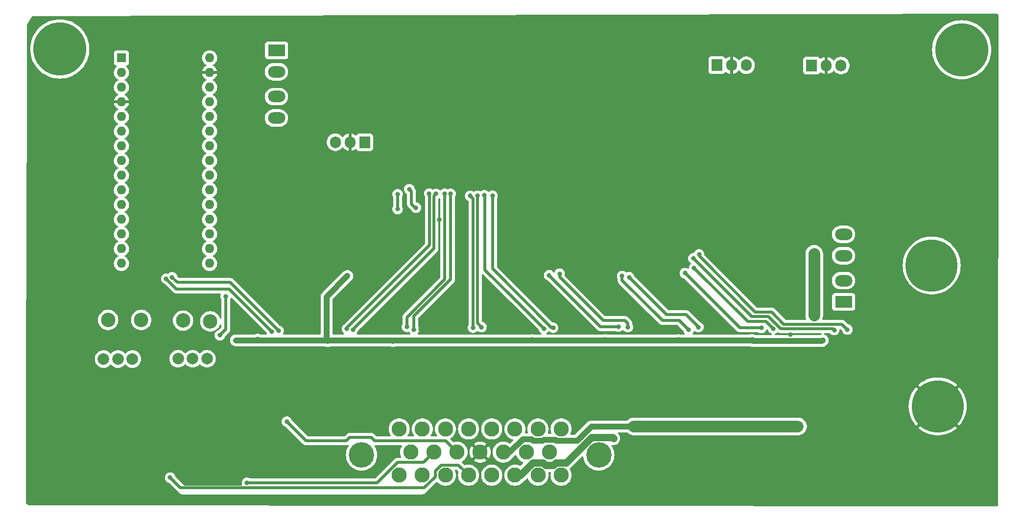
<source format=gbr>
%TF.GenerationSoftware,KiCad,Pcbnew,8.0.6*%
%TF.CreationDate,2024-11-11T19:58:29-07:00*%
%TF.ProjectId,NanoSprayLinear,4e616e6f-5370-4726-9179-4c696e656172,rev?*%
%TF.SameCoordinates,Original*%
%TF.FileFunction,Copper,L2,Bot*%
%TF.FilePolarity,Positive*%
%FSLAX46Y46*%
G04 Gerber Fmt 4.6, Leading zero omitted, Abs format (unit mm)*
G04 Created by KiCad (PCBNEW 8.0.6) date 2024-11-11 19:58:29*
%MOMM*%
%LPD*%
G01*
G04 APERTURE LIST*
%TA.AperFunction,ComponentPad*%
%ADD10R,1.905000X2.000000*%
%TD*%
%TA.AperFunction,ComponentPad*%
%ADD11O,1.905000X2.000000*%
%TD*%
%TA.AperFunction,ComponentPad*%
%ADD12C,9.200000*%
%TD*%
%TA.AperFunction,ComponentPad*%
%ADD13C,2.000000*%
%TD*%
%TA.AperFunction,ComponentPad*%
%ADD14C,2.625000*%
%TD*%
%TA.AperFunction,ComponentPad*%
%ADD15C,4.395000*%
%TD*%
%TA.AperFunction,ComponentPad*%
%ADD16R,1.600000X1.600000*%
%TD*%
%TA.AperFunction,ComponentPad*%
%ADD17O,1.600000X1.600000*%
%TD*%
%TA.AperFunction,ComponentPad*%
%ADD18C,2.500000*%
%TD*%
%TA.AperFunction,ComponentPad*%
%ADD19C,9.000000*%
%TD*%
%TA.AperFunction,ComponentPad*%
%ADD20R,3.000000X2.000000*%
%TD*%
%TA.AperFunction,ComponentPad*%
%ADD21O,3.000000X2.000000*%
%TD*%
%TA.AperFunction,ViaPad*%
%ADD22C,0.800000*%
%TD*%
%TA.AperFunction,ViaPad*%
%ADD23C,1.000000*%
%TD*%
%TA.AperFunction,ViaPad*%
%ADD24C,2.000000*%
%TD*%
%TA.AperFunction,ViaPad*%
%ADD25C,1.200000*%
%TD*%
%TA.AperFunction,Conductor*%
%ADD26C,1.016000*%
%TD*%
%TA.AperFunction,Conductor*%
%ADD27C,2.032000*%
%TD*%
%TA.AperFunction,Conductor*%
%ADD28C,0.762000*%
%TD*%
%TA.AperFunction,Conductor*%
%ADD29C,1.270000*%
%TD*%
%TA.AperFunction,Conductor*%
%ADD30C,0.508000*%
%TD*%
G04 APERTURE END LIST*
D10*
%TO.P,U2,1,VI*%
%TO.N,Net-(U2-VI)*%
X170760000Y-45145000D03*
D11*
%TO.P,U2,2,GND*%
%TO.N,GND*%
X173300000Y-45145000D03*
%TO.P,U2,3,VO*%
%TO.N,+5V*%
X175840000Y-45145000D03*
%TD*%
D12*
%TO.P,H2,1*%
%TO.N,N/C*%
X40767000Y-42291000D03*
%TD*%
D13*
%TO.P,RV3,1,1*%
%TO.N,Net-(U6B--)*%
X48327000Y-95947000D03*
%TO.P,RV3,2,2*%
X50827000Y-95947000D03*
%TO.P,RV3,3,3*%
%TO.N,Net-(U6A-+)*%
X53327000Y-95947000D03*
%TD*%
%TO.P,RV4,1,1*%
%TO.N,Net-(U7A-+)*%
X66214000Y-95897000D03*
%TO.P,RV4,2,2*%
%TO.N,Net-(U7B--)*%
X63714000Y-95897000D03*
%TO.P,RV4,3,3*%
X61214000Y-95897000D03*
%TD*%
D14*
%TO.P,J2,1,1*%
%TO.N,S2*%
X99443000Y-108058200D03*
%TO.P,J2,2,2*%
%TO.N,S3*%
X103443000Y-108058200D03*
%TO.P,J2,3,3*%
%TO.N,S4*%
X107443000Y-108058200D03*
%TO.P,J2,4,4*%
%TO.N,S5*%
X111443000Y-108058200D03*
%TO.P,J2,5,5*%
%TO.N,S6*%
X115443000Y-108058200D03*
%TO.P,J2,6,6*%
%TO.N,S7*%
X119443000Y-108058200D03*
%TO.P,J2,7,7*%
%TO.N,S8*%
X123443000Y-108058200D03*
%TO.P,J2,8,8*%
%TO.N,S9*%
X127443000Y-108058200D03*
%TO.P,J2,9,9*%
%TO.N,S1*%
X101443000Y-112058200D03*
%TO.P,J2,10,10*%
%TO.N,PressureSensor*%
X105443000Y-112058200D03*
%TO.P,J2,11,11*%
%TO.N,WorkSwitch*%
X109443000Y-112058200D03*
%TO.P,J2,12,12*%
%TO.N,GND*%
X113443000Y-112058200D03*
%TO.P,J2,13,13*%
%TO.N,S16*%
X117443000Y-112058200D03*
%TO.P,J2,14,14*%
%TO.N,S10*%
X121443000Y-112058200D03*
%TO.P,J2,15,15*%
%TO.N,S11*%
X125443000Y-112058200D03*
%TO.P,J2,16,16*%
%TO.N,M1B*%
X99443000Y-116058200D03*
%TO.P,J2,17,17*%
%TO.N,M1A*%
X103443000Y-116058200D03*
%TO.P,J2,18,18*%
%TO.N,+5VA*%
X107443000Y-116058200D03*
%TO.P,J2,19,19*%
%TO.N,FlowSensor*%
X111443000Y-116058200D03*
%TO.P,J2,20,20*%
%TO.N,S15*%
X115443000Y-116058200D03*
%TO.P,J2,21,21*%
%TO.N,S12*%
X119443000Y-116058200D03*
%TO.P,J2,22,22*%
%TO.N,S14*%
X123443000Y-116058200D03*
%TO.P,J2,23,23*%
%TO.N,S13*%
X127443000Y-116058200D03*
D15*
%TO.P,J2,MH1,MH1*%
%TO.N,unconnected-(J2-PadMH1)*%
X92943000Y-112558200D03*
%TO.P,J2,MH2,MH2*%
%TO.N,unconnected-(J2-PadMH2)*%
X133943000Y-112558200D03*
%TD*%
D12*
%TO.P,H1,1*%
%TO.N,N/C*%
X196697600Y-42418000D03*
%TD*%
D16*
%TO.P,A1,1,D1/TX*%
%TO.N,unconnected-(A1-D1{slash}TX-Pad1)*%
X51425000Y-43827000D03*
D17*
%TO.P,A1,2,D0/RX*%
%TO.N,unconnected-(A1-D0{slash}RX-Pad2)*%
X51425000Y-46367000D03*
%TO.P,A1,3,~{RESET}*%
%TO.N,unconnected-(A1-~{RESET}-Pad3)*%
X51425000Y-48907000D03*
%TO.P,A1,4,GND*%
%TO.N,GND*%
X51425000Y-51447000D03*
%TO.P,A1,5,D2*%
%TO.N,FlowPin*%
X51425000Y-53987000D03*
%TO.P,A1,6,D3*%
%TO.N,unconnected-(A1-D3-Pad6)*%
X51425000Y-56527000D03*
%TO.P,A1,7,D4*%
%TO.N,WorkSwitchPin*%
X51425000Y-59067000D03*
%TO.P,A1,8,D5*%
%TO.N,unconnected-(A1-D5-Pad8)*%
X51425000Y-61607000D03*
%TO.P,A1,9,D6*%
%TO.N,unconnected-(A1-D6-Pad9)*%
X51425000Y-64147000D03*
%TO.P,A1,10,D7*%
%TO.N,unconnected-(A1-D7-Pad10)*%
X51425000Y-66687000D03*
%TO.P,A1,11,D8*%
%TO.N,unconnected-(A1-D8-Pad11)*%
X51425000Y-69227000D03*
%TO.P,A1,12,D9*%
%TO.N,Net-(A1-D9)*%
X51425000Y-71767000D03*
%TO.P,A1,13,D10*%
%TO.N,Net-(A1-D10)*%
X51425000Y-74307000D03*
%TO.P,A1,14,D11*%
%TO.N,unconnected-(A1-D11-Pad14)*%
X51425000Y-76847000D03*
%TO.P,A1,15,D12*%
%TO.N,unconnected-(A1-D12-Pad15)*%
X51425000Y-79387000D03*
%TO.P,A1,16,D13*%
%TO.N,unconnected-(A1-D13-Pad16)*%
X66665000Y-79387000D03*
%TO.P,A1,17,3V3*%
%TO.N,unconnected-(A1-3V3-Pad17)*%
X66665000Y-76847000D03*
%TO.P,A1,18,AREF*%
%TO.N,unconnected-(A1-AREF-Pad18)*%
X66665000Y-74307000D03*
%TO.P,A1,19,A0*%
%TO.N,PressurePin*%
X66665000Y-71767000D03*
%TO.P,A1,20,A1*%
%TO.N,unconnected-(A1-A1-Pad20)*%
X66665000Y-69227000D03*
%TO.P,A1,21,A2*%
%TO.N,unconnected-(A1-A2-Pad21)*%
X66665000Y-66687000D03*
%TO.P,A1,22,A3*%
%TO.N,unconnected-(A1-A3-Pad22)*%
X66665000Y-64147000D03*
%TO.P,A1,23,A4*%
%TO.N,SDA*%
X66665000Y-61607000D03*
%TO.P,A1,24,A5*%
%TO.N,SCL*%
X66665000Y-59067000D03*
%TO.P,A1,25,A6*%
%TO.N,unconnected-(A1-A6-Pad25)*%
X66665000Y-56527000D03*
%TO.P,A1,26,A7*%
%TO.N,unconnected-(A1-A7-Pad26)*%
X66665000Y-53987000D03*
%TO.P,A1,27,+5V*%
%TO.N,+5V*%
X66665000Y-51447000D03*
%TO.P,A1,28,~{RESET}*%
%TO.N,unconnected-(A1-~{RESET}-Pad28)*%
X66665000Y-48907000D03*
%TO.P,A1,29,GND*%
%TO.N,GND*%
X66665000Y-46367000D03*
%TO.P,A1,30,VIN*%
%TO.N,unconnected-(A1-VIN-Pad30)*%
X66665000Y-43827000D03*
%TD*%
D18*
%TO.P,TP6,1,1*%
%TO.N,Net-(U7A-+)*%
X66782000Y-89420000D03*
%TD*%
D19*
%TO.P,J5,1,Pin_1*%
%TO.N,Net-(J5-Pin_1)*%
X191507000Y-79756000D03*
%TD*%
D18*
%TO.P,TP8,1,1*%
%TO.N,Net-(U6A-+)*%
X54844000Y-89166000D03*
%TD*%
%TO.P,TP7,1,1*%
%TO.N,Net-(U6B--)*%
X49129000Y-89166000D03*
%TD*%
D10*
%TO.P,U5,1,VI*%
%TO.N,Net-(D3-K)*%
X93472000Y-58420000D03*
D11*
%TO.P,U5,2,GND*%
%TO.N,GND*%
X90932000Y-58420000D03*
%TO.P,U5,3,VO*%
%TO.N,Net-(U5-VO)*%
X88392000Y-58420000D03*
%TD*%
D10*
%TO.P,U3,1,VI*%
%TO.N,Net-(D7-K)*%
X154370000Y-45088800D03*
D11*
%TO.P,U3,2,GND*%
%TO.N,GND*%
X156910000Y-45088800D03*
%TO.P,U3,3,VO*%
%TO.N,Net-(U2-VI)*%
X159450000Y-45088800D03*
%TD*%
D20*
%TO.P,F2,1*%
%TO.N,+5VA*%
X78232000Y-42528000D03*
D21*
X78232000Y-46228000D03*
%TO.P,F2,2*%
%TO.N,Net-(U5-VO)*%
X78232000Y-50528000D03*
X78232000Y-54228000D03*
%TD*%
D18*
%TO.P,TP5,1,1*%
%TO.N,Net-(U7B--)*%
X62083000Y-89293000D03*
%TD*%
D19*
%TO.P,J6,1,Pin_1*%
%TO.N,GND*%
X192532000Y-104140000D03*
%TD*%
D20*
%TO.P,F1,1*%
%TO.N,+12V*%
X176276000Y-86069000D03*
D21*
X176276000Y-82369000D03*
%TO.P,F1,2*%
%TO.N,Net-(J5-Pin_1)*%
X176276000Y-78069000D03*
X176276000Y-74369000D03*
%TD*%
D22*
%TO.N,GND*%
X71628000Y-49784000D03*
X89794400Y-95255650D03*
X132274381Y-100570776D03*
X88753000Y-94576200D03*
X101326000Y-95204850D03*
X100487800Y-94576200D03*
X55000000Y-108635800D03*
X163683000Y-95490600D03*
X43867200Y-113640650D03*
X49220000Y-104719000D03*
X106368000Y-71826000D03*
D23*
X167300000Y-67000000D03*
D22*
X78948600Y-95947800D03*
X74819705Y-100544133D03*
X112222600Y-94627000D03*
X53975000Y-51435000D03*
X157248391Y-100369091D03*
X72624000Y-111010000D03*
X90770632Y-100043712D03*
X137419400Y-96049400D03*
X142943000Y-98851000D03*
X113010000Y-95306450D03*
X151846600Y-96126000D03*
X100487800Y-95897000D03*
X176332200Y-95338200D03*
X162717800Y-94830200D03*
X90785000Y-95897000D03*
X125633800Y-95439800D03*
X127568000Y-90601000D03*
X151795800Y-94779400D03*
X62234370Y-110307081D03*
X97818000Y-100576000D03*
X112171800Y-96001000D03*
X176693000Y-100051000D03*
X77272200Y-95947800D03*
X96542732Y-77216000D03*
X154940000Y-77216000D03*
X102316600Y-95897000D03*
X50875000Y-99985800D03*
X109969021Y-78076874D03*
X92456000Y-43180000D03*
X177520600Y-94589600D03*
X77221400Y-94627000D03*
X164597400Y-96151000D03*
X102265800Y-94525400D03*
X126649800Y-94779400D03*
X78999400Y-94627000D03*
X177520600Y-96062800D03*
D24*
X164650000Y-51100000D03*
D22*
X137419400Y-94677800D03*
X175056800Y-94589600D03*
X138283002Y-95389000D03*
X83219434Y-79830566D03*
X126492000Y-42164000D03*
X114000600Y-95947800D03*
X92897422Y-90942301D03*
X79767580Y-99600045D03*
X201101300Y-60248800D03*
X152993000Y-90651000D03*
X88905400Y-95926000D03*
X113899000Y-94576200D03*
X165227000Y-76987400D03*
X178293000Y-90676000D03*
X167040000Y-91726000D03*
X82962377Y-97981542D03*
X164159545Y-100353373D03*
X162768600Y-96201800D03*
X103188004Y-90817196D03*
X114918000Y-90526000D03*
X47775000Y-115398629D03*
X78059600Y-95255650D03*
X126548200Y-96151000D03*
X113792000Y-43180000D03*
X106680000Y-43180000D03*
X102663837Y-99717918D03*
X138903000Y-100007802D03*
X150983000Y-95439800D03*
X124719400Y-94728600D03*
X119388534Y-100476947D03*
X131243000Y-76726000D03*
X90785000Y-94576200D03*
X151588598Y-99904738D03*
X61735000Y-102374000D03*
X175056800Y-96139000D03*
D25*
X69068000Y-46367000D03*
D22*
X139146600Y-96100200D03*
X142900400Y-43027600D03*
X113839503Y-99919934D03*
D23*
X182450000Y-66850000D03*
D22*
X126117571Y-100128105D03*
X124871800Y-96151000D03*
X50300000Y-114900000D03*
X140293000Y-90476000D03*
X79964600Y-91140600D03*
X150068600Y-96151000D03*
X141493000Y-78756000D03*
X150068600Y-94779400D03*
X164597400Y-94881000D03*
X78650000Y-72000000D03*
X168789356Y-100494197D03*
X108018000Y-100026000D03*
X139197400Y-94728600D03*
X176285400Y-49383800D03*
X121714903Y-73988763D03*
X90932000Y-55880000D03*
D23*
X173300000Y-42850000D03*
D22*
X117943000Y-78226000D03*
D23*
X156930400Y-42873800D03*
D22*
%TO.N,+5V*%
X109932600Y-92723478D03*
X172668000Y-92701000D03*
X71250000Y-92700000D03*
X160443000Y-92651000D03*
X83650000Y-70350000D03*
X83650000Y-65143000D03*
X171196000Y-77393800D03*
X98350200Y-92822765D03*
X135018000Y-92676000D03*
X90493000Y-81576000D03*
X171196000Y-88392000D03*
X87075800Y-92844786D03*
X74982200Y-92475323D03*
X147768000Y-92676000D03*
X122393000Y-92676000D03*
%TO.N,WorkSwitch*%
X80015735Y-106787816D03*
%TO.N,SCL*%
X101199000Y-66560000D03*
X102342000Y-69759000D03*
%TO.N,SDA*%
X99167000Y-67414000D03*
X99167000Y-69989000D03*
%TO.N,FlowSensor*%
X59850000Y-116473000D03*
%TO.N,S12*%
X136482400Y-109690100D03*
%TO.N,PressureSensor*%
X73132000Y-117360000D03*
%TO.N,S16*%
X168268000Y-107626000D03*
%TO.N,PressurePin*%
X69449000Y-85102000D03*
X68433000Y-91833000D03*
%TO.N,Net-(U1-GPB0)*%
X90408374Y-90716374D03*
X104634437Y-67321719D03*
%TO.N,Net-(U1-GPB1)*%
X91443000Y-90876000D03*
X105793000Y-67376000D03*
%TO.N,Net-(U1-GPB2)*%
X107293000Y-67351000D03*
X100768000Y-90376000D03*
%TO.N,Net-(U1-GPB3)*%
X102006400Y-90837600D03*
X108317657Y-67349086D03*
%TO.N,Net-(U1-GPB4)*%
X115576615Y-67666217D03*
X126068000Y-90526000D03*
%TO.N,Net-(U1-GPB5)*%
X114168000Y-67601000D03*
X124468000Y-90676000D03*
%TO.N,Net-(U1-GPB6)*%
X113668000Y-90426000D03*
X112949672Y-67699558D03*
%TO.N,Net-(U1-GPB7)*%
X112218000Y-90526000D03*
X111720950Y-67708665D03*
%TO.N,Net-(U1-GPA7)*%
X176918000Y-90851000D03*
X151293000Y-77851000D03*
%TO.N,Net-(A1-D9)*%
X78593000Y-91071000D03*
X60178000Y-81800000D03*
%TO.N,Net-(A1-D10)*%
X77450000Y-91198000D03*
X59162000Y-82054000D03*
%TO.N,Net-(U1-GPA6)*%
X150293000Y-78526000D03*
X174668000Y-90926000D03*
%TO.N,Net-(U1-GPA5)*%
X150443000Y-80178449D03*
X164128775Y-90715225D03*
%TO.N,Net-(U1-GPA4)*%
X162068000Y-90576000D03*
X148843000Y-81076000D03*
%TO.N,Net-(U1-GPA3)*%
X151168000Y-90426000D03*
X139193000Y-81776000D03*
%TO.N,Net-(U1-GPA2)*%
X137993000Y-81601000D03*
X149493000Y-90901000D03*
%TO.N,Net-(U1-GPA1)*%
X127175528Y-81180078D03*
X138968000Y-90426000D03*
%TO.N,Net-(U1-GPA0)*%
X125368000Y-81451000D03*
X137343000Y-90326000D03*
%TD*%
D26*
%TO.N,+5V*%
X134993000Y-92701000D02*
X122418000Y-92701000D01*
D27*
X171196000Y-77749400D02*
X171196000Y-88392000D01*
D26*
X147768000Y-92676000D02*
X147743000Y-92701000D01*
X160626000Y-92834000D02*
X160493000Y-92701000D01*
X86894388Y-85174612D02*
X86894388Y-92663374D01*
D28*
X71249000Y-92701000D02*
X71250000Y-92700000D01*
D26*
X172535000Y-92834000D02*
X160626000Y-92834000D01*
X98471965Y-92701000D02*
X109910122Y-92701000D01*
D29*
X83650000Y-70350000D02*
X83650000Y-65143000D01*
D26*
X98228435Y-92701000D02*
X87219586Y-92701000D01*
X122393000Y-92676000D02*
X122368000Y-92701000D01*
X109955078Y-92701000D02*
X109932600Y-92723478D01*
X135043000Y-92701000D02*
X160493000Y-92701000D01*
D28*
X71201000Y-92701000D02*
X71249000Y-92701000D01*
D26*
X98350200Y-92822765D02*
X98471965Y-92701000D01*
X135043000Y-92701000D02*
X135018000Y-92676000D01*
X87219586Y-92701000D02*
X87075800Y-92844786D01*
X172668000Y-92701000D02*
X172535000Y-92834000D01*
X147743000Y-92701000D02*
X135043000Y-92701000D01*
X86894388Y-92663374D02*
X87075800Y-92844786D01*
X160493000Y-92701000D02*
X160443000Y-92651000D01*
X122368000Y-92701000D02*
X109955078Y-92701000D01*
X147793000Y-92701000D02*
X147768000Y-92676000D01*
X86932014Y-92701000D02*
X87075800Y-92844786D01*
X135018000Y-92676000D02*
X134993000Y-92701000D01*
X90493000Y-81576000D02*
X86894388Y-85174612D01*
X122418000Y-92701000D02*
X122393000Y-92676000D01*
X98350200Y-92822765D02*
X98228435Y-92701000D01*
X109910122Y-92701000D02*
X109932600Y-92723478D01*
X71201000Y-92701000D02*
X86932014Y-92701000D01*
D30*
%TO.N,WorkSwitch*%
X107505800Y-110121000D02*
X95230000Y-110121000D01*
X90912000Y-109486000D02*
X90277000Y-110121000D01*
X83348919Y-110121000D02*
X80015735Y-106787816D01*
X94595000Y-109486000D02*
X90912000Y-109486000D01*
X90277000Y-110121000D02*
X83348919Y-110121000D01*
X95230000Y-110121000D02*
X94595000Y-109486000D01*
X109443000Y-112058200D02*
X107505800Y-110121000D01*
%TO.N,SCL*%
X102342000Y-69759000D02*
X102239000Y-69759000D01*
X101580000Y-69100000D02*
X101580000Y-66941000D01*
X101580000Y-66941000D02*
X101199000Y-66560000D01*
X102239000Y-69759000D02*
X101580000Y-69100000D01*
%TO.N,SDA*%
X99167000Y-69989000D02*
X99167000Y-67414000D01*
%TO.N,FlowSensor*%
X61591000Y-118214000D02*
X62350000Y-118214000D01*
X109676500Y-114291700D02*
X106711291Y-114291700D01*
X59850000Y-116473000D02*
X61488500Y-118111500D01*
X105676500Y-115326491D02*
X105676500Y-116322909D01*
X111443000Y-116058200D02*
X109676500Y-114291700D01*
X103785409Y-118214000D02*
X61591000Y-118214000D01*
X105676500Y-116322909D02*
X103785409Y-118214000D01*
X61591000Y-118214000D02*
X61488500Y-118111500D01*
X106711291Y-114291700D02*
X105676500Y-115326491D01*
D29*
%TO.N,S12*%
X126128088Y-114336088D02*
X126553476Y-113910700D01*
X132686897Y-109525700D02*
X136318000Y-109525700D01*
X136318000Y-109525700D02*
X136482400Y-109690100D01*
X124332524Y-113910700D02*
X124757912Y-114336088D01*
X126553476Y-113910700D02*
X128301897Y-113910700D01*
X122553476Y-113910700D02*
X124332524Y-113910700D01*
X119443000Y-116058200D02*
X120405976Y-116058200D01*
X128301897Y-113910700D02*
X132686897Y-109525700D01*
X120405976Y-116058200D02*
X122553476Y-113910700D01*
X124757912Y-114336088D02*
X126128088Y-114336088D01*
D30*
%TO.N,PressureSensor*%
X103676500Y-113824700D02*
X105443000Y-112058200D01*
X95642991Y-117360000D02*
X99178291Y-113824700D01*
X73132000Y-117360000D02*
X95642991Y-117360000D01*
X99178291Y-113824700D02*
X103676500Y-113824700D01*
D26*
%TO.N,S16*%
X132712308Y-107601000D02*
X140018000Y-107601000D01*
X120817781Y-109826000D02*
X122353381Y-109826000D01*
X122353381Y-109826000D02*
X122606081Y-110078700D01*
X130234608Y-110078700D02*
X132712308Y-107601000D01*
X126410691Y-109883310D02*
X126606081Y-110078700D01*
X126606081Y-110078700D02*
X130234608Y-110078700D01*
D27*
X140018000Y-107601000D02*
X168393000Y-107601000D01*
D26*
X118585581Y-112058200D02*
X120817781Y-109826000D01*
X117443000Y-112058200D02*
X118585581Y-112058200D01*
X124475309Y-109883310D02*
X126410691Y-109883310D01*
X122606081Y-110078700D02*
X124279919Y-110078700D01*
X124279919Y-110078700D02*
X124475309Y-109883310D01*
D30*
%TO.N,PressurePin*%
X68433000Y-91833000D02*
X69449000Y-90817000D01*
X69449000Y-90817000D02*
X69449000Y-85102000D01*
%TO.N,Net-(U1-GPB0)*%
X90318000Y-90626000D02*
X90408374Y-90716374D01*
X104693000Y-67380282D02*
X104693000Y-76226000D01*
X90408374Y-90510626D02*
X90408374Y-90716374D01*
X104693000Y-76226000D02*
X90408374Y-90510626D01*
X104634437Y-67321719D02*
X104693000Y-67380282D01*
%TO.N,Net-(U1-GPB1)*%
X91393000Y-90876000D02*
X91418000Y-90851000D01*
X91443000Y-90876000D02*
X91393000Y-90876000D01*
X105443000Y-67726000D02*
X105443000Y-76826000D01*
X91443000Y-90826000D02*
X91443000Y-90876000D01*
X105443000Y-76826000D02*
X91443000Y-90826000D01*
X105793000Y-67376000D02*
X105443000Y-67726000D01*
%TO.N,Net-(U1-GPB2)*%
X100768000Y-90376000D02*
X100768000Y-90451000D01*
X107293000Y-82191000D02*
X100768000Y-88716000D01*
X100768000Y-88716000D02*
X100768000Y-90376000D01*
X100768000Y-90451000D02*
X100818000Y-90401000D01*
X107293000Y-67351000D02*
X107293000Y-82191000D01*
%TO.N,Net-(U1-GPB3)*%
X108317657Y-67349086D02*
X108317657Y-82182343D01*
X108317657Y-82182343D02*
X102006400Y-88493600D01*
X102006400Y-88493600D02*
X102006400Y-90830400D01*
%TO.N,Net-(U1-GPB4)*%
X115593000Y-67682602D02*
X115576615Y-67666217D01*
X125800000Y-90526000D02*
X115593000Y-80319000D01*
X126068000Y-90526000D02*
X125800000Y-90526000D01*
X126143000Y-90526000D02*
X126093000Y-90476000D01*
X126068000Y-90526000D02*
X126143000Y-90526000D01*
X115593000Y-80319000D02*
X115593000Y-67682602D01*
%TO.N,Net-(U1-GPB5)*%
X114168000Y-67601000D02*
X114268000Y-67701000D01*
X114268000Y-67701000D02*
X114268000Y-80518000D01*
X119131400Y-85381400D02*
X119173400Y-85381400D01*
X119173400Y-85381400D02*
X124468000Y-90676000D01*
X114268000Y-80518000D02*
X119131400Y-85381400D01*
%TO.N,Net-(U1-GPB6)*%
X112949672Y-89707672D02*
X112949672Y-67699558D01*
X113668000Y-90426000D02*
X112949672Y-89707672D01*
%TO.N,Net-(U1-GPB7)*%
X112218000Y-68205715D02*
X112218000Y-90526000D01*
X111720950Y-67708665D02*
X112218000Y-68205715D01*
%TO.N,Net-(U1-GPA7)*%
X151293000Y-78101000D02*
X151293000Y-77851000D01*
X165933000Y-89916000D02*
X163843000Y-87826000D01*
X161018000Y-87826000D02*
X151293000Y-78101000D01*
X176918000Y-90851000D02*
X175983000Y-89916000D01*
X175983000Y-89916000D02*
X165933000Y-89916000D01*
X163843000Y-87826000D02*
X161018000Y-87826000D01*
%TO.N,Net-(A1-D9)*%
X61067000Y-82689000D02*
X70211000Y-82689000D01*
X70211000Y-82689000D02*
X78593000Y-91071000D01*
X60178000Y-81800000D02*
X61067000Y-82689000D01*
%TO.N,Net-(A1-D10)*%
X60940000Y-83832000D02*
X70084000Y-83832000D01*
X70084000Y-83832000D02*
X77450000Y-91198000D01*
X59162000Y-82054000D02*
X60940000Y-83832000D01*
%TO.N,Net-(U1-GPA6)*%
X174481528Y-90714528D02*
X174668000Y-90901000D01*
X174668000Y-90901000D02*
X174668000Y-90926000D01*
X174668000Y-90926000D02*
X174693000Y-90926000D01*
X160368000Y-88601000D02*
X163293000Y-88601000D01*
X163293000Y-88601000D02*
X165406528Y-90714528D01*
X174693000Y-90926000D02*
X174668000Y-90901000D01*
X150293000Y-78526000D02*
X160368000Y-88601000D01*
X165406528Y-90714528D02*
X174481528Y-90714528D01*
%TO.N,Net-(U1-GPA5)*%
X159690551Y-89426000D02*
X162839550Y-89426000D01*
X150443000Y-80178449D02*
X159690551Y-89426000D01*
X162839550Y-89426000D02*
X164128775Y-90715225D01*
%TO.N,Net-(U1-GPA4)*%
X158343000Y-90576000D02*
X162068000Y-90576000D01*
X148843000Y-81076000D02*
X158343000Y-90576000D01*
%TO.N,Net-(U1-GPA3)*%
X145693000Y-88276000D02*
X149068000Y-88276000D01*
X151093000Y-90301000D02*
X151168000Y-90426000D01*
X149068000Y-88276000D02*
X151093000Y-90301000D01*
X139193000Y-81776000D02*
X145693000Y-88276000D01*
%TO.N,Net-(U1-GPA2)*%
X147868000Y-89276000D02*
X149493000Y-90901000D01*
X137993000Y-81601000D02*
X137993000Y-82326000D01*
X144943000Y-89276000D02*
X147868000Y-89276000D01*
X137993000Y-82326000D02*
X144943000Y-89276000D01*
%TO.N,Net-(U1-GPA1)*%
X138443000Y-89276000D02*
X138968000Y-89801000D01*
X134718000Y-89276000D02*
X138443000Y-89276000D01*
X138968000Y-89801000D02*
X138968000Y-90426000D01*
X127175528Y-81733528D02*
X134718000Y-89276000D01*
X127175528Y-81180078D02*
X127175528Y-81733528D01*
%TO.N,Net-(U1-GPA0)*%
X125368000Y-81451000D02*
X134243000Y-90326000D01*
X134243000Y-90326000D02*
X137343000Y-90326000D01*
%TD*%
%TA.AperFunction,Conductor*%
%TO.N,GND*%
G36*
X164915338Y-91309465D02*
G01*
X164947547Y-91324898D01*
X165021849Y-91374544D01*
X165021848Y-91374544D01*
X165045345Y-91390244D01*
X165045347Y-91390245D01*
X165045349Y-91390246D01*
X165184115Y-91447725D01*
X165331428Y-91477028D01*
X172334795Y-91477028D01*
X172402916Y-91497030D01*
X172449409Y-91550686D01*
X172459513Y-91620960D01*
X172430019Y-91685540D01*
X172376764Y-91720101D01*
X172377217Y-91721195D01*
X172186510Y-91800188D01*
X172181958Y-91802622D01*
X172122561Y-91817500D01*
X164479440Y-91817500D01*
X164411319Y-91797498D01*
X164364826Y-91743842D01*
X164354722Y-91673568D01*
X164384216Y-91608988D01*
X164428191Y-91576393D01*
X164585527Y-91506343D01*
X164740028Y-91394091D01*
X164783909Y-91345354D01*
X164844354Y-91308114D01*
X164915338Y-91309465D01*
G37*
%TD.AperFunction*%
%TA.AperFunction,Conductor*%
G36*
X106466458Y-68100717D02*
G01*
X106515938Y-68151631D01*
X106530500Y-68210431D01*
X106530500Y-81822971D01*
X106510498Y-81891092D01*
X106493595Y-81912066D01*
X100175730Y-88229930D01*
X100175727Y-88229933D01*
X100115227Y-88320482D01*
X100115226Y-88320483D01*
X100092283Y-88354819D01*
X100034804Y-88493584D01*
X100034803Y-88493585D01*
X100005500Y-88640896D01*
X100005500Y-89845927D01*
X99988619Y-89908926D01*
X99933475Y-90004437D01*
X99874457Y-90186072D01*
X99854496Y-90376000D01*
X99874457Y-90565927D01*
X99901018Y-90647672D01*
X99933473Y-90747556D01*
X99933476Y-90747561D01*
X100028958Y-90912941D01*
X100028965Y-90912951D01*
X100156744Y-91054864D01*
X100202262Y-91087935D01*
X100311248Y-91167118D01*
X100485712Y-91244794D01*
X100672513Y-91284500D01*
X100863487Y-91284500D01*
X101050288Y-91244794D01*
X101059731Y-91240589D01*
X101130093Y-91231151D01*
X101194393Y-91261253D01*
X101220103Y-91292693D01*
X101267358Y-91374541D01*
X101267365Y-91374551D01*
X101357081Y-91474190D01*
X101387798Y-91538197D01*
X101379034Y-91608651D01*
X101333572Y-91663182D01*
X101265844Y-91684477D01*
X101263445Y-91684500D01*
X98572082Y-91684500D01*
X98371849Y-91684500D01*
X98371846Y-91684500D01*
X98365687Y-91685107D01*
X98365570Y-91683920D01*
X98334830Y-91683920D01*
X98334713Y-91685107D01*
X98328553Y-91684500D01*
X98328551Y-91684500D01*
X98328548Y-91684500D01*
X92220531Y-91684500D01*
X92152410Y-91664498D01*
X92105917Y-91610842D01*
X92095813Y-91540568D01*
X92125307Y-91475988D01*
X92126894Y-91474190D01*
X92133262Y-91467118D01*
X92182040Y-91412944D01*
X92277527Y-91247556D01*
X92336542Y-91065928D01*
X92338353Y-91048695D01*
X92365364Y-90983038D01*
X92374559Y-90972777D01*
X106035273Y-77312065D01*
X106118718Y-77187179D01*
X106176197Y-77048413D01*
X106176197Y-77048408D01*
X106176199Y-77048406D01*
X106181402Y-77022247D01*
X106181402Y-77022244D01*
X106189366Y-76982206D01*
X106205500Y-76901100D01*
X106205500Y-68263469D01*
X106225502Y-68195348D01*
X106257439Y-68161533D01*
X106271068Y-68151631D01*
X106330439Y-68108494D01*
X106397306Y-68084637D01*
X106466458Y-68100717D01*
G37*
%TD.AperFunction*%
%TA.AperFunction,Conductor*%
G36*
X202929584Y-36240383D02*
G01*
X202958485Y-36265862D01*
X203018368Y-36337721D01*
X203046612Y-36402858D01*
X203047572Y-36418460D01*
X202996814Y-121260773D01*
X202987802Y-121307494D01*
X202977707Y-121332731D01*
X202933836Y-121388551D01*
X202866750Y-121411791D01*
X202860623Y-121411935D01*
X35516893Y-121285025D01*
X35454990Y-121268716D01*
X34963736Y-120991051D01*
X34914275Y-120940119D01*
X34899735Y-120881130D01*
X34907843Y-116473000D01*
X58936496Y-116473000D01*
X58956457Y-116662927D01*
X58986526Y-116755470D01*
X59015473Y-116844556D01*
X59015476Y-116844561D01*
X59110958Y-117009941D01*
X59110965Y-117009951D01*
X59238744Y-117151864D01*
X59238747Y-117151866D01*
X59393248Y-117264118D01*
X59567712Y-117341794D01*
X59623585Y-117353670D01*
X59686059Y-117387398D01*
X59686484Y-117387822D01*
X61520935Y-119222273D01*
X61645821Y-119305719D01*
X61743943Y-119346362D01*
X61784587Y-119363197D01*
X61931900Y-119392500D01*
X103444509Y-119392500D01*
X103591822Y-119363197D01*
X103730588Y-119305718D01*
X103855474Y-119222273D01*
X105859644Y-117218100D01*
X105921953Y-117184078D01*
X105992768Y-117189142D01*
X106047246Y-117228638D01*
X106075540Y-117264117D01*
X106104370Y-117300268D01*
X106304442Y-117485907D01*
X106304448Y-117485911D01*
X106529944Y-117639652D01*
X106529952Y-117639657D01*
X106775840Y-117758070D01*
X106775841Y-117758070D01*
X106775849Y-117758074D01*
X106997912Y-117826572D01*
X107036646Y-117838520D01*
X107036653Y-117838522D01*
X107306535Y-117879200D01*
X107306539Y-117879200D01*
X107579461Y-117879200D01*
X107579465Y-117879200D01*
X107849347Y-117838522D01*
X108110151Y-117758074D01*
X108250666Y-117690405D01*
X108356047Y-117639657D01*
X108356047Y-117639656D01*
X108356053Y-117639654D01*
X108581558Y-117485907D01*
X108781630Y-117300268D01*
X108951800Y-117086882D01*
X109088265Y-116850518D01*
X109187977Y-116596454D01*
X109248710Y-116330367D01*
X109269106Y-116058200D01*
X109248710Y-115786033D01*
X109187977Y-115519946D01*
X109088265Y-115265882D01*
X109075168Y-115243197D01*
X109058431Y-115174205D01*
X109081651Y-115107113D01*
X109137458Y-115063226D01*
X109184288Y-115054200D01*
X109308472Y-115054200D01*
X109376593Y-115074202D01*
X109397567Y-115091105D01*
X109675873Y-115369411D01*
X109709899Y-115431723D01*
X109704834Y-115502538D01*
X109704071Y-115504532D01*
X109698024Y-115519941D01*
X109698023Y-115519944D01*
X109637290Y-115786029D01*
X109616894Y-116058200D01*
X109637290Y-116330370D01*
X109698023Y-116596455D01*
X109698024Y-116596457D01*
X109797735Y-116850520D01*
X109934197Y-117086878D01*
X109934199Y-117086881D01*
X109934200Y-117086882D01*
X110104370Y-117300268D01*
X110304442Y-117485907D01*
X110304448Y-117485911D01*
X110529944Y-117639652D01*
X110529952Y-117639657D01*
X110775840Y-117758070D01*
X110775841Y-117758070D01*
X110775849Y-117758074D01*
X110997912Y-117826572D01*
X111036646Y-117838520D01*
X111036653Y-117838522D01*
X111306535Y-117879200D01*
X111306539Y-117879200D01*
X111579461Y-117879200D01*
X111579465Y-117879200D01*
X111849347Y-117838522D01*
X112110151Y-117758074D01*
X112250666Y-117690405D01*
X112356047Y-117639657D01*
X112356047Y-117639656D01*
X112356053Y-117639654D01*
X112581558Y-117485907D01*
X112781630Y-117300268D01*
X112951800Y-117086882D01*
X113088265Y-116850518D01*
X113187977Y-116596454D01*
X113248710Y-116330367D01*
X113269106Y-116058200D01*
X113616894Y-116058200D01*
X113637290Y-116330370D01*
X113698023Y-116596455D01*
X113698024Y-116596457D01*
X113797735Y-116850520D01*
X113934197Y-117086878D01*
X113934199Y-117086881D01*
X113934200Y-117086882D01*
X114104370Y-117300268D01*
X114304442Y-117485907D01*
X114304448Y-117485911D01*
X114529944Y-117639652D01*
X114529952Y-117639657D01*
X114775840Y-117758070D01*
X114775841Y-117758070D01*
X114775849Y-117758074D01*
X114997912Y-117826572D01*
X115036646Y-117838520D01*
X115036653Y-117838522D01*
X115306535Y-117879200D01*
X115306539Y-117879200D01*
X115579461Y-117879200D01*
X115579465Y-117879200D01*
X115849347Y-117838522D01*
X116110151Y-117758074D01*
X116250666Y-117690405D01*
X116356047Y-117639657D01*
X116356047Y-117639656D01*
X116356053Y-117639654D01*
X116581558Y-117485907D01*
X116781630Y-117300268D01*
X116951800Y-117086882D01*
X117088265Y-116850518D01*
X117187977Y-116596454D01*
X117248710Y-116330367D01*
X117269106Y-116058200D01*
X117248710Y-115786033D01*
X117187977Y-115519946D01*
X117088265Y-115265882D01*
X117088264Y-115265879D01*
X116951802Y-115029521D01*
X116951801Y-115029519D01*
X116951800Y-115029518D01*
X116781630Y-114816132D01*
X116581558Y-114630493D01*
X116581551Y-114630488D01*
X116356055Y-114476747D01*
X116356047Y-114476742D01*
X116110159Y-114358329D01*
X116110154Y-114358327D01*
X116110151Y-114358326D01*
X116002737Y-114325193D01*
X115849353Y-114277879D01*
X115849348Y-114277878D01*
X115849347Y-114277878D01*
X115579465Y-114237200D01*
X115306535Y-114237200D01*
X115036653Y-114277878D01*
X115036652Y-114277878D01*
X115036646Y-114277879D01*
X114818050Y-114345308D01*
X114775849Y-114358326D01*
X114775847Y-114358326D01*
X114775840Y-114358329D01*
X114529952Y-114476742D01*
X114529944Y-114476747D01*
X114304448Y-114630488D01*
X114304443Y-114630492D01*
X114104370Y-114816131D01*
X113934197Y-115029521D01*
X113797735Y-115265879D01*
X113698024Y-115519942D01*
X113698023Y-115519944D01*
X113637290Y-115786029D01*
X113616894Y-116058200D01*
X113269106Y-116058200D01*
X113248710Y-115786033D01*
X113187977Y-115519946D01*
X113088265Y-115265882D01*
X113088264Y-115265879D01*
X112951802Y-115029521D01*
X112951801Y-115029519D01*
X112951800Y-115029518D01*
X112781630Y-114816132D01*
X112581558Y-114630493D01*
X112581551Y-114630488D01*
X112356055Y-114476747D01*
X112356047Y-114476742D01*
X112110159Y-114358329D01*
X112110154Y-114358327D01*
X112110151Y-114358326D01*
X112002737Y-114325193D01*
X111849353Y-114277879D01*
X111849348Y-114277878D01*
X111849347Y-114277878D01*
X111579465Y-114237200D01*
X111306535Y-114237200D01*
X111036653Y-114277878D01*
X111036651Y-114277878D01*
X111036642Y-114277880D01*
X110883258Y-114325193D01*
X110812268Y-114326159D01*
X110757024Y-114293886D01*
X110310680Y-113847542D01*
X110276654Y-113785230D01*
X110281719Y-113714415D01*
X110324266Y-113657579D01*
X110345103Y-113644926D01*
X110356053Y-113639654D01*
X110581558Y-113485907D01*
X110781630Y-113300268D01*
X110951800Y-113086882D01*
X111049149Y-112918268D01*
X111088264Y-112850520D01*
X111088352Y-112850296D01*
X111187977Y-112596454D01*
X111248710Y-112330367D01*
X111269106Y-112058200D01*
X111617395Y-112058200D01*
X111637785Y-112330295D01*
X111698501Y-112596303D01*
X111798185Y-112850296D01*
X111798188Y-112850304D01*
X111934611Y-113086596D01*
X111988197Y-113153790D01*
X111988198Y-113153790D01*
X112668280Y-112473708D01*
X112763343Y-112615980D01*
X112885220Y-112737857D01*
X113027489Y-112832918D01*
X112346460Y-113513948D01*
X112346460Y-113513950D01*
X112530188Y-113639214D01*
X112530196Y-113639218D01*
X112776028Y-113757606D01*
X112776040Y-113757611D01*
X113036754Y-113838030D01*
X113036766Y-113838032D01*
X113306577Y-113878700D01*
X113579423Y-113878700D01*
X113849233Y-113838032D01*
X113849245Y-113838030D01*
X114109959Y-113757611D01*
X114109972Y-113757606D01*
X114355805Y-113639218D01*
X114355805Y-113639217D01*
X114539539Y-113513949D01*
X113858509Y-112832919D01*
X114000780Y-112737857D01*
X114122657Y-112615980D01*
X114217719Y-112473709D01*
X114897801Y-113153791D01*
X114897802Y-113153790D01*
X114951383Y-113086604D01*
X114951388Y-113086596D01*
X115087811Y-112850304D01*
X115087814Y-112850296D01*
X115187498Y-112596303D01*
X115248214Y-112330295D01*
X115268604Y-112058200D01*
X115616894Y-112058200D01*
X115637290Y-112330370D01*
X115698023Y-112596455D01*
X115698024Y-112596457D01*
X115797735Y-112850520D01*
X115934197Y-113086878D01*
X115934199Y-113086881D01*
X115934200Y-113086882D01*
X116104370Y-113300268D01*
X116304442Y-113485907D01*
X116353736Y-113519515D01*
X116529944Y-113639652D01*
X116529952Y-113639657D01*
X116775840Y-113758070D01*
X116775841Y-113758070D01*
X116775849Y-113758074D01*
X117006619Y-113829257D01*
X117036646Y-113838520D01*
X117036653Y-113838522D01*
X117306535Y-113879200D01*
X117306539Y-113879200D01*
X117579461Y-113879200D01*
X117579465Y-113879200D01*
X117849347Y-113838522D01*
X118110151Y-113758074D01*
X118356053Y-113639654D01*
X118581558Y-113485907D01*
X118781630Y-113300268D01*
X118951800Y-113086882D01*
X118991214Y-113018613D01*
X119042593Y-112969622D01*
X119052089Y-112965216D01*
X119067074Y-112959010D01*
X119233562Y-112847767D01*
X119501870Y-112579458D01*
X119564180Y-112545435D01*
X119634995Y-112550499D01*
X119691831Y-112593046D01*
X119708253Y-112622522D01*
X119797735Y-112850520D01*
X119934197Y-113086878D01*
X119934199Y-113086881D01*
X119934200Y-113086882D01*
X120104370Y-113300268D01*
X120304442Y-113485907D01*
X120353736Y-113519515D01*
X120529944Y-113639652D01*
X120529952Y-113639657D01*
X120775839Y-113758070D01*
X120775843Y-113758071D01*
X120775849Y-113758074D01*
X120815322Y-113770250D01*
X120874517Y-113809439D01*
X120903131Y-113874414D01*
X120892073Y-113944544D01*
X120867276Y-113979745D01*
X120428869Y-114418152D01*
X120366557Y-114452178D01*
X120295742Y-114447113D01*
X120285104Y-114442579D01*
X120110156Y-114358328D01*
X120110153Y-114358327D01*
X120110151Y-114358326D01*
X120005869Y-114326159D01*
X119849353Y-114277879D01*
X119849348Y-114277878D01*
X119849347Y-114277878D01*
X119579465Y-114237200D01*
X119306535Y-114237200D01*
X119036653Y-114277878D01*
X119036652Y-114277878D01*
X119036646Y-114277879D01*
X118818050Y-114345308D01*
X118775849Y-114358326D01*
X118775847Y-114358326D01*
X118775840Y-114358329D01*
X118529952Y-114476742D01*
X118529944Y-114476747D01*
X118304448Y-114630488D01*
X118304443Y-114630492D01*
X118104370Y-114816131D01*
X117934197Y-115029521D01*
X117797735Y-115265879D01*
X117698024Y-115519942D01*
X117698023Y-115519944D01*
X117637290Y-115786029D01*
X117616894Y-116058200D01*
X117637290Y-116330370D01*
X117698023Y-116596455D01*
X117698024Y-116596457D01*
X117797735Y-116850520D01*
X117934197Y-117086878D01*
X117934199Y-117086881D01*
X117934200Y-117086882D01*
X118104370Y-117300268D01*
X118304442Y-117485907D01*
X118304448Y-117485911D01*
X118529944Y-117639652D01*
X118529952Y-117639657D01*
X118775840Y-117758070D01*
X118775841Y-117758070D01*
X118775849Y-117758074D01*
X118997912Y-117826572D01*
X119036646Y-117838520D01*
X119036653Y-117838522D01*
X119306535Y-117879200D01*
X119306539Y-117879200D01*
X119579461Y-117879200D01*
X119579465Y-117879200D01*
X119849347Y-117838522D01*
X120110151Y-117758074D01*
X120250666Y-117690405D01*
X120356047Y-117639657D01*
X120356047Y-117639656D01*
X120356053Y-117639654D01*
X120581558Y-117485907D01*
X120781630Y-117300268D01*
X120951800Y-117086882D01*
X120952283Y-117086044D01*
X120952532Y-117085807D01*
X120954453Y-117082990D01*
X120955055Y-117083400D01*
X121001353Y-117039243D01*
X121001079Y-117038796D01*
X121003160Y-117037520D01*
X121003656Y-117037048D01*
X121003879Y-117036933D01*
X121005301Y-117036209D01*
X121016152Y-117028325D01*
X121150917Y-116930413D01*
X121501870Y-116579458D01*
X121564179Y-116545435D01*
X121634995Y-116550499D01*
X121691831Y-116593046D01*
X121708253Y-116622522D01*
X121797735Y-116850520D01*
X121934197Y-117086878D01*
X121934199Y-117086881D01*
X121934200Y-117086882D01*
X122104370Y-117300268D01*
X122304442Y-117485907D01*
X122304448Y-117485911D01*
X122529944Y-117639652D01*
X122529952Y-117639657D01*
X122775840Y-117758070D01*
X122775841Y-117758070D01*
X122775849Y-117758074D01*
X122997912Y-117826572D01*
X123036646Y-117838520D01*
X123036653Y-117838522D01*
X123306535Y-117879200D01*
X123306539Y-117879200D01*
X123579461Y-117879200D01*
X123579465Y-117879200D01*
X123849347Y-117838522D01*
X124110151Y-117758074D01*
X124250666Y-117690405D01*
X124356047Y-117639657D01*
X124356047Y-117639656D01*
X124356053Y-117639654D01*
X124581558Y-117485907D01*
X124781630Y-117300268D01*
X124951800Y-117086882D01*
X125088265Y-116850518D01*
X125187977Y-116596454D01*
X125248710Y-116330367D01*
X125269106Y-116058200D01*
X125248710Y-115786033D01*
X125213924Y-115633626D01*
X125218266Y-115562762D01*
X125260231Y-115505495D01*
X125326495Y-115480007D01*
X125336765Y-115479588D01*
X125549235Y-115479588D01*
X125617356Y-115499590D01*
X125663849Y-115553246D01*
X125673953Y-115623520D01*
X125672076Y-115633626D01*
X125637290Y-115786029D01*
X125616894Y-116058200D01*
X125637290Y-116330370D01*
X125698023Y-116596455D01*
X125698024Y-116596457D01*
X125797735Y-116850520D01*
X125934197Y-117086878D01*
X125934199Y-117086881D01*
X125934200Y-117086882D01*
X126104370Y-117300268D01*
X126304442Y-117485907D01*
X126304448Y-117485911D01*
X126529944Y-117639652D01*
X126529952Y-117639657D01*
X126775840Y-117758070D01*
X126775841Y-117758070D01*
X126775849Y-117758074D01*
X126997912Y-117826572D01*
X127036646Y-117838520D01*
X127036653Y-117838522D01*
X127306535Y-117879200D01*
X127306539Y-117879200D01*
X127579461Y-117879200D01*
X127579465Y-117879200D01*
X127849347Y-117838522D01*
X128110151Y-117758074D01*
X128250666Y-117690405D01*
X128356047Y-117639657D01*
X128356047Y-117639656D01*
X128356053Y-117639654D01*
X128581558Y-117485907D01*
X128781630Y-117300268D01*
X128951800Y-117086882D01*
X129088265Y-116850518D01*
X129187977Y-116596454D01*
X129248710Y-116330367D01*
X129269106Y-116058200D01*
X129248710Y-115786033D01*
X129187977Y-115519946D01*
X129088265Y-115265882D01*
X129088264Y-115265879D01*
X128951802Y-115029521D01*
X128951801Y-115029519D01*
X128944316Y-115020134D01*
X128917480Y-114954404D01*
X128930441Y-114884601D01*
X128968762Y-114839638D01*
X129046838Y-114782913D01*
X131036348Y-112793400D01*
X131098657Y-112759378D01*
X131169472Y-112764442D01*
X131226308Y-112806989D01*
X131251119Y-112873509D01*
X131251210Y-112874885D01*
X131251820Y-112884967D01*
X131251820Y-112884968D01*
X131310828Y-113206972D01*
X131408222Y-113519519D01*
X131542571Y-113818028D01*
X131542574Y-113818034D01*
X131542576Y-113818038D01*
X131542577Y-113818039D01*
X131711935Y-114098193D01*
X131889778Y-114325193D01*
X131913829Y-114355891D01*
X131913834Y-114355897D01*
X132145302Y-114587365D01*
X132145308Y-114587370D01*
X132145310Y-114587372D01*
X132403007Y-114789265D01*
X132683161Y-114958623D01*
X132683163Y-114958624D01*
X132683165Y-114958625D01*
X132683171Y-114958628D01*
X132981680Y-115092977D01*
X132981681Y-115092977D01*
X132981685Y-115092979D01*
X133164981Y-115150096D01*
X133294227Y-115190371D01*
X133353236Y-115201184D01*
X133616232Y-115249380D01*
X133834077Y-115262557D01*
X133942999Y-115269146D01*
X133943000Y-115269146D01*
X133943001Y-115269146D01*
X134024692Y-115264204D01*
X134269768Y-115249380D01*
X134591772Y-115190371D01*
X134904315Y-115092979D01*
X135202839Y-114958623D01*
X135482993Y-114789265D01*
X135740690Y-114587372D01*
X135972172Y-114355890D01*
X136174065Y-114098193D01*
X136343423Y-113818039D01*
X136477779Y-113519515D01*
X136575171Y-113206972D01*
X136634180Y-112884968D01*
X136651359Y-112600961D01*
X136653946Y-112558201D01*
X136653946Y-112558198D01*
X136640165Y-112330370D01*
X136634180Y-112231432D01*
X136575171Y-111909428D01*
X136477779Y-111596885D01*
X136443219Y-111520096D01*
X136343428Y-111298371D01*
X136343425Y-111298365D01*
X136324605Y-111267233D01*
X136174065Y-111018207D01*
X136174059Y-111018197D01*
X136171904Y-111015075D01*
X136173247Y-111014147D01*
X136149410Y-110954335D01*
X136162955Y-110884643D01*
X136212028Y-110833336D01*
X136281049Y-110816705D01*
X136294555Y-110818102D01*
X136392405Y-110833600D01*
X136392408Y-110833600D01*
X136572394Y-110833600D01*
X136572396Y-110833600D01*
X136750170Y-110805444D01*
X136921352Y-110749823D01*
X137081725Y-110668109D01*
X137227341Y-110562313D01*
X137354613Y-110435041D01*
X137460409Y-110289425D01*
X137542123Y-110129052D01*
X137597744Y-109957870D01*
X137625900Y-109780096D01*
X137625900Y-109600105D01*
X137597744Y-109422330D01*
X137542123Y-109251149D01*
X137460409Y-109090776D01*
X137354613Y-108945160D01*
X137354609Y-108945156D01*
X137354608Y-108945154D01*
X137242049Y-108832595D01*
X137208023Y-108770283D01*
X137213088Y-108699468D01*
X137255635Y-108642632D01*
X137322155Y-108617821D01*
X137331144Y-108617500D01*
X138826342Y-108617500D01*
X138894463Y-108637502D01*
X138915432Y-108654400D01*
X139024855Y-108763823D01*
X139034827Y-108771068D01*
X139218984Y-108904867D01*
X139218988Y-108904869D01*
X139432795Y-109013810D01*
X139661012Y-109087962D01*
X139898019Y-109125500D01*
X139898022Y-109125500D01*
X168512978Y-109125500D01*
X168512981Y-109125500D01*
X168749988Y-109087962D01*
X168978205Y-109013810D01*
X169192012Y-108904869D01*
X169386145Y-108763823D01*
X169555823Y-108594145D01*
X169696869Y-108400012D01*
X169805810Y-108186205D01*
X169879962Y-107957988D01*
X169917500Y-107720981D01*
X169917500Y-107481019D01*
X169879962Y-107244012D01*
X169805810Y-107015795D01*
X169696869Y-106801988D01*
X169696867Y-106801984D01*
X169572270Y-106630493D01*
X169555823Y-106607855D01*
X169555820Y-106607852D01*
X169555818Y-106607849D01*
X169386150Y-106438181D01*
X169386147Y-106438179D01*
X169386145Y-106438177D01*
X169276240Y-106358326D01*
X169192015Y-106297132D01*
X169074392Y-106237200D01*
X168978205Y-106188190D01*
X168978202Y-106188189D01*
X168978200Y-106188188D01*
X168749993Y-106114039D01*
X168749989Y-106114038D01*
X168749988Y-106114038D01*
X168512981Y-106076500D01*
X139898019Y-106076500D01*
X139661012Y-106114038D01*
X139661006Y-106114039D01*
X139432799Y-106188188D01*
X139432793Y-106188191D01*
X139218984Y-106297132D01*
X139024854Y-106438177D01*
X138986290Y-106476742D01*
X138915435Y-106547596D01*
X138853126Y-106581620D01*
X138826342Y-106584500D01*
X132612188Y-106584500D01*
X132415805Y-106623564D01*
X132415802Y-106623565D01*
X132230815Y-106700190D01*
X132064325Y-106811434D01*
X132064319Y-106811439D01*
X129850465Y-109025295D01*
X129788153Y-109059320D01*
X129761370Y-109062200D01*
X129184288Y-109062200D01*
X129116167Y-109042198D01*
X129069674Y-108988542D01*
X129059570Y-108918268D01*
X129075167Y-108873203D01*
X129088265Y-108850518D01*
X129187977Y-108596454D01*
X129248710Y-108330367D01*
X129269106Y-108058200D01*
X129248710Y-107786033D01*
X129187977Y-107519946D01*
X129117380Y-107340067D01*
X129088264Y-107265879D01*
X128951802Y-107029521D01*
X128940854Y-107015793D01*
X128781630Y-106816132D01*
X128581558Y-106630493D01*
X128581551Y-106630488D01*
X128356055Y-106476747D01*
X128356047Y-106476742D01*
X128110159Y-106358329D01*
X128110154Y-106358327D01*
X128110151Y-106358326D01*
X128009782Y-106327366D01*
X127849353Y-106277879D01*
X127849348Y-106277878D01*
X127849347Y-106277878D01*
X127579465Y-106237200D01*
X127306535Y-106237200D01*
X127036653Y-106277878D01*
X127036652Y-106277878D01*
X127036646Y-106277879D01*
X126818050Y-106345308D01*
X126775849Y-106358326D01*
X126775847Y-106358326D01*
X126775840Y-106358329D01*
X126529952Y-106476742D01*
X126529944Y-106476747D01*
X126304448Y-106630488D01*
X126304443Y-106630492D01*
X126104370Y-106816131D01*
X125934197Y-107029521D01*
X125797735Y-107265879D01*
X125698024Y-107519942D01*
X125698023Y-107519944D01*
X125637290Y-107786029D01*
X125616894Y-108058200D01*
X125637290Y-108330370D01*
X125698023Y-108596455D01*
X125698025Y-108596462D01*
X125736611Y-108694778D01*
X125742879Y-108765497D01*
X125709918Y-108828378D01*
X125648193Y-108863458D01*
X125619321Y-108866810D01*
X125266679Y-108866810D01*
X125198558Y-108846808D01*
X125152065Y-108793152D01*
X125141961Y-108722878D01*
X125149389Y-108694778D01*
X125187974Y-108596462D01*
X125187974Y-108596460D01*
X125187977Y-108596454D01*
X125248710Y-108330367D01*
X125269106Y-108058200D01*
X125248710Y-107786033D01*
X125187977Y-107519946D01*
X125117380Y-107340067D01*
X125088264Y-107265879D01*
X124951802Y-107029521D01*
X124940854Y-107015793D01*
X124781630Y-106816132D01*
X124581558Y-106630493D01*
X124581551Y-106630488D01*
X124356055Y-106476747D01*
X124356047Y-106476742D01*
X124110159Y-106358329D01*
X124110154Y-106358327D01*
X124110151Y-106358326D01*
X124009782Y-106327366D01*
X123849353Y-106277879D01*
X123849348Y-106277878D01*
X123849347Y-106277878D01*
X123579465Y-106237200D01*
X123306535Y-106237200D01*
X123036653Y-106277878D01*
X123036652Y-106277878D01*
X123036646Y-106277879D01*
X122818050Y-106345308D01*
X122775849Y-106358326D01*
X122775847Y-106358326D01*
X122775840Y-106358329D01*
X122529952Y-106476742D01*
X122529944Y-106476747D01*
X122304448Y-106630488D01*
X122304443Y-106630492D01*
X122104370Y-106816131D01*
X121934197Y-107029521D01*
X121797735Y-107265879D01*
X121698024Y-107519942D01*
X121698023Y-107519944D01*
X121637290Y-107786029D01*
X121616894Y-108058200D01*
X121637290Y-108330370D01*
X121698023Y-108596455D01*
X121698024Y-108596457D01*
X121714119Y-108637467D01*
X121720387Y-108708186D01*
X121687426Y-108771068D01*
X121625701Y-108806147D01*
X121596829Y-108809500D01*
X121289171Y-108809500D01*
X121221050Y-108789498D01*
X121174557Y-108735842D01*
X121164453Y-108665568D01*
X121171881Y-108637467D01*
X121179717Y-108617500D01*
X121187977Y-108596454D01*
X121248710Y-108330367D01*
X121269106Y-108058200D01*
X121248710Y-107786033D01*
X121187977Y-107519946D01*
X121117380Y-107340067D01*
X121088264Y-107265879D01*
X120951802Y-107029521D01*
X120940854Y-107015793D01*
X120781630Y-106816132D01*
X120581558Y-106630493D01*
X120581551Y-106630488D01*
X120356055Y-106476747D01*
X120356047Y-106476742D01*
X120110159Y-106358329D01*
X120110154Y-106358327D01*
X120110151Y-106358326D01*
X120009782Y-106327366D01*
X119849353Y-106277879D01*
X119849348Y-106277878D01*
X119849347Y-106277878D01*
X119579465Y-106237200D01*
X119306535Y-106237200D01*
X119036653Y-106277878D01*
X119036652Y-106277878D01*
X119036646Y-106277879D01*
X118818050Y-106345308D01*
X118775849Y-106358326D01*
X118775847Y-106358326D01*
X118775840Y-106358329D01*
X118529952Y-106476742D01*
X118529944Y-106476747D01*
X118304448Y-106630488D01*
X118304443Y-106630492D01*
X118104370Y-106816131D01*
X117934197Y-107029521D01*
X117797735Y-107265879D01*
X117698024Y-107519942D01*
X117698023Y-107519944D01*
X117637290Y-107786029D01*
X117616894Y-108058200D01*
X117637290Y-108330370D01*
X117698023Y-108596455D01*
X117698024Y-108596457D01*
X117797735Y-108850520D01*
X117934197Y-109086878D01*
X117934199Y-109086881D01*
X117934200Y-109086882D01*
X118104370Y-109300268D01*
X118304442Y-109485907D01*
X118304448Y-109485911D01*
X118529944Y-109639652D01*
X118529952Y-109639657D01*
X118775840Y-109758070D01*
X118775841Y-109758070D01*
X118775849Y-109758074D01*
X119006619Y-109829257D01*
X119036646Y-109838520D01*
X119036647Y-109838520D01*
X119036653Y-109838522D01*
X119077542Y-109844685D01*
X119141920Y-109874615D01*
X119179897Y-109934600D01*
X119179415Y-110005595D01*
X119147859Y-110058372D01*
X118651917Y-110554315D01*
X118589604Y-110588340D01*
X118518789Y-110583276D01*
X118491844Y-110569327D01*
X118356053Y-110476746D01*
X118356050Y-110476745D01*
X118356048Y-110476743D01*
X118356047Y-110476742D01*
X118110159Y-110358329D01*
X118110154Y-110358327D01*
X118110151Y-110358326D01*
X118002737Y-110325193D01*
X117849353Y-110277879D01*
X117849348Y-110277878D01*
X117849347Y-110277878D01*
X117579465Y-110237200D01*
X117306535Y-110237200D01*
X117036653Y-110277878D01*
X117036652Y-110277878D01*
X117036646Y-110277879D01*
X116818050Y-110345308D01*
X116775849Y-110358326D01*
X116775847Y-110358326D01*
X116775840Y-110358329D01*
X116529952Y-110476742D01*
X116529944Y-110476747D01*
X116304448Y-110630488D01*
X116304443Y-110630492D01*
X116104370Y-110816131D01*
X115934197Y-111029521D01*
X115797735Y-111265879D01*
X115698024Y-111519942D01*
X115698023Y-111519944D01*
X115637290Y-111786029D01*
X115616894Y-112058200D01*
X115268604Y-112058200D01*
X115248214Y-111786104D01*
X115187498Y-111520096D01*
X115087814Y-111266103D01*
X115087811Y-111266095D01*
X114951388Y-111029803D01*
X114897801Y-110962607D01*
X114217718Y-111642689D01*
X114122657Y-111500420D01*
X114000780Y-111378543D01*
X113858508Y-111283480D01*
X114539538Y-110602450D01*
X114539538Y-110602448D01*
X114355812Y-110477185D01*
X114355805Y-110477181D01*
X114109972Y-110358793D01*
X114109959Y-110358788D01*
X113849245Y-110278369D01*
X113849233Y-110278367D01*
X113579423Y-110237700D01*
X113306577Y-110237700D01*
X113036766Y-110278367D01*
X113036754Y-110278369D01*
X112776040Y-110358788D01*
X112776028Y-110358793D01*
X112530196Y-110477181D01*
X112530188Y-110477186D01*
X112346460Y-110602448D01*
X112346460Y-110602450D01*
X113027490Y-111283480D01*
X112885220Y-111378543D01*
X112763343Y-111500420D01*
X112668280Y-111642690D01*
X111988198Y-110962608D01*
X111988196Y-110962608D01*
X111934615Y-111029796D01*
X111934612Y-111029801D01*
X111798188Y-111266095D01*
X111798185Y-111266103D01*
X111698501Y-111520096D01*
X111637785Y-111786104D01*
X111617395Y-112058200D01*
X111269106Y-112058200D01*
X111248710Y-111786033D01*
X111187977Y-111519946D01*
X111088265Y-111265882D01*
X111088264Y-111265879D01*
X110951802Y-111029521D01*
X110942779Y-111018207D01*
X110781630Y-110816132D01*
X110581558Y-110630493D01*
X110491843Y-110569326D01*
X110356055Y-110476747D01*
X110356047Y-110476742D01*
X110110159Y-110358329D01*
X110110154Y-110358327D01*
X110110151Y-110358326D01*
X110002737Y-110325193D01*
X109849353Y-110277879D01*
X109849348Y-110277878D01*
X109849347Y-110277878D01*
X109579465Y-110237200D01*
X109306535Y-110237200D01*
X109036653Y-110277878D01*
X109036651Y-110277878D01*
X109036642Y-110277880D01*
X108883258Y-110325193D01*
X108812268Y-110326159D01*
X108757024Y-110293886D01*
X108310680Y-109847542D01*
X108276654Y-109785230D01*
X108281719Y-109714415D01*
X108324266Y-109657579D01*
X108345103Y-109644926D01*
X108356053Y-109639654D01*
X108581558Y-109485907D01*
X108781630Y-109300268D01*
X108951800Y-109086882D01*
X109088265Y-108850518D01*
X109187977Y-108596454D01*
X109248710Y-108330367D01*
X109269106Y-108058200D01*
X109616894Y-108058200D01*
X109637290Y-108330370D01*
X109698023Y-108596455D01*
X109698024Y-108596457D01*
X109797735Y-108850520D01*
X109934197Y-109086878D01*
X109934199Y-109086881D01*
X109934200Y-109086882D01*
X110104370Y-109300268D01*
X110304442Y-109485907D01*
X110304448Y-109485911D01*
X110529944Y-109639652D01*
X110529952Y-109639657D01*
X110775840Y-109758070D01*
X110775841Y-109758070D01*
X110775849Y-109758074D01*
X111006619Y-109829257D01*
X111036646Y-109838520D01*
X111036653Y-109838522D01*
X111306535Y-109879200D01*
X111306539Y-109879200D01*
X111579461Y-109879200D01*
X111579465Y-109879200D01*
X111849347Y-109838522D01*
X112110151Y-109758074D01*
X112356053Y-109639654D01*
X112581558Y-109485907D01*
X112781630Y-109300268D01*
X112951800Y-109086882D01*
X113088265Y-108850518D01*
X113187977Y-108596454D01*
X113248710Y-108330367D01*
X113269106Y-108058200D01*
X113616894Y-108058200D01*
X113637290Y-108330370D01*
X113698023Y-108596455D01*
X113698024Y-108596457D01*
X113797735Y-108850520D01*
X113934197Y-109086878D01*
X113934199Y-109086881D01*
X113934200Y-109086882D01*
X114104370Y-109300268D01*
X114304442Y-109485907D01*
X114304448Y-109485911D01*
X114529944Y-109639652D01*
X114529952Y-109639657D01*
X114775840Y-109758070D01*
X114775841Y-109758070D01*
X114775849Y-109758074D01*
X115006619Y-109829257D01*
X115036646Y-109838520D01*
X115036653Y-109838522D01*
X115306535Y-109879200D01*
X115306539Y-109879200D01*
X115579461Y-109879200D01*
X115579465Y-109879200D01*
X115849347Y-109838522D01*
X116110151Y-109758074D01*
X116356053Y-109639654D01*
X116581558Y-109485907D01*
X116781630Y-109300268D01*
X116951800Y-109086882D01*
X117088265Y-108850518D01*
X117187977Y-108596454D01*
X117248710Y-108330367D01*
X117269106Y-108058200D01*
X117248710Y-107786033D01*
X117187977Y-107519946D01*
X117117380Y-107340067D01*
X117088264Y-107265879D01*
X116951802Y-107029521D01*
X116940854Y-107015793D01*
X116781630Y-106816132D01*
X116581558Y-106630493D01*
X116581551Y-106630488D01*
X116356055Y-106476747D01*
X116356047Y-106476742D01*
X116110159Y-106358329D01*
X116110154Y-106358327D01*
X116110151Y-106358326D01*
X116009782Y-106327366D01*
X115849353Y-106277879D01*
X115849348Y-106277878D01*
X115849347Y-106277878D01*
X115579465Y-106237200D01*
X115306535Y-106237200D01*
X115036653Y-106277878D01*
X115036652Y-106277878D01*
X115036646Y-106277879D01*
X114818050Y-106345308D01*
X114775849Y-106358326D01*
X114775847Y-106358326D01*
X114775840Y-106358329D01*
X114529952Y-106476742D01*
X114529944Y-106476747D01*
X114304448Y-106630488D01*
X114304443Y-106630492D01*
X114104370Y-106816131D01*
X113934197Y-107029521D01*
X113797735Y-107265879D01*
X113698024Y-107519942D01*
X113698023Y-107519944D01*
X113637290Y-107786029D01*
X113616894Y-108058200D01*
X113269106Y-108058200D01*
X113248710Y-107786033D01*
X113187977Y-107519946D01*
X113117380Y-107340067D01*
X113088264Y-107265879D01*
X112951802Y-107029521D01*
X112940854Y-107015793D01*
X112781630Y-106816132D01*
X112581558Y-106630493D01*
X112581551Y-106630488D01*
X112356055Y-106476747D01*
X112356047Y-106476742D01*
X112110159Y-106358329D01*
X112110154Y-106358327D01*
X112110151Y-106358326D01*
X112009782Y-106327366D01*
X111849353Y-106277879D01*
X111849348Y-106277878D01*
X111849347Y-106277878D01*
X111579465Y-106237200D01*
X111306535Y-106237200D01*
X111036653Y-106277878D01*
X111036652Y-106277878D01*
X111036646Y-106277879D01*
X110818050Y-106345308D01*
X110775849Y-106358326D01*
X110775847Y-106358326D01*
X110775840Y-106358329D01*
X110529952Y-106476742D01*
X110529944Y-106476747D01*
X110304448Y-106630488D01*
X110304443Y-106630492D01*
X110104370Y-106816131D01*
X109934197Y-107029521D01*
X109797735Y-107265879D01*
X109698024Y-107519942D01*
X109698023Y-107519944D01*
X109637290Y-107786029D01*
X109616894Y-108058200D01*
X109269106Y-108058200D01*
X109248710Y-107786033D01*
X109187977Y-107519946D01*
X109117380Y-107340067D01*
X109088264Y-107265879D01*
X108951802Y-107029521D01*
X108940854Y-107015793D01*
X108781630Y-106816132D01*
X108581558Y-106630493D01*
X108581551Y-106630488D01*
X108356055Y-106476747D01*
X108356047Y-106476742D01*
X108110159Y-106358329D01*
X108110154Y-106358327D01*
X108110151Y-106358326D01*
X108009782Y-106327366D01*
X107849353Y-106277879D01*
X107849348Y-106277878D01*
X107849347Y-106277878D01*
X107579465Y-106237200D01*
X107306535Y-106237200D01*
X107036653Y-106277878D01*
X107036652Y-106277878D01*
X107036646Y-106277879D01*
X106818050Y-106345308D01*
X106775849Y-106358326D01*
X106775847Y-106358326D01*
X106775840Y-106358329D01*
X106529952Y-106476742D01*
X106529944Y-106476747D01*
X106304448Y-106630488D01*
X106304443Y-106630492D01*
X106104370Y-106816131D01*
X105934197Y-107029521D01*
X105797735Y-107265879D01*
X105698024Y-107519942D01*
X105698023Y-107519944D01*
X105637290Y-107786029D01*
X105616894Y-108058200D01*
X105637290Y-108330370D01*
X105698023Y-108596455D01*
X105698024Y-108596457D01*
X105797735Y-108850520D01*
X105934197Y-109086878D01*
X105934203Y-109086886D01*
X105987677Y-109153940D01*
X106014512Y-109219670D01*
X106001551Y-109289473D01*
X105952908Y-109341188D01*
X105889167Y-109358500D01*
X104996833Y-109358500D01*
X104928712Y-109338498D01*
X104882219Y-109284842D01*
X104872115Y-109214568D01*
X104898323Y-109153940D01*
X104921003Y-109125500D01*
X104951800Y-109086882D01*
X105088265Y-108850518D01*
X105187977Y-108596454D01*
X105248710Y-108330367D01*
X105269106Y-108058200D01*
X105248710Y-107786033D01*
X105187977Y-107519946D01*
X105117380Y-107340067D01*
X105088264Y-107265879D01*
X104951802Y-107029521D01*
X104940854Y-107015793D01*
X104781630Y-106816132D01*
X104581558Y-106630493D01*
X104581551Y-106630488D01*
X104356055Y-106476747D01*
X104356047Y-106476742D01*
X104110159Y-106358329D01*
X104110154Y-106358327D01*
X104110151Y-106358326D01*
X104009782Y-106327366D01*
X103849353Y-106277879D01*
X103849348Y-106277878D01*
X103849347Y-106277878D01*
X103579465Y-106237200D01*
X103306535Y-106237200D01*
X103036653Y-106277878D01*
X103036652Y-106277878D01*
X103036646Y-106277879D01*
X102818050Y-106345308D01*
X102775849Y-106358326D01*
X102775847Y-106358326D01*
X102775840Y-106358329D01*
X102529952Y-106476742D01*
X102529944Y-106476747D01*
X102304448Y-106630488D01*
X102304443Y-106630492D01*
X102104370Y-106816131D01*
X101934197Y-107029521D01*
X101797735Y-107265879D01*
X101698024Y-107519942D01*
X101698023Y-107519944D01*
X101637290Y-107786029D01*
X101616894Y-108058200D01*
X101637290Y-108330370D01*
X101698023Y-108596455D01*
X101698024Y-108596457D01*
X101797735Y-108850520D01*
X101934197Y-109086878D01*
X101934203Y-109086886D01*
X101987677Y-109153940D01*
X102014512Y-109219670D01*
X102001551Y-109289473D01*
X101952908Y-109341188D01*
X101889167Y-109358500D01*
X100996833Y-109358500D01*
X100928712Y-109338498D01*
X100882219Y-109284842D01*
X100872115Y-109214568D01*
X100898323Y-109153940D01*
X100921003Y-109125500D01*
X100951800Y-109086882D01*
X101088265Y-108850518D01*
X101187977Y-108596454D01*
X101248710Y-108330367D01*
X101269106Y-108058200D01*
X101248710Y-107786033D01*
X101187977Y-107519946D01*
X101117380Y-107340067D01*
X101088264Y-107265879D01*
X100951802Y-107029521D01*
X100940854Y-107015793D01*
X100781630Y-106816132D01*
X100581558Y-106630493D01*
X100581551Y-106630488D01*
X100356055Y-106476747D01*
X100356047Y-106476742D01*
X100110159Y-106358329D01*
X100110154Y-106358327D01*
X100110151Y-106358326D01*
X100009782Y-106327366D01*
X99849353Y-106277879D01*
X99849348Y-106277878D01*
X99849347Y-106277878D01*
X99579465Y-106237200D01*
X99306535Y-106237200D01*
X99036653Y-106277878D01*
X99036652Y-106277878D01*
X99036646Y-106277879D01*
X98818050Y-106345308D01*
X98775849Y-106358326D01*
X98775847Y-106358326D01*
X98775840Y-106358329D01*
X98529952Y-106476742D01*
X98529944Y-106476747D01*
X98304448Y-106630488D01*
X98304443Y-106630492D01*
X98104370Y-106816131D01*
X97934197Y-107029521D01*
X97797735Y-107265879D01*
X97698024Y-107519942D01*
X97698023Y-107519944D01*
X97637290Y-107786029D01*
X97616894Y-108058200D01*
X97637290Y-108330370D01*
X97698023Y-108596455D01*
X97698024Y-108596457D01*
X97797735Y-108850520D01*
X97934197Y-109086878D01*
X97934203Y-109086886D01*
X97987677Y-109153940D01*
X98014512Y-109219670D01*
X98001551Y-109289473D01*
X97952908Y-109341188D01*
X97889167Y-109358500D01*
X95598028Y-109358500D01*
X95529907Y-109338498D01*
X95508937Y-109321599D01*
X95081065Y-108893727D01*
X95050342Y-108873199D01*
X94956179Y-108810282D01*
X94859613Y-108770283D01*
X94817414Y-108752803D01*
X94670103Y-108723500D01*
X94670100Y-108723500D01*
X90836900Y-108723500D01*
X90836898Y-108723500D01*
X90689586Y-108752803D01*
X90689583Y-108752804D01*
X90648943Y-108769636D01*
X90648943Y-108769637D01*
X90600995Y-108789498D01*
X90550821Y-108810281D01*
X90425939Y-108893724D01*
X90425932Y-108893729D01*
X89998067Y-109321595D01*
X89935755Y-109355621D01*
X89908972Y-109358500D01*
X83716947Y-109358500D01*
X83648826Y-109338498D01*
X83627852Y-109321595D01*
X80933138Y-106626881D01*
X80902400Y-106576723D01*
X80850262Y-106416260D01*
X80754775Y-106250872D01*
X80754773Y-106250870D01*
X80754769Y-106250864D01*
X80626990Y-106108951D01*
X80472487Y-105996698D01*
X80298023Y-105919022D01*
X80111222Y-105879316D01*
X79920248Y-105879316D01*
X79733446Y-105919022D01*
X79558982Y-105996698D01*
X79404479Y-106108951D01*
X79276700Y-106250864D01*
X79276693Y-106250874D01*
X79181211Y-106416254D01*
X79181208Y-106416260D01*
X79170298Y-106449836D01*
X79122192Y-106597888D01*
X79102231Y-106787816D01*
X79122192Y-106977743D01*
X79152261Y-107070286D01*
X79181208Y-107159372D01*
X79181211Y-107159377D01*
X79276693Y-107324757D01*
X79276700Y-107324767D01*
X79404479Y-107466680D01*
X79404482Y-107466682D01*
X79558983Y-107578934D01*
X79733447Y-107656610D01*
X79789320Y-107668486D01*
X79851794Y-107702214D01*
X79852219Y-107702638D01*
X82862849Y-110713269D01*
X82862853Y-110713272D01*
X82862854Y-110713273D01*
X82987740Y-110796718D01*
X83126506Y-110854197D01*
X83273819Y-110883500D01*
X90352100Y-110883500D01*
X90499413Y-110854197D01*
X90561110Y-110828640D01*
X90631700Y-110821051D01*
X90695188Y-110852829D01*
X90731416Y-110913887D01*
X90728883Y-110984838D01*
X90713873Y-111014928D01*
X90713905Y-111014948D01*
X90713667Y-111015340D01*
X90713031Y-111016617D01*
X90711943Y-111018192D01*
X90542574Y-111298365D01*
X90542571Y-111298371D01*
X90408222Y-111596880D01*
X90310828Y-111909427D01*
X90251820Y-112231431D01*
X90251819Y-112231434D01*
X90232054Y-112558198D01*
X90232054Y-112558201D01*
X90251819Y-112884965D01*
X90251820Y-112884968D01*
X90310828Y-113206972D01*
X90408222Y-113519519D01*
X90542571Y-113818028D01*
X90542574Y-113818034D01*
X90542576Y-113818038D01*
X90542577Y-113818039D01*
X90711935Y-114098193D01*
X90889778Y-114325193D01*
X90913829Y-114355891D01*
X90913834Y-114355897D01*
X91145302Y-114587365D01*
X91145308Y-114587370D01*
X91145310Y-114587372D01*
X91403007Y-114789265D01*
X91683161Y-114958623D01*
X91683163Y-114958624D01*
X91683165Y-114958625D01*
X91683171Y-114958628D01*
X91981680Y-115092977D01*
X91981681Y-115092977D01*
X91981685Y-115092979D01*
X92164981Y-115150096D01*
X92294227Y-115190371D01*
X92353236Y-115201184D01*
X92616232Y-115249380D01*
X92834077Y-115262557D01*
X92942999Y-115269146D01*
X92943000Y-115269146D01*
X92943001Y-115269146D01*
X93024692Y-115264204D01*
X93269768Y-115249380D01*
X93591772Y-115190371D01*
X93904315Y-115092979D01*
X94202839Y-114958623D01*
X94482993Y-114789265D01*
X94740690Y-114587372D01*
X94972172Y-114355890D01*
X95174065Y-114098193D01*
X95343423Y-113818039D01*
X95477779Y-113519515D01*
X95575171Y-113206972D01*
X95634180Y-112884968D01*
X95651359Y-112600961D01*
X95653946Y-112558201D01*
X95653946Y-112558198D01*
X95640165Y-112330370D01*
X95634180Y-112231432D01*
X95575171Y-111909428D01*
X95477779Y-111596885D01*
X95443219Y-111520096D01*
X95343428Y-111298371D01*
X95343425Y-111298365D01*
X95324605Y-111267233D01*
X95208205Y-111074683D01*
X95190083Y-111006040D01*
X95211948Y-110938494D01*
X95266860Y-110893492D01*
X95316035Y-110883500D01*
X99800265Y-110883500D01*
X99868386Y-110903502D01*
X99914879Y-110957158D01*
X99924983Y-111027432D01*
X99909384Y-111072500D01*
X99797735Y-111265879D01*
X99698024Y-111519942D01*
X99698023Y-111519944D01*
X99637290Y-111786029D01*
X99616894Y-112058200D01*
X99637290Y-112330370D01*
X99698023Y-112596455D01*
X99698024Y-112596457D01*
X99797732Y-112850512D01*
X99797734Y-112850515D01*
X99797735Y-112850518D01*
X99810831Y-112873202D01*
X99827569Y-112942195D01*
X99804349Y-113009287D01*
X99748542Y-113053174D01*
X99701712Y-113062200D01*
X99103187Y-113062200D01*
X98955876Y-113091503D01*
X98955875Y-113091504D01*
X98817110Y-113148983D01*
X98692230Y-113232425D01*
X98692223Y-113232430D01*
X95364058Y-116560595D01*
X95301746Y-116594621D01*
X95274963Y-116597500D01*
X73669081Y-116597500D01*
X73600960Y-116577498D01*
X73595021Y-116573437D01*
X73588752Y-116568882D01*
X73414288Y-116491206D01*
X73227487Y-116451500D01*
X73036513Y-116451500D01*
X72849711Y-116491206D01*
X72675247Y-116568882D01*
X72520744Y-116681135D01*
X72392965Y-116823048D01*
X72392958Y-116823058D01*
X72297476Y-116988438D01*
X72297473Y-116988445D01*
X72238457Y-117170072D01*
X72218496Y-117360000D01*
X72238457Y-117549927D01*
X72288053Y-117702563D01*
X72290081Y-117773531D01*
X72253419Y-117834329D01*
X72189707Y-117865654D01*
X72168220Y-117867500D01*
X62375028Y-117867500D01*
X62306907Y-117847498D01*
X62285933Y-117830595D01*
X60767403Y-116312065D01*
X60736665Y-116261907D01*
X60684527Y-116101444D01*
X60589040Y-115936056D01*
X60589038Y-115936054D01*
X60589034Y-115936048D01*
X60461255Y-115794135D01*
X60306752Y-115681882D01*
X60132288Y-115604206D01*
X59945487Y-115564500D01*
X59754513Y-115564500D01*
X59567711Y-115604206D01*
X59393247Y-115681882D01*
X59238744Y-115794135D01*
X59110965Y-115936048D01*
X59110958Y-115936058D01*
X59015476Y-116101438D01*
X59015473Y-116101445D01*
X58956457Y-116283072D01*
X58936496Y-116473000D01*
X34907843Y-116473000D01*
X34930528Y-104139997D01*
X187518952Y-104139997D01*
X187518952Y-104140002D01*
X187539132Y-104589356D01*
X187539133Y-104589365D01*
X187599514Y-105035114D01*
X187599515Y-105035119D01*
X187699607Y-105473652D01*
X187838612Y-105901465D01*
X188015397Y-106315073D01*
X188015401Y-106315082D01*
X188228548Y-106711178D01*
X188228558Y-106711194D01*
X188476358Y-107086595D01*
X188756815Y-107438275D01*
X188756824Y-107438286D01*
X188814342Y-107498445D01*
X188814343Y-107498446D01*
X190664836Y-105647953D01*
X190739639Y-105741752D01*
X190930248Y-105932361D01*
X191024045Y-106007162D01*
X189174484Y-107856723D01*
X189174484Y-107856724D01*
X189406416Y-108059358D01*
X189406432Y-108059371D01*
X189770317Y-108323748D01*
X189770336Y-108323761D01*
X190156466Y-108554463D01*
X190156483Y-108554472D01*
X190561745Y-108749636D01*
X190982890Y-108907694D01*
X191416485Y-109027358D01*
X191859075Y-109107677D01*
X192307093Y-109147999D01*
X192307096Y-109148000D01*
X192756904Y-109148000D01*
X192756906Y-109147999D01*
X193204924Y-109107677D01*
X193647514Y-109027358D01*
X194081109Y-108907694D01*
X194502254Y-108749636D01*
X194907516Y-108554472D01*
X194907533Y-108554463D01*
X195293663Y-108323761D01*
X195293682Y-108323748D01*
X195657567Y-108059371D01*
X195657583Y-108059358D01*
X195889514Y-107856724D01*
X195889514Y-107856723D01*
X194039953Y-106007162D01*
X194133752Y-105932361D01*
X194324361Y-105741752D01*
X194399162Y-105647953D01*
X196249655Y-107498446D01*
X196249655Y-107498445D01*
X196307175Y-107438285D01*
X196307183Y-107438275D01*
X196587641Y-107086595D01*
X196835441Y-106711194D01*
X196835451Y-106711178D01*
X197048598Y-106315082D01*
X197048602Y-106315073D01*
X197225387Y-105901465D01*
X197364392Y-105473652D01*
X197464484Y-105035119D01*
X197464485Y-105035114D01*
X197524866Y-104589365D01*
X197524867Y-104589356D01*
X197545048Y-104140002D01*
X197545048Y-104139997D01*
X197524867Y-103690643D01*
X197524866Y-103690634D01*
X197464485Y-103244885D01*
X197464484Y-103244880D01*
X197364392Y-102806347D01*
X197225387Y-102378534D01*
X197048602Y-101964926D01*
X197048598Y-101964917D01*
X196835451Y-101568821D01*
X196835441Y-101568805D01*
X196587641Y-101193404D01*
X196307184Y-100841724D01*
X196307175Y-100841713D01*
X196249656Y-100781553D01*
X196249655Y-100781552D01*
X194399162Y-102632045D01*
X194324361Y-102538248D01*
X194133752Y-102347639D01*
X194039953Y-102272836D01*
X195889514Y-100423275D01*
X195889514Y-100423273D01*
X195657594Y-100220650D01*
X195657567Y-100220628D01*
X195293682Y-99956251D01*
X195293663Y-99956238D01*
X194907533Y-99725536D01*
X194907516Y-99725527D01*
X194502254Y-99530363D01*
X194081109Y-99372305D01*
X193647514Y-99252641D01*
X193204924Y-99172322D01*
X192756906Y-99132000D01*
X192307093Y-99132000D01*
X191859075Y-99172322D01*
X191416485Y-99252641D01*
X190982890Y-99372305D01*
X190561745Y-99530363D01*
X190156483Y-99725527D01*
X190156466Y-99725536D01*
X189770336Y-99956238D01*
X189770317Y-99956251D01*
X189406417Y-100220639D01*
X189174484Y-100423274D01*
X189174484Y-100423275D01*
X191024046Y-102272837D01*
X190930248Y-102347639D01*
X190739639Y-102538248D01*
X190664837Y-102632046D01*
X188814343Y-100781552D01*
X188814342Y-100781552D01*
X188756823Y-100841715D01*
X188756815Y-100841725D01*
X188476358Y-101193404D01*
X188228558Y-101568805D01*
X188228548Y-101568821D01*
X188015401Y-101964917D01*
X188015397Y-101964926D01*
X187838612Y-102378534D01*
X187699607Y-102806347D01*
X187599515Y-103244880D01*
X187599514Y-103244885D01*
X187539133Y-103690634D01*
X187539132Y-103690643D01*
X187518952Y-104139997D01*
X34930528Y-104139997D01*
X34945598Y-95947000D01*
X46813835Y-95947000D01*
X46832465Y-96183710D01*
X46887894Y-96414592D01*
X46958049Y-96583961D01*
X46978760Y-96633963D01*
X47072184Y-96786417D01*
X47102825Y-96836417D01*
X47102826Y-96836419D01*
X47257030Y-97016969D01*
X47437580Y-97171173D01*
X47437584Y-97171176D01*
X47640037Y-97295240D01*
X47859406Y-97386105D01*
X48090289Y-97441535D01*
X48327000Y-97460165D01*
X48563711Y-97441535D01*
X48794594Y-97386105D01*
X49013963Y-97295240D01*
X49216416Y-97171176D01*
X49396969Y-97016969D01*
X49481189Y-96918359D01*
X49540639Y-96879551D01*
X49611634Y-96879043D01*
X49671633Y-96916999D01*
X49672811Y-96918360D01*
X49757030Y-97016969D01*
X49937580Y-97171173D01*
X49937584Y-97171176D01*
X50140037Y-97295240D01*
X50359406Y-97386105D01*
X50590289Y-97441535D01*
X50827000Y-97460165D01*
X51063711Y-97441535D01*
X51294594Y-97386105D01*
X51513963Y-97295240D01*
X51716416Y-97171176D01*
X51896969Y-97016969D01*
X51981189Y-96918359D01*
X52040639Y-96879551D01*
X52111634Y-96879043D01*
X52171633Y-96916999D01*
X52172811Y-96918360D01*
X52257030Y-97016969D01*
X52437580Y-97171173D01*
X52437584Y-97171176D01*
X52640037Y-97295240D01*
X52859406Y-97386105D01*
X53090289Y-97441535D01*
X53327000Y-97460165D01*
X53563711Y-97441535D01*
X53794594Y-97386105D01*
X54013963Y-97295240D01*
X54216416Y-97171176D01*
X54396969Y-97016969D01*
X54551176Y-96836416D01*
X54675240Y-96633963D01*
X54766105Y-96414594D01*
X54821535Y-96183711D01*
X54840165Y-95947000D01*
X54836230Y-95897000D01*
X59700835Y-95897000D01*
X59719465Y-96133710D01*
X59774894Y-96364592D01*
X59865759Y-96583961D01*
X59989825Y-96786417D01*
X59989826Y-96786419D01*
X60144030Y-96966969D01*
X60202573Y-97016969D01*
X60324584Y-97121176D01*
X60527037Y-97245240D01*
X60746406Y-97336105D01*
X60977289Y-97391535D01*
X61214000Y-97410165D01*
X61450711Y-97391535D01*
X61681594Y-97336105D01*
X61900963Y-97245240D01*
X62103416Y-97121176D01*
X62283969Y-96966969D01*
X62368189Y-96868359D01*
X62427639Y-96829551D01*
X62498634Y-96829043D01*
X62558633Y-96866999D01*
X62559811Y-96868360D01*
X62644030Y-96966969D01*
X62702573Y-97016969D01*
X62824584Y-97121176D01*
X63027037Y-97245240D01*
X63246406Y-97336105D01*
X63477289Y-97391535D01*
X63714000Y-97410165D01*
X63950711Y-97391535D01*
X64181594Y-97336105D01*
X64400963Y-97245240D01*
X64603416Y-97121176D01*
X64783969Y-96966969D01*
X64868189Y-96868359D01*
X64927639Y-96829551D01*
X64998634Y-96829043D01*
X65058633Y-96866999D01*
X65059811Y-96868360D01*
X65144030Y-96966969D01*
X65202573Y-97016969D01*
X65324584Y-97121176D01*
X65527037Y-97245240D01*
X65746406Y-97336105D01*
X65977289Y-97391535D01*
X66214000Y-97410165D01*
X66450711Y-97391535D01*
X66681594Y-97336105D01*
X66900963Y-97245240D01*
X67103416Y-97121176D01*
X67283969Y-96966969D01*
X67438176Y-96786416D01*
X67562240Y-96583963D01*
X67653105Y-96364594D01*
X67708535Y-96133711D01*
X67727165Y-95897000D01*
X67708535Y-95660289D01*
X67653105Y-95429406D01*
X67562240Y-95210037D01*
X67438176Y-95007584D01*
X67412054Y-94976999D01*
X67283969Y-94827030D01*
X67103419Y-94672826D01*
X67103417Y-94672825D01*
X67103416Y-94672824D01*
X66900963Y-94548760D01*
X66802306Y-94507895D01*
X66681592Y-94457894D01*
X66523651Y-94419976D01*
X66450711Y-94402465D01*
X66214000Y-94383835D01*
X65977289Y-94402465D01*
X65746407Y-94457894D01*
X65527038Y-94548759D01*
X65324582Y-94672825D01*
X65324580Y-94672826D01*
X65144033Y-94827028D01*
X65059811Y-94925640D01*
X65000360Y-94964449D01*
X64929366Y-94964955D01*
X64869367Y-94926999D01*
X64868189Y-94925640D01*
X64826672Y-94877030D01*
X64783969Y-94827031D01*
X64783967Y-94827029D01*
X64783966Y-94827028D01*
X64603419Y-94672826D01*
X64603417Y-94672825D01*
X64603416Y-94672824D01*
X64400963Y-94548760D01*
X64302306Y-94507895D01*
X64181592Y-94457894D01*
X64023651Y-94419976D01*
X63950711Y-94402465D01*
X63714000Y-94383835D01*
X63477289Y-94402465D01*
X63246407Y-94457894D01*
X63027038Y-94548759D01*
X62824582Y-94672825D01*
X62824580Y-94672826D01*
X62644033Y-94827028D01*
X62559811Y-94925640D01*
X62500360Y-94964449D01*
X62429366Y-94964955D01*
X62369367Y-94926999D01*
X62368189Y-94925640D01*
X62326672Y-94877030D01*
X62283969Y-94827031D01*
X62283967Y-94827029D01*
X62283966Y-94827028D01*
X62103419Y-94672826D01*
X62103417Y-94672825D01*
X62103416Y-94672824D01*
X61900963Y-94548760D01*
X61802306Y-94507895D01*
X61681592Y-94457894D01*
X61523651Y-94419976D01*
X61450711Y-94402465D01*
X61214000Y-94383835D01*
X60977289Y-94402465D01*
X60746407Y-94457894D01*
X60527038Y-94548759D01*
X60324582Y-94672825D01*
X60324580Y-94672826D01*
X60144030Y-94827030D01*
X59989826Y-95007580D01*
X59989825Y-95007582D01*
X59865759Y-95210038D01*
X59774894Y-95429407D01*
X59719465Y-95660289D01*
X59700835Y-95897000D01*
X54836230Y-95897000D01*
X54821535Y-95710289D01*
X54766105Y-95479406D01*
X54675240Y-95260037D01*
X54551176Y-95057584D01*
X54544463Y-95049724D01*
X54396969Y-94877030D01*
X54216419Y-94722826D01*
X54216417Y-94722825D01*
X54216416Y-94722824D01*
X54013963Y-94598760D01*
X53893250Y-94548759D01*
X53794592Y-94507894D01*
X53636651Y-94469976D01*
X53563711Y-94452465D01*
X53327000Y-94433835D01*
X53090289Y-94452465D01*
X52859407Y-94507894D01*
X52640038Y-94598759D01*
X52437582Y-94722825D01*
X52437580Y-94722826D01*
X52257033Y-94877028D01*
X52172811Y-94975640D01*
X52113360Y-95014449D01*
X52042366Y-95014955D01*
X51982367Y-94976999D01*
X51981189Y-94975640D01*
X51971631Y-94964449D01*
X51896969Y-94877031D01*
X51896967Y-94877029D01*
X51896966Y-94877028D01*
X51716419Y-94722826D01*
X51716417Y-94722825D01*
X51716416Y-94722824D01*
X51513963Y-94598760D01*
X51393250Y-94548759D01*
X51294592Y-94507894D01*
X51136651Y-94469976D01*
X51063711Y-94452465D01*
X50827000Y-94433835D01*
X50590289Y-94452465D01*
X50359407Y-94507894D01*
X50140038Y-94598759D01*
X49937582Y-94722825D01*
X49937580Y-94722826D01*
X49757033Y-94877028D01*
X49672811Y-94975640D01*
X49613360Y-95014449D01*
X49542366Y-95014955D01*
X49482367Y-94976999D01*
X49481189Y-94975640D01*
X49471631Y-94964449D01*
X49396969Y-94877031D01*
X49396967Y-94877029D01*
X49396966Y-94877028D01*
X49216419Y-94722826D01*
X49216417Y-94722825D01*
X49216416Y-94722824D01*
X49013963Y-94598760D01*
X48893250Y-94548759D01*
X48794592Y-94507894D01*
X48636651Y-94469976D01*
X48563711Y-94452465D01*
X48327000Y-94433835D01*
X48090289Y-94452465D01*
X47859407Y-94507894D01*
X47640038Y-94598759D01*
X47437582Y-94722825D01*
X47437580Y-94722826D01*
X47257030Y-94877030D01*
X47102826Y-95057580D01*
X47102825Y-95057582D01*
X46978759Y-95260038D01*
X46887894Y-95479407D01*
X46832465Y-95710289D01*
X46813835Y-95947000D01*
X34945598Y-95947000D01*
X34958071Y-89166000D01*
X47365569Y-89166000D01*
X47385265Y-89428826D01*
X47385266Y-89428830D01*
X47443911Y-89685775D01*
X47540202Y-89931120D01*
X47540205Y-89931128D01*
X47671982Y-90159372D01*
X47671984Y-90159375D01*
X47671985Y-90159376D01*
X47836314Y-90365438D01*
X48029519Y-90544706D01*
X48029525Y-90544710D01*
X48247275Y-90693170D01*
X48247279Y-90693172D01*
X48247285Y-90693176D01*
X48484746Y-90807532D01*
X48484749Y-90807532D01*
X48484754Y-90807535D01*
X48736589Y-90885215D01*
X48736591Y-90885215D01*
X48736600Y-90885218D01*
X48997219Y-90924500D01*
X48997223Y-90924500D01*
X49260777Y-90924500D01*
X49260781Y-90924500D01*
X49521400Y-90885218D01*
X49550766Y-90876160D01*
X49773245Y-90807535D01*
X49773247Y-90807534D01*
X49773254Y-90807532D01*
X50010716Y-90693176D01*
X50228481Y-90544706D01*
X50421686Y-90365438D01*
X50586015Y-90159376D01*
X50705907Y-89951716D01*
X50717794Y-89931128D01*
X50717796Y-89931124D01*
X50814087Y-89685780D01*
X50872735Y-89428826D01*
X50892431Y-89166000D01*
X53080569Y-89166000D01*
X53100265Y-89428826D01*
X53100266Y-89428830D01*
X53158911Y-89685775D01*
X53255202Y-89931120D01*
X53255205Y-89931128D01*
X53386982Y-90159372D01*
X53386984Y-90159375D01*
X53386985Y-90159376D01*
X53551314Y-90365438D01*
X53744519Y-90544706D01*
X53744525Y-90544710D01*
X53962275Y-90693170D01*
X53962279Y-90693172D01*
X53962285Y-90693176D01*
X54199746Y-90807532D01*
X54199749Y-90807532D01*
X54199754Y-90807535D01*
X54451589Y-90885215D01*
X54451591Y-90885215D01*
X54451600Y-90885218D01*
X54712219Y-90924500D01*
X54712223Y-90924500D01*
X54975777Y-90924500D01*
X54975781Y-90924500D01*
X55236400Y-90885218D01*
X55265766Y-90876160D01*
X55488245Y-90807535D01*
X55488247Y-90807534D01*
X55488254Y-90807532D01*
X55725716Y-90693176D01*
X55943481Y-90544706D01*
X56136686Y-90365438D01*
X56301015Y-90159376D01*
X56420907Y-89951716D01*
X56432794Y-89931128D01*
X56432796Y-89931124D01*
X56529087Y-89685780D01*
X56587735Y-89428826D01*
X56597914Y-89293000D01*
X60319569Y-89293000D01*
X60339265Y-89555826D01*
X60339266Y-89555830D01*
X60397911Y-89812775D01*
X60494202Y-90058120D01*
X60494205Y-90058128D01*
X60625982Y-90286372D01*
X60625984Y-90286375D01*
X60625985Y-90286376D01*
X60790314Y-90492438D01*
X60983519Y-90671706D01*
X60983525Y-90671710D01*
X61201275Y-90820170D01*
X61201279Y-90820172D01*
X61201285Y-90820176D01*
X61438746Y-90934532D01*
X61438749Y-90934532D01*
X61438754Y-90934535D01*
X61690589Y-91012215D01*
X61690591Y-91012215D01*
X61690600Y-91012218D01*
X61951219Y-91051500D01*
X61951223Y-91051500D01*
X62214777Y-91051500D01*
X62214781Y-91051500D01*
X62475400Y-91012218D01*
X62475410Y-91012215D01*
X62727245Y-90934535D01*
X62727247Y-90934534D01*
X62727254Y-90934532D01*
X62964716Y-90820176D01*
X63182481Y-90671706D01*
X63375686Y-90492438D01*
X63540015Y-90286376D01*
X63671796Y-90058124D01*
X63768087Y-89812780D01*
X63826735Y-89555826D01*
X63846431Y-89293000D01*
X63826735Y-89030174D01*
X63768087Y-88773220D01*
X63671796Y-88527876D01*
X63671795Y-88527875D01*
X63671794Y-88527871D01*
X63540017Y-88299627D01*
X63540015Y-88299624D01*
X63375686Y-88093562D01*
X63182481Y-87914294D01*
X63150992Y-87892825D01*
X62964725Y-87765829D01*
X62964718Y-87765825D01*
X62727257Y-87651469D01*
X62727245Y-87651464D01*
X62475410Y-87573784D01*
X62475402Y-87573782D01*
X62475400Y-87573782D01*
X62214781Y-87534500D01*
X61951219Y-87534500D01*
X61690600Y-87573782D01*
X61690598Y-87573782D01*
X61690589Y-87573784D01*
X61438754Y-87651464D01*
X61438742Y-87651469D01*
X61201283Y-87765825D01*
X61201275Y-87765829D01*
X60983525Y-87914289D01*
X60983520Y-87914293D01*
X60790315Y-88093561D01*
X60625982Y-88299627D01*
X60494205Y-88527871D01*
X60494202Y-88527879D01*
X60397911Y-88773224D01*
X60343968Y-89009568D01*
X60339265Y-89030174D01*
X60319569Y-89293000D01*
X56597914Y-89293000D01*
X56607431Y-89166000D01*
X56587735Y-88903174D01*
X56529087Y-88646220D01*
X56432796Y-88400876D01*
X56432795Y-88400875D01*
X56432794Y-88400871D01*
X56301017Y-88172627D01*
X56301015Y-88172624D01*
X56136686Y-87966562D01*
X55943481Y-87787294D01*
X55943474Y-87787289D01*
X55725725Y-87638829D01*
X55725718Y-87638825D01*
X55488257Y-87524469D01*
X55488245Y-87524464D01*
X55236410Y-87446784D01*
X55236402Y-87446782D01*
X55236400Y-87446782D01*
X54975781Y-87407500D01*
X54712219Y-87407500D01*
X54451600Y-87446782D01*
X54451598Y-87446782D01*
X54451589Y-87446784D01*
X54199754Y-87524464D01*
X54199742Y-87524469D01*
X53962283Y-87638825D01*
X53962275Y-87638829D01*
X53744525Y-87787289D01*
X53744520Y-87787293D01*
X53551315Y-87966561D01*
X53386982Y-88172627D01*
X53255205Y-88400871D01*
X53255202Y-88400879D01*
X53158911Y-88646224D01*
X53109783Y-88861471D01*
X53100265Y-88903174D01*
X53080569Y-89166000D01*
X50892431Y-89166000D01*
X50872735Y-88903174D01*
X50814087Y-88646220D01*
X50717796Y-88400876D01*
X50717795Y-88400875D01*
X50717794Y-88400871D01*
X50586017Y-88172627D01*
X50586015Y-88172624D01*
X50421686Y-87966562D01*
X50228481Y-87787294D01*
X50228474Y-87787289D01*
X50010725Y-87638829D01*
X50010718Y-87638825D01*
X49773257Y-87524469D01*
X49773245Y-87524464D01*
X49521410Y-87446784D01*
X49521402Y-87446782D01*
X49521400Y-87446782D01*
X49260781Y-87407500D01*
X48997219Y-87407500D01*
X48736600Y-87446782D01*
X48736598Y-87446782D01*
X48736589Y-87446784D01*
X48484754Y-87524464D01*
X48484742Y-87524469D01*
X48247283Y-87638825D01*
X48247275Y-87638829D01*
X48029525Y-87787289D01*
X48029520Y-87787293D01*
X47836315Y-87966561D01*
X47671982Y-88172627D01*
X47540205Y-88400871D01*
X47540202Y-88400879D01*
X47443911Y-88646224D01*
X47394783Y-88861471D01*
X47385265Y-88903174D01*
X47365569Y-89166000D01*
X34958071Y-89166000D01*
X34971153Y-82054000D01*
X58248496Y-82054000D01*
X58268457Y-82243927D01*
X58295596Y-82327450D01*
X58327473Y-82425556D01*
X58327476Y-82425561D01*
X58422958Y-82590941D01*
X58422965Y-82590951D01*
X58550744Y-82732864D01*
X58550747Y-82732866D01*
X58705248Y-82845118D01*
X58879712Y-82922794D01*
X58935585Y-82934670D01*
X58998059Y-82968398D01*
X58998484Y-82968822D01*
X60453935Y-84424273D01*
X60578821Y-84507719D01*
X60676943Y-84548362D01*
X60717587Y-84565197D01*
X60864900Y-84594500D01*
X60864901Y-84594500D01*
X61015100Y-84594500D01*
X68485220Y-84594500D01*
X68553341Y-84614502D01*
X68599834Y-84668158D01*
X68609938Y-84738432D01*
X68605054Y-84759431D01*
X68589098Y-84808537D01*
X68555457Y-84912072D01*
X68535496Y-85102000D01*
X68555457Y-85291927D01*
X68572522Y-85344446D01*
X68614473Y-85473556D01*
X68614476Y-85473561D01*
X68669619Y-85569071D01*
X68686500Y-85632071D01*
X68686500Y-88793350D01*
X68666498Y-88861471D01*
X68612842Y-88907964D01*
X68542568Y-88918068D01*
X68477988Y-88888574D01*
X68443210Y-88839383D01*
X68431457Y-88809437D01*
X68370796Y-88654876D01*
X68370795Y-88654875D01*
X68370794Y-88654871D01*
X68239017Y-88426627D01*
X68218484Y-88400879D01*
X68074686Y-88220562D01*
X67881481Y-88041294D01*
X67881474Y-88041289D01*
X67663725Y-87892829D01*
X67663718Y-87892825D01*
X67426257Y-87778469D01*
X67426245Y-87778464D01*
X67174410Y-87700784D01*
X67174402Y-87700782D01*
X67174400Y-87700782D01*
X66913781Y-87661500D01*
X66650219Y-87661500D01*
X66389600Y-87700782D01*
X66389598Y-87700782D01*
X66389589Y-87700784D01*
X66137754Y-87778464D01*
X66137742Y-87778469D01*
X65900283Y-87892825D01*
X65900275Y-87892829D01*
X65682525Y-88041289D01*
X65682520Y-88041293D01*
X65489315Y-88220561D01*
X65324982Y-88426627D01*
X65193205Y-88654871D01*
X65193202Y-88654879D01*
X65096911Y-88900224D01*
X65038266Y-89157169D01*
X65038265Y-89157174D01*
X65018569Y-89420000D01*
X65038265Y-89682826D01*
X65038266Y-89682830D01*
X65096911Y-89939775D01*
X65193202Y-90185120D01*
X65193205Y-90185128D01*
X65324982Y-90413372D01*
X65324984Y-90413375D01*
X65324985Y-90413376D01*
X65489314Y-90619438D01*
X65682519Y-90798706D01*
X65695464Y-90807532D01*
X65900275Y-90947170D01*
X65900279Y-90947172D01*
X65900285Y-90947176D01*
X66137746Y-91061532D01*
X66137749Y-91061532D01*
X66137754Y-91061535D01*
X66389589Y-91139215D01*
X66389591Y-91139215D01*
X66389600Y-91139218D01*
X66650219Y-91178500D01*
X66650223Y-91178500D01*
X66913777Y-91178500D01*
X66913781Y-91178500D01*
X67174400Y-91139218D01*
X67174410Y-91139215D01*
X67426245Y-91061535D01*
X67426247Y-91061534D01*
X67426254Y-91061532D01*
X67663716Y-90947176D01*
X67686750Y-90931472D01*
X67733764Y-90899418D01*
X67881481Y-90798706D01*
X68074686Y-90619438D01*
X68239015Y-90413376D01*
X68360934Y-90202206D01*
X68370794Y-90185128D01*
X68370796Y-90185124D01*
X68443210Y-90000614D01*
X68486716Y-89944512D01*
X68553649Y-89920835D01*
X68622756Y-89937104D01*
X68672098Y-89988152D01*
X68686500Y-90046649D01*
X68686500Y-90448970D01*
X68666498Y-90517091D01*
X68649595Y-90538066D01*
X68269481Y-90918179D01*
X68207169Y-90952204D01*
X68206585Y-90952329D01*
X68150713Y-90964205D01*
X67976249Y-91041881D01*
X67976248Y-91041882D01*
X67821744Y-91154135D01*
X67693965Y-91296048D01*
X67693958Y-91296058D01*
X67601290Y-91456564D01*
X67598473Y-91461444D01*
X67587106Y-91496428D01*
X67539457Y-91643072D01*
X67519496Y-91833000D01*
X67539457Y-92022927D01*
X67549235Y-92053019D01*
X67598473Y-92204556D01*
X67598476Y-92204561D01*
X67693958Y-92369941D01*
X67693965Y-92369951D01*
X67821744Y-92511864D01*
X67821747Y-92511866D01*
X67976248Y-92624118D01*
X68150712Y-92701794D01*
X68337513Y-92741500D01*
X68528487Y-92741500D01*
X68715288Y-92701794D01*
X68889752Y-92624118D01*
X69044253Y-92511866D01*
X69044255Y-92511864D01*
X69172034Y-92369951D01*
X69172035Y-92369949D01*
X69172040Y-92369944D01*
X69267527Y-92204556D01*
X69319665Y-92044091D01*
X69350400Y-91993936D01*
X70041273Y-91303065D01*
X70124718Y-91178179D01*
X70182197Y-91039413D01*
X70184561Y-91027528D01*
X70187607Y-91012218D01*
X70199544Y-90952204D01*
X70211500Y-90892100D01*
X70211500Y-85632071D01*
X70228381Y-85569071D01*
X70234337Y-85558755D01*
X70283527Y-85473556D01*
X70309180Y-85394603D01*
X70349254Y-85335999D01*
X70414651Y-85308362D01*
X70484607Y-85320469D01*
X70518108Y-85344446D01*
X76532597Y-91358935D01*
X76563334Y-91409092D01*
X76599230Y-91519565D01*
X76601258Y-91590530D01*
X76564596Y-91651329D01*
X76500884Y-91682654D01*
X76479397Y-91684500D01*
X75466396Y-91684500D01*
X75415149Y-91673607D01*
X75264488Y-91606529D01*
X75077687Y-91566823D01*
X74886713Y-91566823D01*
X74699911Y-91606529D01*
X74661289Y-91623725D01*
X74549250Y-91673607D01*
X74498004Y-91684500D01*
X71100880Y-91684500D01*
X70904497Y-91723564D01*
X70904494Y-91723565D01*
X70719507Y-91800190D01*
X70553017Y-91911434D01*
X70553011Y-91911439D01*
X70411439Y-92053011D01*
X70411434Y-92053017D01*
X70300190Y-92219507D01*
X70223565Y-92404494D01*
X70223564Y-92404497D01*
X70184500Y-92600880D01*
X70184500Y-92801119D01*
X70223564Y-92997502D01*
X70300190Y-93182493D01*
X70411432Y-93348979D01*
X70411434Y-93348982D01*
X70411439Y-93348988D01*
X70553011Y-93490560D01*
X70553017Y-93490565D01*
X70553019Y-93490567D01*
X70719507Y-93601810D01*
X70904498Y-93678436D01*
X71100884Y-93717500D01*
X86514037Y-93717500D01*
X86582158Y-93737502D01*
X86584023Y-93738724D01*
X86594307Y-93745596D01*
X86779298Y-93822222D01*
X86975683Y-93861286D01*
X87175916Y-93861286D01*
X87372302Y-93822222D01*
X87557293Y-93745596D01*
X87567561Y-93738734D01*
X87635314Y-93717520D01*
X87637563Y-93717500D01*
X97828978Y-93717500D01*
X97877194Y-93727090D01*
X98053698Y-93800201D01*
X98250084Y-93839265D01*
X98450317Y-93839265D01*
X98646702Y-93800201D01*
X98823205Y-93727090D01*
X98871422Y-93717500D01*
X109707070Y-93717500D01*
X109731652Y-93719921D01*
X109832484Y-93739978D01*
X110032717Y-93739978D01*
X110133549Y-93719921D01*
X110158131Y-93717500D01*
X122267884Y-93717500D01*
X122317883Y-93717500D01*
X122317884Y-93717500D01*
X134892884Y-93717500D01*
X134942883Y-93717500D01*
X134942884Y-93717500D01*
X147642884Y-93717500D01*
X147692883Y-93717500D01*
X147893116Y-93717500D01*
X160080561Y-93717500D01*
X160139958Y-93732378D01*
X160144502Y-93734806D01*
X160144507Y-93734810D01*
X160329498Y-93811436D01*
X160525883Y-93850500D01*
X172635116Y-93850500D01*
X172831502Y-93811436D01*
X173016493Y-93734810D01*
X173182981Y-93623567D01*
X173457566Y-93348982D01*
X173568810Y-93182493D01*
X173645436Y-92997502D01*
X173684500Y-92801117D01*
X173684500Y-92600884D01*
X173645436Y-92404498D01*
X173568810Y-92219507D01*
X173457566Y-92053019D01*
X173457564Y-92053017D01*
X173457561Y-92053013D01*
X173315986Y-91911438D01*
X173315980Y-91911433D01*
X173200841Y-91834500D01*
X173149493Y-91800190D01*
X172997604Y-91737275D01*
X172958783Y-91721195D01*
X172959247Y-91720074D01*
X172905250Y-91684690D01*
X172876333Y-91619850D01*
X172887061Y-91549668D01*
X172934030Y-91496428D01*
X173001205Y-91477028D01*
X173885542Y-91477028D01*
X173953663Y-91497030D01*
X173979178Y-91518718D01*
X174056744Y-91604864D01*
X174108018Y-91642117D01*
X174211248Y-91717118D01*
X174385712Y-91794794D01*
X174572513Y-91834500D01*
X174763487Y-91834500D01*
X174950288Y-91794794D01*
X175124752Y-91717118D01*
X175279253Y-91604866D01*
X175328037Y-91550686D01*
X175407034Y-91462951D01*
X175407035Y-91462949D01*
X175407040Y-91462944D01*
X175502527Y-91297556D01*
X175561542Y-91115928D01*
X175581504Y-90926000D01*
X175579567Y-90907574D01*
X175592339Y-90837738D01*
X175640840Y-90785891D01*
X175709673Y-90768496D01*
X175776983Y-90791077D01*
X175793972Y-90805310D01*
X176000597Y-91011935D01*
X176031334Y-91062092D01*
X176083473Y-91222556D01*
X176101238Y-91253325D01*
X176178958Y-91387941D01*
X176178965Y-91387951D01*
X176306744Y-91529864D01*
X176334002Y-91549668D01*
X176461248Y-91642118D01*
X176635712Y-91719794D01*
X176822513Y-91759500D01*
X177013487Y-91759500D01*
X177200288Y-91719794D01*
X177374752Y-91642118D01*
X177529253Y-91529866D01*
X177529255Y-91529864D01*
X177657034Y-91387951D01*
X177657035Y-91387949D01*
X177657040Y-91387944D01*
X177752527Y-91222556D01*
X177811542Y-91040928D01*
X177831504Y-90851000D01*
X177811542Y-90661072D01*
X177752527Y-90479444D01*
X177657040Y-90314056D01*
X177657038Y-90314054D01*
X177657034Y-90314048D01*
X177529255Y-90172135D01*
X177374752Y-90059882D01*
X177200288Y-89982206D01*
X177144411Y-89970328D01*
X177081938Y-89936599D01*
X177081726Y-89936388D01*
X176469065Y-89323727D01*
X176455905Y-89314934D01*
X176344179Y-89240282D01*
X176205415Y-89182804D01*
X176205414Y-89182803D01*
X176058103Y-89153500D01*
X176058100Y-89153500D01*
X172724358Y-89153500D01*
X172656237Y-89133498D01*
X172609744Y-89079842D01*
X172599640Y-89009568D01*
X172607950Y-88979281D01*
X172608809Y-88977207D01*
X172608810Y-88977205D01*
X172682962Y-88748988D01*
X172720500Y-88511981D01*
X172720500Y-85020350D01*
X174267500Y-85020350D01*
X174267500Y-87117649D01*
X174274009Y-87178196D01*
X174274011Y-87178204D01*
X174325110Y-87315202D01*
X174325112Y-87315207D01*
X174412738Y-87432261D01*
X174529792Y-87519887D01*
X174529794Y-87519888D01*
X174529796Y-87519889D01*
X174588875Y-87541924D01*
X174666795Y-87570988D01*
X174666803Y-87570990D01*
X174727350Y-87577499D01*
X174727355Y-87577499D01*
X174727362Y-87577500D01*
X174727368Y-87577500D01*
X177824632Y-87577500D01*
X177824638Y-87577500D01*
X177824645Y-87577499D01*
X177824649Y-87577499D01*
X177885196Y-87570990D01*
X177885199Y-87570989D01*
X177885201Y-87570989D01*
X178022204Y-87519889D01*
X178139261Y-87432261D01*
X178226889Y-87315204D01*
X178277989Y-87178201D01*
X178284500Y-87117638D01*
X178284500Y-85020362D01*
X178284499Y-85020350D01*
X178277990Y-84959803D01*
X178277988Y-84959795D01*
X178226889Y-84822797D01*
X178226887Y-84822792D01*
X178139261Y-84705738D01*
X178022207Y-84618112D01*
X178022202Y-84618110D01*
X177885204Y-84567011D01*
X177885196Y-84567009D01*
X177824649Y-84560500D01*
X177824638Y-84560500D01*
X174727362Y-84560500D01*
X174727350Y-84560500D01*
X174666803Y-84567009D01*
X174666795Y-84567011D01*
X174529797Y-84618110D01*
X174529792Y-84618112D01*
X174412738Y-84705738D01*
X174325112Y-84822792D01*
X174325110Y-84822797D01*
X174274011Y-84959795D01*
X174274009Y-84959803D01*
X174267500Y-85020350D01*
X172720500Y-85020350D01*
X172720500Y-82250278D01*
X174267500Y-82250278D01*
X174267500Y-82487722D01*
X174299091Y-82687179D01*
X174304645Y-82722246D01*
X174378016Y-82948058D01*
X174378018Y-82948063D01*
X174485815Y-83159627D01*
X174625380Y-83351722D01*
X174625382Y-83351724D01*
X174625384Y-83351727D01*
X174793272Y-83519615D01*
X174793275Y-83519617D01*
X174793278Y-83519620D01*
X174985373Y-83659185D01*
X175196937Y-83766982D01*
X175422759Y-83840356D01*
X175657278Y-83877500D01*
X175657281Y-83877500D01*
X176894719Y-83877500D01*
X176894722Y-83877500D01*
X177129241Y-83840356D01*
X177355063Y-83766982D01*
X177566627Y-83659185D01*
X177758722Y-83519620D01*
X177926620Y-83351722D01*
X178066185Y-83159627D01*
X178173982Y-82948063D01*
X178247356Y-82722241D01*
X178284500Y-82487722D01*
X178284500Y-82250278D01*
X178247356Y-82015759D01*
X178173982Y-81789937D01*
X178066185Y-81578373D01*
X177926620Y-81386278D01*
X177926617Y-81386275D01*
X177926615Y-81386272D01*
X177758727Y-81218384D01*
X177758724Y-81218382D01*
X177758722Y-81218380D01*
X177567493Y-81079444D01*
X177566630Y-81078817D01*
X177566629Y-81078816D01*
X177566627Y-81078815D01*
X177355063Y-80971018D01*
X177355060Y-80971017D01*
X177355058Y-80971016D01*
X177129246Y-80897645D01*
X177129242Y-80897644D01*
X177129241Y-80897644D01*
X176894722Y-80860500D01*
X175657278Y-80860500D01*
X175422759Y-80897644D01*
X175422753Y-80897645D01*
X175196941Y-80971016D01*
X175196935Y-80971019D01*
X174985369Y-81078817D01*
X174793275Y-81218382D01*
X174793272Y-81218384D01*
X174625384Y-81386272D01*
X174625382Y-81386275D01*
X174485817Y-81578369D01*
X174378019Y-81789935D01*
X174378016Y-81789941D01*
X174304645Y-82015753D01*
X174304644Y-82015758D01*
X174304644Y-82015759D01*
X174267500Y-82250278D01*
X172720500Y-82250278D01*
X172720500Y-79755997D01*
X186493452Y-79755997D01*
X186493452Y-79756002D01*
X186513634Y-80205401D01*
X186513634Y-80205409D01*
X186513635Y-80205411D01*
X186539072Y-80393195D01*
X186574022Y-80651204D01*
X186674125Y-81089788D01*
X186813140Y-81517631D01*
X186853879Y-81612944D01*
X186979349Y-81906498D01*
X186989950Y-81931299D01*
X187057858Y-82057492D01*
X187147449Y-82223981D01*
X187203125Y-82327443D01*
X187203129Y-82327450D01*
X187280647Y-82444886D01*
X187450954Y-82702890D01*
X187610150Y-82902515D01*
X187731437Y-83054604D01*
X187731440Y-83054607D01*
X188042324Y-83379767D01*
X188161992Y-83484318D01*
X188381099Y-83675747D01*
X188506674Y-83766982D01*
X188745052Y-83940173D01*
X188745064Y-83940180D01*
X188745077Y-83940189D01*
X189131212Y-84170894D01*
X189131227Y-84170902D01*
X189131237Y-84170908D01*
X189536550Y-84366097D01*
X189957728Y-84524167D01*
X190391381Y-84643848D01*
X190834015Y-84724174D01*
X191282068Y-84764500D01*
X191282074Y-84764500D01*
X191731926Y-84764500D01*
X191731932Y-84764500D01*
X192179985Y-84724174D01*
X192622619Y-84643848D01*
X193056272Y-84524167D01*
X193477450Y-84366097D01*
X193882763Y-84170908D01*
X193882781Y-84170897D01*
X193882787Y-84170894D01*
X194268922Y-83940189D01*
X194268927Y-83940185D01*
X194268948Y-83940173D01*
X194632896Y-83675750D01*
X194632896Y-83675749D01*
X194632900Y-83675747D01*
X194811601Y-83519620D01*
X194971676Y-83379767D01*
X195282560Y-83054607D01*
X195563046Y-82702890D01*
X195810874Y-82327445D01*
X196024051Y-81931297D01*
X196200858Y-81517635D01*
X196339874Y-81089788D01*
X196439978Y-80651204D01*
X196500365Y-80205411D01*
X196520548Y-79756000D01*
X196500365Y-79306589D01*
X196439978Y-78860796D01*
X196339874Y-78422212D01*
X196311885Y-78336072D01*
X196200859Y-77994368D01*
X196200858Y-77994365D01*
X196024051Y-77580703D01*
X195810874Y-77184555D01*
X195563046Y-76809110D01*
X195282560Y-76457393D01*
X195225542Y-76397757D01*
X194971681Y-76132238D01*
X194971679Y-76132236D01*
X194971676Y-76132233D01*
X194823417Y-76002703D01*
X194632900Y-75836252D01*
X194325227Y-75612716D01*
X194268948Y-75571827D01*
X194268938Y-75571821D01*
X194268922Y-75571810D01*
X193882787Y-75341105D01*
X193882761Y-75341091D01*
X193477454Y-75145905D01*
X193477448Y-75145902D01*
X193056264Y-74987830D01*
X192622625Y-74868153D01*
X192179992Y-74787827D01*
X192179989Y-74787826D01*
X192179985Y-74787826D01*
X191731932Y-74747500D01*
X191282068Y-74747500D01*
X190834015Y-74787826D01*
X190834011Y-74787826D01*
X190834007Y-74787827D01*
X190391374Y-74868153D01*
X189957735Y-74987830D01*
X189536551Y-75145902D01*
X189536545Y-75145905D01*
X189131238Y-75341091D01*
X189131212Y-75341105D01*
X188745077Y-75571810D01*
X188745042Y-75571834D01*
X188381099Y-75836252D01*
X188042326Y-76132231D01*
X188042318Y-76132238D01*
X187731437Y-76457395D01*
X187450954Y-76809110D01*
X187203129Y-77184549D01*
X187203125Y-77184556D01*
X186989950Y-77580700D01*
X186813140Y-77994368D01*
X186674125Y-78422211D01*
X186574022Y-78860795D01*
X186513635Y-79306589D01*
X186513634Y-79306598D01*
X186493452Y-79755997D01*
X172720500Y-79755997D01*
X172720500Y-77950278D01*
X174267500Y-77950278D01*
X174267500Y-78187722D01*
X174304644Y-78422241D01*
X174304645Y-78422246D01*
X174343783Y-78542700D01*
X174378018Y-78648063D01*
X174419895Y-78730251D01*
X174485817Y-78859630D01*
X174486664Y-78860796D01*
X174625380Y-79051722D01*
X174625382Y-79051724D01*
X174625384Y-79051727D01*
X174793272Y-79219615D01*
X174793275Y-79219617D01*
X174793278Y-79219620D01*
X174985373Y-79359185D01*
X175196937Y-79466982D01*
X175422759Y-79540356D01*
X175657278Y-79577500D01*
X175657281Y-79577500D01*
X176894719Y-79577500D01*
X176894722Y-79577500D01*
X177129241Y-79540356D01*
X177355063Y-79466982D01*
X177566627Y-79359185D01*
X177758722Y-79219620D01*
X177926620Y-79051722D01*
X178066185Y-78859627D01*
X178173982Y-78648063D01*
X178247356Y-78422241D01*
X178284500Y-78187722D01*
X178284500Y-77950278D01*
X178247356Y-77715759D01*
X178173982Y-77489937D01*
X178066185Y-77278373D01*
X177926620Y-77086278D01*
X177926617Y-77086275D01*
X177926615Y-77086272D01*
X177758727Y-76918384D01*
X177758724Y-76918382D01*
X177758722Y-76918380D01*
X177566627Y-76778815D01*
X177355063Y-76671018D01*
X177355060Y-76671017D01*
X177355058Y-76671016D01*
X177129246Y-76597645D01*
X177129242Y-76597644D01*
X177129241Y-76597644D01*
X176894722Y-76560500D01*
X175657278Y-76560500D01*
X175422759Y-76597644D01*
X175422753Y-76597645D01*
X175196941Y-76671016D01*
X175196935Y-76671019D01*
X174985369Y-76778817D01*
X174793275Y-76918382D01*
X174793272Y-76918384D01*
X174625384Y-77086272D01*
X174625382Y-77086275D01*
X174485817Y-77278369D01*
X174378019Y-77489935D01*
X174378016Y-77489941D01*
X174304645Y-77715753D01*
X174304644Y-77715758D01*
X174304644Y-77715759D01*
X174267500Y-77950278D01*
X172720500Y-77950278D01*
X172720500Y-77629419D01*
X172682962Y-77392412D01*
X172608810Y-77164195D01*
X172499869Y-76950388D01*
X172499867Y-76950384D01*
X172375215Y-76778817D01*
X172358823Y-76756255D01*
X172358820Y-76756252D01*
X172358818Y-76756249D01*
X172189150Y-76586581D01*
X172189147Y-76586579D01*
X172189145Y-76586577D01*
X172127652Y-76541899D01*
X171995015Y-76445532D01*
X171884111Y-76389024D01*
X171781205Y-76336590D01*
X171781202Y-76336589D01*
X171781200Y-76336588D01*
X171552993Y-76262439D01*
X171552989Y-76262438D01*
X171552988Y-76262438D01*
X171315981Y-76224900D01*
X171076019Y-76224900D01*
X170839012Y-76262438D01*
X170839006Y-76262439D01*
X170610799Y-76336588D01*
X170610793Y-76336591D01*
X170396984Y-76445532D01*
X170202852Y-76586579D01*
X170202849Y-76586581D01*
X170033181Y-76756249D01*
X170033179Y-76756252D01*
X169892132Y-76950384D01*
X169783191Y-77164193D01*
X169783188Y-77164199D01*
X169709039Y-77392406D01*
X169709038Y-77392411D01*
X169709038Y-77392412D01*
X169671500Y-77629419D01*
X169671500Y-88511981D01*
X169709038Y-88748988D01*
X169709039Y-88748993D01*
X169783190Y-88977207D01*
X169784050Y-88979281D01*
X169784141Y-88980132D01*
X169784720Y-88981913D01*
X169784346Y-88982034D01*
X169791640Y-89049871D01*
X169759861Y-89113358D01*
X169698804Y-89149586D01*
X169667642Y-89153500D01*
X166301027Y-89153500D01*
X166232906Y-89133498D01*
X166211936Y-89116599D01*
X164329065Y-87233727D01*
X164204179Y-87150282D01*
X164065414Y-87092803D01*
X163918103Y-87063500D01*
X163918100Y-87063500D01*
X161386028Y-87063500D01*
X161317907Y-87043498D01*
X161296933Y-87026595D01*
X152240900Y-77970562D01*
X152206874Y-77908250D01*
X152204686Y-77868295D01*
X152206504Y-77851000D01*
X152186542Y-77661072D01*
X152127527Y-77479444D01*
X152032040Y-77314056D01*
X152032038Y-77314054D01*
X152032034Y-77314048D01*
X151904255Y-77172135D01*
X151749752Y-77059882D01*
X151575288Y-76982206D01*
X151388487Y-76942500D01*
X151197513Y-76942500D01*
X151010711Y-76982206D01*
X150836247Y-77059882D01*
X150681744Y-77172135D01*
X150553965Y-77314048D01*
X150553958Y-77314058D01*
X150458476Y-77479438D01*
X150458473Y-77479444D01*
X150450576Y-77503749D01*
X150441904Y-77530438D01*
X150401829Y-77589043D01*
X150336432Y-77616679D01*
X150322071Y-77617500D01*
X150197513Y-77617500D01*
X150010711Y-77657206D01*
X149836247Y-77734882D01*
X149681744Y-77847135D01*
X149553965Y-77989048D01*
X149553958Y-77989058D01*
X149458476Y-78154438D01*
X149458473Y-78154445D01*
X149399457Y-78336072D01*
X149379496Y-78526000D01*
X149399457Y-78715927D01*
X149429526Y-78808470D01*
X149458473Y-78897556D01*
X149458476Y-78897561D01*
X149553958Y-79062941D01*
X149553965Y-79062951D01*
X149681744Y-79204864D01*
X149681747Y-79204866D01*
X149820028Y-79305333D01*
X149863382Y-79361555D01*
X149869457Y-79432291D01*
X149836326Y-79495083D01*
X149832357Y-79498903D01*
X149703965Y-79641497D01*
X149703958Y-79641507D01*
X149608476Y-79806887D01*
X149608473Y-79806894D01*
X149549457Y-79988521D01*
X149529496Y-80178449D01*
X149531020Y-80192951D01*
X149518247Y-80262790D01*
X149469744Y-80314636D01*
X149400911Y-80332029D01*
X149333602Y-80309447D01*
X149331650Y-80308057D01*
X149299752Y-80284882D01*
X149125288Y-80207206D01*
X148938487Y-80167500D01*
X148747513Y-80167500D01*
X148560711Y-80207206D01*
X148386247Y-80284882D01*
X148231744Y-80397135D01*
X148103965Y-80539048D01*
X148103958Y-80539058D01*
X148010751Y-80700498D01*
X148008473Y-80704444D01*
X147999453Y-80732206D01*
X147949457Y-80886072D01*
X147929496Y-81076000D01*
X147949457Y-81265927D01*
X147953867Y-81279498D01*
X148008473Y-81447556D01*
X148024826Y-81475880D01*
X148103958Y-81612941D01*
X148103965Y-81612951D01*
X148231744Y-81754864D01*
X148281382Y-81790928D01*
X148386248Y-81867118D01*
X148560712Y-81944794D01*
X148616585Y-81956670D01*
X148679059Y-81990398D01*
X148679484Y-81990822D01*
X157856930Y-91168269D01*
X157856934Y-91168272D01*
X157856935Y-91168273D01*
X157981821Y-91251718D01*
X158120587Y-91309197D01*
X158267900Y-91338500D01*
X158418100Y-91338500D01*
X161530919Y-91338500D01*
X161599040Y-91358502D01*
X161604972Y-91362558D01*
X161611248Y-91367118D01*
X161785712Y-91444794D01*
X161972513Y-91484500D01*
X162163487Y-91484500D01*
X162350288Y-91444794D01*
X162524752Y-91367118D01*
X162679253Y-91254866D01*
X162681675Y-91252176D01*
X162807034Y-91112951D01*
X162807035Y-91112949D01*
X162807040Y-91112944D01*
X162902527Y-90947556D01*
X162932239Y-90856110D01*
X162972311Y-90797507D01*
X163037708Y-90769870D01*
X163107664Y-90781977D01*
X163141166Y-90805954D01*
X163211372Y-90876160D01*
X163242109Y-90926317D01*
X163294248Y-91086781D01*
X163311076Y-91115928D01*
X163389733Y-91252166D01*
X163389740Y-91252176D01*
X163517519Y-91394089D01*
X163519103Y-91395240D01*
X163672023Y-91506343D01*
X163829359Y-91576393D01*
X163883455Y-91622373D01*
X163904104Y-91690300D01*
X163884752Y-91758609D01*
X163831541Y-91805610D01*
X163778110Y-91817500D01*
X161063451Y-91817500D01*
X160995330Y-91797498D01*
X160993449Y-91796265D01*
X160924493Y-91750190D01*
X160779906Y-91690300D01*
X160739505Y-91673565D01*
X160739502Y-91673564D01*
X160543119Y-91634500D01*
X160543116Y-91634500D01*
X160342884Y-91634500D01*
X160342880Y-91634500D01*
X160146497Y-91673564D01*
X160146493Y-91673565D01*
X160143253Y-91674908D01*
X160095033Y-91684500D01*
X150293041Y-91684500D01*
X150224920Y-91664498D01*
X150178427Y-91610842D01*
X150168323Y-91540568D01*
X150197817Y-91475988D01*
X150199404Y-91474190D01*
X150204093Y-91468982D01*
X150232040Y-91437944D01*
X150327527Y-91272556D01*
X150361793Y-91167095D01*
X150401867Y-91108490D01*
X150467263Y-91080853D01*
X150537220Y-91092960D01*
X150555687Y-91104096D01*
X150565436Y-91111179D01*
X150711248Y-91217118D01*
X150885712Y-91294794D01*
X151072513Y-91334500D01*
X151263487Y-91334500D01*
X151450288Y-91294794D01*
X151624752Y-91217118D01*
X151779253Y-91104866D01*
X151779255Y-91104864D01*
X151907034Y-90962951D01*
X151907035Y-90962949D01*
X151907040Y-90962944D01*
X152002527Y-90797556D01*
X152061542Y-90615928D01*
X152081504Y-90426000D01*
X152061542Y-90236072D01*
X152002527Y-90054444D01*
X151907040Y-89889056D01*
X151907038Y-89889054D01*
X151907034Y-89889048D01*
X151779255Y-89747135D01*
X151655478Y-89657206D01*
X151624752Y-89634882D01*
X151624750Y-89634881D01*
X151450284Y-89557204D01*
X151445359Y-89555604D01*
X151395206Y-89524868D01*
X149554069Y-87683730D01*
X149554065Y-87683727D01*
X149429179Y-87600282D01*
X149290414Y-87542803D01*
X149143103Y-87513500D01*
X149143100Y-87513500D01*
X146061028Y-87513500D01*
X145992907Y-87493498D01*
X145971933Y-87476595D01*
X140110403Y-81615065D01*
X140079665Y-81564907D01*
X140064304Y-81517631D01*
X140027527Y-81404444D01*
X139932040Y-81239056D01*
X139932038Y-81239054D01*
X139932034Y-81239048D01*
X139804255Y-81097135D01*
X139649752Y-80984882D01*
X139475288Y-80907206D01*
X139288487Y-80867500D01*
X139097513Y-80867500D01*
X138910711Y-80907206D01*
X138835159Y-80940844D01*
X138767388Y-80971018D01*
X138765986Y-80971642D01*
X138695619Y-80981076D01*
X138631322Y-80950970D01*
X138621104Y-80940849D01*
X138604253Y-80922134D01*
X138594194Y-80914826D01*
X138449752Y-80809882D01*
X138275288Y-80732206D01*
X138088487Y-80692500D01*
X137897513Y-80692500D01*
X137710711Y-80732206D01*
X137536247Y-80809882D01*
X137381744Y-80922135D01*
X137253965Y-81064048D01*
X137253958Y-81064058D01*
X137163936Y-81219981D01*
X137158473Y-81229444D01*
X137149973Y-81255604D01*
X137099457Y-81411072D01*
X137079496Y-81601000D01*
X137099457Y-81790927D01*
X137129526Y-81883470D01*
X137158473Y-81972556D01*
X137183416Y-82015759D01*
X137213619Y-82068071D01*
X137230500Y-82131071D01*
X137230500Y-82401103D01*
X137258829Y-82543520D01*
X137259801Y-82548407D01*
X137259801Y-82548408D01*
X137309507Y-82668410D01*
X137317282Y-82687179D01*
X137347809Y-82732866D01*
X137400727Y-82812065D01*
X137400730Y-82812069D01*
X142629952Y-88041289D01*
X144350728Y-89762065D01*
X144456935Y-89868272D01*
X144581821Y-89951718D01*
X144720587Y-90009197D01*
X144867900Y-90038500D01*
X147499972Y-90038500D01*
X147568093Y-90058502D01*
X147589067Y-90075405D01*
X148575597Y-91061935D01*
X148606334Y-91112092D01*
X148658473Y-91272556D01*
X148658476Y-91272561D01*
X148753763Y-91437604D01*
X148753960Y-91437944D01*
X148775120Y-91461445D01*
X148786596Y-91474190D01*
X148817313Y-91538198D01*
X148808548Y-91608651D01*
X148763085Y-91663182D01*
X148695357Y-91684477D01*
X148692959Y-91684500D01*
X148006209Y-91684500D01*
X147981627Y-91682079D01*
X147868119Y-91659500D01*
X147868116Y-91659500D01*
X147667883Y-91659500D01*
X147667879Y-91659500D01*
X147554372Y-91682079D01*
X147529790Y-91684500D01*
X135256209Y-91684500D01*
X135231627Y-91682079D01*
X135118119Y-91659500D01*
X135118116Y-91659500D01*
X134917883Y-91659500D01*
X134917879Y-91659500D01*
X134804372Y-91682079D01*
X134779790Y-91684500D01*
X126186142Y-91684500D01*
X126118021Y-91664498D01*
X126071528Y-91610842D01*
X126068797Y-91591850D01*
X126068122Y-91601970D01*
X126025846Y-91659008D01*
X125959445Y-91684135D01*
X125949858Y-91684500D01*
X125013339Y-91684500D01*
X124945218Y-91664498D01*
X124898725Y-91610842D01*
X124888621Y-91540568D01*
X124918115Y-91475988D01*
X124939278Y-91456564D01*
X124955478Y-91444794D01*
X125079253Y-91354866D01*
X125097591Y-91334500D01*
X125207036Y-91212949D01*
X125207037Y-91212947D01*
X125207040Y-91212944D01*
X125208975Y-91209591D01*
X125210603Y-91208039D01*
X125210921Y-91207602D01*
X125211001Y-91207660D01*
X125260357Y-91160598D01*
X125330071Y-91147161D01*
X125388096Y-91167825D01*
X125403589Y-91178177D01*
X125410321Y-91182675D01*
X125438821Y-91201718D01*
X125438822Y-91201718D01*
X125438826Y-91201721D01*
X125456659Y-91209107D01*
X125482506Y-91223581D01*
X125523431Y-91253315D01*
X125611248Y-91317118D01*
X125785712Y-91394794D01*
X125972513Y-91434500D01*
X125976055Y-91435253D01*
X126038529Y-91468982D01*
X126068955Y-91524077D01*
X126090918Y-91475988D01*
X126150644Y-91437604D01*
X126159945Y-91435253D01*
X126163487Y-91434500D01*
X126350288Y-91394794D01*
X126524752Y-91317118D01*
X126679253Y-91204866D01*
X126682085Y-91201721D01*
X126807034Y-91062951D01*
X126807035Y-91062949D01*
X126807040Y-91062944D01*
X126902527Y-90897556D01*
X126961542Y-90715928D01*
X126981504Y-90526000D01*
X126961542Y-90336072D01*
X126902527Y-90154444D01*
X126807040Y-89989056D01*
X126807038Y-89989054D01*
X126807034Y-89989048D01*
X126679255Y-89847135D01*
X126524752Y-89734882D01*
X126350288Y-89657206D01*
X126163487Y-89617500D01*
X126022028Y-89617500D01*
X125953907Y-89597498D01*
X125932933Y-89580595D01*
X117803338Y-81451000D01*
X124454496Y-81451000D01*
X124474457Y-81640927D01*
X124504526Y-81733470D01*
X124533473Y-81822556D01*
X124533476Y-81822561D01*
X124628958Y-81987941D01*
X124628965Y-81987951D01*
X124756744Y-82129864D01*
X124817999Y-82174368D01*
X124911248Y-82242118D01*
X125085712Y-82319794D01*
X125141585Y-82331670D01*
X125204059Y-82365398D01*
X125204484Y-82365822D01*
X133650728Y-90812065D01*
X133756935Y-90918272D01*
X133881821Y-91001718D01*
X134020587Y-91059197D01*
X134167900Y-91088500D01*
X136805919Y-91088500D01*
X136874040Y-91108502D01*
X136879972Y-91112558D01*
X136886248Y-91117118D01*
X137060712Y-91194794D01*
X137247513Y-91234500D01*
X137438487Y-91234500D01*
X137625288Y-91194794D01*
X137799752Y-91117118D01*
X137954253Y-91004866D01*
X138020337Y-90931471D01*
X138080783Y-90894232D01*
X138151767Y-90895584D01*
X138210752Y-90935097D01*
X138223089Y-90952775D01*
X138228960Y-90962944D01*
X138228962Y-90962947D01*
X138228965Y-90962951D01*
X138356744Y-91104864D01*
X138365436Y-91111179D01*
X138511248Y-91217118D01*
X138685712Y-91294794D01*
X138872513Y-91334500D01*
X139063487Y-91334500D01*
X139250288Y-91294794D01*
X139424752Y-91217118D01*
X139579253Y-91104866D01*
X139579255Y-91104864D01*
X139707034Y-90962951D01*
X139707035Y-90962949D01*
X139707040Y-90962944D01*
X139802527Y-90797556D01*
X139861542Y-90615928D01*
X139881504Y-90426000D01*
X139861542Y-90236072D01*
X139802527Y-90054444D01*
X139802524Y-90054438D01*
X139802524Y-90054437D01*
X139747381Y-89958926D01*
X139730500Y-89895927D01*
X139730500Y-89725899D01*
X139730499Y-89725896D01*
X139722518Y-89685775D01*
X139701197Y-89578587D01*
X139643718Y-89439821D01*
X139643718Y-89439820D01*
X139636371Y-89428825D01*
X139636369Y-89428823D01*
X139594678Y-89366427D01*
X139560273Y-89314935D01*
X139560272Y-89314934D01*
X139560269Y-89314930D01*
X138929069Y-88683730D01*
X138929065Y-88683727D01*
X138804179Y-88600282D01*
X138665415Y-88542804D01*
X138665414Y-88542803D01*
X138518103Y-88513500D01*
X138518100Y-88513500D01*
X135086028Y-88513500D01*
X135017907Y-88493498D01*
X134996933Y-88476595D01*
X128079837Y-81559499D01*
X128045811Y-81497187D01*
X128049100Y-81431465D01*
X128069070Y-81370006D01*
X128089032Y-81180078D01*
X128069070Y-80990150D01*
X128010055Y-80808522D01*
X127914568Y-80643134D01*
X127914566Y-80643132D01*
X127914562Y-80643126D01*
X127786783Y-80501213D01*
X127632280Y-80388960D01*
X127457816Y-80311284D01*
X127271015Y-80271578D01*
X127080041Y-80271578D01*
X126893239Y-80311284D01*
X126718775Y-80388960D01*
X126564272Y-80501213D01*
X126436493Y-80643126D01*
X126436486Y-80643136D01*
X126341004Y-80808516D01*
X126341000Y-80808523D01*
X126321203Y-80869453D01*
X126281128Y-80928059D01*
X126215732Y-80955695D01*
X126145775Y-80943588D01*
X126107734Y-80914826D01*
X125979255Y-80772135D01*
X125824752Y-80659882D01*
X125650288Y-80582206D01*
X125463487Y-80542500D01*
X125272513Y-80542500D01*
X125085711Y-80582206D01*
X124911247Y-80659882D01*
X124756744Y-80772135D01*
X124628965Y-80914048D01*
X124628958Y-80914058D01*
X124533476Y-81079438D01*
X124533473Y-81079445D01*
X124474457Y-81261072D01*
X124454496Y-81451000D01*
X117803338Y-81451000D01*
X116392405Y-80040067D01*
X116358379Y-79977755D01*
X116355500Y-79950972D01*
X116355500Y-74250278D01*
X174267500Y-74250278D01*
X174267500Y-74487722D01*
X174275002Y-74535086D01*
X174304645Y-74722246D01*
X174378016Y-74948058D01*
X174378018Y-74948063D01*
X174485815Y-75159627D01*
X174625380Y-75351722D01*
X174625382Y-75351724D01*
X174625384Y-75351727D01*
X174793272Y-75519615D01*
X174793275Y-75519617D01*
X174793278Y-75519620D01*
X174985373Y-75659185D01*
X175196937Y-75766982D01*
X175422759Y-75840356D01*
X175657278Y-75877500D01*
X175657281Y-75877500D01*
X176894719Y-75877500D01*
X176894722Y-75877500D01*
X177129241Y-75840356D01*
X177355063Y-75766982D01*
X177566627Y-75659185D01*
X177758722Y-75519620D01*
X177926620Y-75351722D01*
X178066185Y-75159627D01*
X178173982Y-74948063D01*
X178247356Y-74722241D01*
X178284500Y-74487722D01*
X178284500Y-74250278D01*
X178247356Y-74015759D01*
X178173982Y-73789937D01*
X178066185Y-73578373D01*
X177926620Y-73386278D01*
X177926617Y-73386275D01*
X177926615Y-73386272D01*
X177758727Y-73218384D01*
X177758724Y-73218382D01*
X177758722Y-73218380D01*
X177566627Y-73078815D01*
X177355063Y-72971018D01*
X177355060Y-72971017D01*
X177355058Y-72971016D01*
X177129246Y-72897645D01*
X177129242Y-72897644D01*
X177129241Y-72897644D01*
X176894722Y-72860500D01*
X175657278Y-72860500D01*
X175422759Y-72897644D01*
X175422753Y-72897645D01*
X175196941Y-72971016D01*
X175196935Y-72971019D01*
X174985369Y-73078817D01*
X174793275Y-73218382D01*
X174793272Y-73218384D01*
X174625384Y-73386272D01*
X174625382Y-73386275D01*
X174485817Y-73578369D01*
X174378019Y-73789935D01*
X174378016Y-73789941D01*
X174304645Y-74015753D01*
X174304644Y-74015758D01*
X174304644Y-74015759D01*
X174267500Y-74250278D01*
X116355500Y-74250278D01*
X116355500Y-68167908D01*
X116372382Y-68104907D01*
X116411139Y-68037778D01*
X116411138Y-68037778D01*
X116411142Y-68037773D01*
X116470157Y-67856145D01*
X116490119Y-67666217D01*
X116470157Y-67476289D01*
X116411142Y-67294661D01*
X116315655Y-67129273D01*
X116315653Y-67129271D01*
X116315649Y-67129265D01*
X116187870Y-66987352D01*
X116033367Y-66875099D01*
X115858903Y-66797423D01*
X115672102Y-66757717D01*
X115481128Y-66757717D01*
X115294326Y-66797423D01*
X115119862Y-66875099D01*
X114980136Y-66976616D01*
X114913268Y-67000475D01*
X114844116Y-66984394D01*
X114812438Y-66958990D01*
X114787736Y-66931556D01*
X114779253Y-66922134D01*
X114769552Y-66915086D01*
X114624752Y-66809882D01*
X114450288Y-66732206D01*
X114263487Y-66692500D01*
X114072513Y-66692500D01*
X113885711Y-66732206D01*
X113711247Y-66809882D01*
X113565070Y-66916086D01*
X113498202Y-66939945D01*
X113429050Y-66923864D01*
X113416948Y-66916086D01*
X113406426Y-66908441D01*
X113406425Y-66908440D01*
X113231960Y-66830764D01*
X113045159Y-66791058D01*
X112854185Y-66791058D01*
X112667383Y-66830764D01*
X112492919Y-66908440D01*
X112403104Y-66973695D01*
X112336236Y-66997554D01*
X112267084Y-66981473D01*
X112254989Y-66973699D01*
X112177702Y-66917547D01*
X112003238Y-66839871D01*
X111816437Y-66800165D01*
X111625463Y-66800165D01*
X111438661Y-66839871D01*
X111264197Y-66917547D01*
X111109694Y-67029800D01*
X110981915Y-67171713D01*
X110981908Y-67171723D01*
X110895308Y-67321719D01*
X110886423Y-67337109D01*
X110880798Y-67354421D01*
X110827407Y-67518737D01*
X110807446Y-67708665D01*
X110827407Y-67898592D01*
X110846710Y-67957999D01*
X110886423Y-68080221D01*
X110902747Y-68108495D01*
X110981908Y-68245606D01*
X110981915Y-68245616D01*
X111109694Y-68387529D01*
X111109697Y-68387531D01*
X111264198Y-68499783D01*
X111380748Y-68551674D01*
X111434844Y-68597654D01*
X111455494Y-68665581D01*
X111455500Y-68666781D01*
X111455500Y-89995927D01*
X111438619Y-90058926D01*
X111383475Y-90154437D01*
X111324457Y-90336072D01*
X111304496Y-90526000D01*
X111324457Y-90715927D01*
X111350965Y-90797507D01*
X111383473Y-90897556D01*
X111383476Y-90897561D01*
X111478958Y-91062941D01*
X111478965Y-91062951D01*
X111606744Y-91204864D01*
X111665511Y-91247561D01*
X111761248Y-91317118D01*
X111935712Y-91394794D01*
X112122513Y-91434500D01*
X112126055Y-91435253D01*
X112188529Y-91468982D01*
X112218955Y-91524077D01*
X112240918Y-91475988D01*
X112300644Y-91437604D01*
X112309945Y-91435253D01*
X112313487Y-91434500D01*
X112500288Y-91394794D01*
X112674752Y-91317118D01*
X112829253Y-91204866D01*
X112897739Y-91128804D01*
X112958184Y-91091565D01*
X113029168Y-91092916D01*
X113065436Y-91111179D01*
X113211248Y-91217118D01*
X113385712Y-91294794D01*
X113572513Y-91334500D01*
X113763487Y-91334500D01*
X113950288Y-91294794D01*
X114124752Y-91217118D01*
X114279253Y-91104866D01*
X114279255Y-91104864D01*
X114407034Y-90962951D01*
X114407035Y-90962949D01*
X114407040Y-90962944D01*
X114502527Y-90797556D01*
X114561542Y-90615928D01*
X114581504Y-90426000D01*
X114561542Y-90236072D01*
X114502527Y-90054444D01*
X114407040Y-89889056D01*
X114407038Y-89889054D01*
X114407034Y-89889048D01*
X114279255Y-89747135D01*
X114124752Y-89634882D01*
X113950288Y-89557206D01*
X113894411Y-89545328D01*
X113831938Y-89511599D01*
X113831515Y-89511177D01*
X113749077Y-89428739D01*
X113715051Y-89366427D01*
X113712172Y-89339644D01*
X113712172Y-81344699D01*
X113732174Y-81276578D01*
X113785830Y-81230085D01*
X113856104Y-81219981D01*
X113920684Y-81249475D01*
X113927267Y-81255604D01*
X118539128Y-85867465D01*
X118645335Y-85973672D01*
X118755227Y-86047099D01*
X118761590Y-86051351D01*
X118780683Y-86067021D01*
X123550597Y-90836935D01*
X123581334Y-90887092D01*
X123633473Y-91047556D01*
X123656782Y-91087928D01*
X123728958Y-91212941D01*
X123728965Y-91212951D01*
X123856744Y-91354864D01*
X123862347Y-91358935D01*
X123980520Y-91444793D01*
X123996722Y-91456564D01*
X124040076Y-91512786D01*
X124046151Y-91583522D01*
X124013020Y-91646314D01*
X123951200Y-91681226D01*
X123922661Y-91684500D01*
X122631209Y-91684500D01*
X122606627Y-91682079D01*
X122493119Y-91659500D01*
X122493116Y-91659500D01*
X122292883Y-91659500D01*
X122292879Y-91659500D01*
X122179372Y-91682079D01*
X122154790Y-91684500D01*
X112336142Y-91684500D01*
X112268021Y-91664498D01*
X112221528Y-91610842D01*
X112218797Y-91591850D01*
X112218122Y-91601970D01*
X112175846Y-91659008D01*
X112109445Y-91684135D01*
X112099858Y-91684500D01*
X102749355Y-91684500D01*
X102681234Y-91664498D01*
X102634741Y-91610842D01*
X102624637Y-91540568D01*
X102654131Y-91475988D01*
X102655719Y-91474190D01*
X102745434Y-91374551D01*
X102745435Y-91374549D01*
X102745440Y-91374544D01*
X102840927Y-91209156D01*
X102899942Y-91027528D01*
X102899941Y-91027528D01*
X102899943Y-91027525D01*
X102910613Y-90926000D01*
X102919904Y-90837600D01*
X102899942Y-90647672D01*
X102840927Y-90466044D01*
X102840925Y-90466041D01*
X102840924Y-90466037D01*
X102785781Y-90370526D01*
X102768900Y-90307527D01*
X102768900Y-88861627D01*
X102788902Y-88793506D01*
X102805805Y-88772532D01*
X105710872Y-85867465D01*
X108909929Y-82668408D01*
X108993375Y-82543522D01*
X109050854Y-82404756D01*
X109054313Y-82387367D01*
X109080157Y-82257443D01*
X109080157Y-67879157D01*
X109097038Y-67816157D01*
X109152184Y-67720642D01*
X109211199Y-67539014D01*
X109231161Y-67349086D01*
X109211199Y-67159158D01*
X109152184Y-66977530D01*
X109056697Y-66812142D01*
X109056695Y-66812140D01*
X109056691Y-66812134D01*
X108928912Y-66670221D01*
X108774409Y-66557968D01*
X108599945Y-66480292D01*
X108413144Y-66440586D01*
X108222170Y-66440586D01*
X108035368Y-66480292D01*
X107974919Y-66507206D01*
X107860905Y-66557968D01*
X107860903Y-66557968D01*
X107854873Y-66560654D01*
X107853682Y-66557979D01*
X107796994Y-66571615D01*
X107751987Y-66560877D01*
X107575288Y-66482206D01*
X107388487Y-66442500D01*
X107197513Y-66442500D01*
X107010711Y-66482206D01*
X106836247Y-66559882D01*
X106681746Y-66672134D01*
X106625379Y-66734735D01*
X106564933Y-66771973D01*
X106493949Y-66770621D01*
X106438107Y-66734733D01*
X106423567Y-66718585D01*
X106404253Y-66697134D01*
X106249752Y-66584882D01*
X106075288Y-66507206D01*
X105888487Y-66467500D01*
X105697513Y-66467500D01*
X105510711Y-66507206D01*
X105336246Y-66584882D01*
X105336246Y-66584883D01*
X105325135Y-66592956D01*
X105258267Y-66616815D01*
X105189116Y-66600734D01*
X105177013Y-66592956D01*
X105091189Y-66530601D01*
X104916725Y-66452925D01*
X104729924Y-66413219D01*
X104538950Y-66413219D01*
X104352148Y-66452925D01*
X104177684Y-66530601D01*
X104023181Y-66642854D01*
X103895402Y-66784767D01*
X103895395Y-66784777D01*
X103805809Y-66939945D01*
X103799910Y-66950163D01*
X103785436Y-66994705D01*
X103740894Y-67131791D01*
X103720933Y-67321719D01*
X103740894Y-67511646D01*
X103749787Y-67539014D01*
X103799910Y-67693275D01*
X103799913Y-67693280D01*
X103895395Y-67858661D01*
X103895397Y-67858663D01*
X103898133Y-67861702D01*
X103899161Y-67863843D01*
X103899280Y-67864007D01*
X103899250Y-67864028D01*
X103928853Y-67925707D01*
X103930500Y-67946015D01*
X103930500Y-75857971D01*
X103910498Y-75926092D01*
X103893595Y-75947066D01*
X89826196Y-90014464D01*
X89811169Y-90027300D01*
X89797124Y-90037505D01*
X89797122Y-90037507D01*
X89669336Y-90179427D01*
X89669332Y-90179432D01*
X89573850Y-90344812D01*
X89573847Y-90344819D01*
X89514831Y-90526446D01*
X89494870Y-90716374D01*
X89514831Y-90906301D01*
X89533646Y-90964205D01*
X89573847Y-91087930D01*
X89583624Y-91104864D01*
X89669332Y-91253315D01*
X89669339Y-91253325D01*
X89797118Y-91395238D01*
X89881526Y-91456564D01*
X89924880Y-91512786D01*
X89930955Y-91583522D01*
X89897824Y-91646314D01*
X89836004Y-91681225D01*
X89807465Y-91684500D01*
X88036888Y-91684500D01*
X87968767Y-91664498D01*
X87922274Y-91610842D01*
X87910888Y-91558500D01*
X87910888Y-85647850D01*
X87930890Y-85579729D01*
X87947793Y-85558755D01*
X91282560Y-82223988D01*
X91282567Y-82223981D01*
X91393810Y-82057493D01*
X91470436Y-81872502D01*
X91509500Y-81676116D01*
X91509500Y-81475884D01*
X91470436Y-81279498D01*
X91393810Y-81094507D01*
X91282567Y-80928019D01*
X91282565Y-80928017D01*
X91282560Y-80928011D01*
X91140988Y-80786439D01*
X91140982Y-80786434D01*
X91119582Y-80772135D01*
X90974493Y-80675190D01*
X90844348Y-80621282D01*
X90789505Y-80598565D01*
X90789502Y-80598564D01*
X90593119Y-80559500D01*
X90593116Y-80559500D01*
X90392884Y-80559500D01*
X90392880Y-80559500D01*
X90196497Y-80598564D01*
X90196494Y-80598565D01*
X90011507Y-80675190D01*
X89845017Y-80786434D01*
X89845011Y-80786439D01*
X87111837Y-83519615D01*
X86246407Y-84385045D01*
X86207182Y-84424270D01*
X86104823Y-84526628D01*
X86104822Y-84526629D01*
X85993578Y-84693119D01*
X85916953Y-84878106D01*
X85916952Y-84878109D01*
X85877888Y-85074492D01*
X85877888Y-91558500D01*
X85857886Y-91626621D01*
X85804230Y-91673114D01*
X85751888Y-91684500D01*
X79506079Y-91684500D01*
X79437958Y-91664498D01*
X79391465Y-91610842D01*
X79381361Y-91540568D01*
X79396960Y-91495500D01*
X79403356Y-91484420D01*
X79427527Y-91442556D01*
X79486542Y-91260928D01*
X79506504Y-91071000D01*
X79486542Y-90881072D01*
X79427527Y-90699444D01*
X79332040Y-90534056D01*
X79332038Y-90534054D01*
X79332034Y-90534048D01*
X79204255Y-90392135D01*
X79049752Y-90279882D01*
X78875288Y-90202206D01*
X78819411Y-90190328D01*
X78756938Y-90156599D01*
X78756515Y-90156177D01*
X70697069Y-82096730D01*
X70697065Y-82096727D01*
X70572179Y-82013282D01*
X70511008Y-81987944D01*
X70433414Y-81955803D01*
X70286103Y-81926500D01*
X70286100Y-81926500D01*
X61435028Y-81926500D01*
X61366907Y-81906498D01*
X61345933Y-81889595D01*
X61095403Y-81639065D01*
X61064665Y-81588907D01*
X61056867Y-81564907D01*
X61012527Y-81428444D01*
X60917040Y-81263056D01*
X60917038Y-81263054D01*
X60917034Y-81263048D01*
X60789255Y-81121135D01*
X60634752Y-81008882D01*
X60460288Y-80931206D01*
X60273487Y-80891500D01*
X60082513Y-80891500D01*
X59895711Y-80931206D01*
X59721247Y-81008882D01*
X59566749Y-81121132D01*
X59566746Y-81121134D01*
X59547325Y-81142703D01*
X59486878Y-81179940D01*
X59427495Y-81181636D01*
X59257487Y-81145500D01*
X59066513Y-81145500D01*
X58879711Y-81185206D01*
X58705247Y-81262882D01*
X58550744Y-81375135D01*
X58422965Y-81517048D01*
X58422958Y-81517058D01*
X58327476Y-81682438D01*
X58327473Y-81682445D01*
X58268457Y-81864072D01*
X58248496Y-82054000D01*
X34971153Y-82054000D01*
X35044291Y-42290998D01*
X35653633Y-42290998D01*
X35653633Y-42291001D01*
X35673091Y-42736660D01*
X35673091Y-42736663D01*
X35731316Y-43178922D01*
X35731318Y-43178932D01*
X35827863Y-43614422D01*
X35827872Y-43614456D01*
X35962000Y-44039855D01*
X35962008Y-44039877D01*
X36132712Y-44451994D01*
X36132715Y-44452000D01*
X36132716Y-44452002D01*
X36331154Y-44833200D01*
X36338697Y-44847689D01*
X36338700Y-44847695D01*
X36578372Y-45223904D01*
X36578377Y-45223910D01*
X36849918Y-45577789D01*
X36849925Y-45577797D01*
X36849934Y-45577809D01*
X37151304Y-45906696D01*
X37480191Y-46208066D01*
X37480204Y-46208076D01*
X37480210Y-46208081D01*
X37834089Y-46479622D01*
X37834095Y-46479627D01*
X38210304Y-46719299D01*
X38210308Y-46719301D01*
X38210316Y-46719306D01*
X38605998Y-46925284D01*
X39018125Y-47095993D01*
X39018143Y-47095998D01*
X39018144Y-47095999D01*
X39443543Y-47230127D01*
X39443549Y-47230128D01*
X39443563Y-47230133D01*
X39879073Y-47326683D01*
X40321341Y-47384909D01*
X40744608Y-47403389D01*
X40766999Y-47404367D01*
X40767000Y-47404367D01*
X40767001Y-47404367D01*
X40786459Y-47403517D01*
X41212659Y-47384909D01*
X41654927Y-47326683D01*
X42090437Y-47230133D01*
X42515875Y-47095993D01*
X42928002Y-46925284D01*
X43323684Y-46719306D01*
X43515196Y-46597299D01*
X43699904Y-46479627D01*
X43699904Y-46479626D01*
X43699907Y-46479625D01*
X43846683Y-46367000D01*
X50111502Y-46367000D01*
X50131457Y-46595087D01*
X50147109Y-46653499D01*
X50190715Y-46816240D01*
X50190717Y-46816246D01*
X50287477Y-47023749D01*
X50418398Y-47210724D01*
X50418802Y-47211300D01*
X50580700Y-47373198D01*
X50768251Y-47504523D01*
X50803359Y-47520894D01*
X50807457Y-47522805D01*
X50860742Y-47569722D01*
X50880203Y-47637999D01*
X50859661Y-47705959D01*
X50807457Y-47751195D01*
X50768250Y-47769477D01*
X50580703Y-47900799D01*
X50580697Y-47900804D01*
X50418804Y-48062697D01*
X50418799Y-48062703D01*
X50287477Y-48250250D01*
X50190717Y-48457753D01*
X50190716Y-48457757D01*
X50131457Y-48678913D01*
X50111502Y-48907000D01*
X50131457Y-49135087D01*
X50190716Y-49356243D01*
X50287477Y-49563749D01*
X50418802Y-49751300D01*
X50580700Y-49913198D01*
X50768251Y-50044523D01*
X50807457Y-50062805D01*
X50808047Y-50063080D01*
X50861332Y-50109996D01*
X50880794Y-50178273D01*
X50860253Y-50246233D01*
X50808051Y-50291468D01*
X50768504Y-50309910D01*
X50581025Y-50441184D01*
X50581019Y-50441189D01*
X50419189Y-50603019D01*
X50419184Y-50603025D01*
X50287912Y-50790501D01*
X50191188Y-50997926D01*
X50191186Y-50997931D01*
X50138917Y-51193000D01*
X50994297Y-51193000D01*
X50959075Y-51254007D01*
X50925000Y-51381174D01*
X50925000Y-51512826D01*
X50959075Y-51639993D01*
X50994297Y-51701000D01*
X50138918Y-51701000D01*
X50191186Y-51896068D01*
X50191188Y-51896073D01*
X50287912Y-52103498D01*
X50419184Y-52290974D01*
X50419189Y-52290980D01*
X50581019Y-52452810D01*
X50581025Y-52452815D01*
X50768503Y-52584089D01*
X50808049Y-52602530D01*
X50861334Y-52649447D01*
X50880794Y-52717724D01*
X50860252Y-52785684D01*
X50808049Y-52830918D01*
X50768252Y-52849475D01*
X50580703Y-52980799D01*
X50580697Y-52980804D01*
X50418804Y-53142697D01*
X50418799Y-53142703D01*
X50287477Y-53330250D01*
X50190717Y-53537753D01*
X50190715Y-53537759D01*
X50131457Y-53758913D01*
X50111502Y-53987000D01*
X50131457Y-54215086D01*
X50190715Y-54436240D01*
X50190717Y-54436246D01*
X50287477Y-54643749D01*
X50401827Y-54807058D01*
X50418802Y-54831300D01*
X50580700Y-54993198D01*
X50768251Y-55124523D01*
X50803359Y-55140894D01*
X50807457Y-55142805D01*
X50860742Y-55189722D01*
X50880203Y-55257999D01*
X50859661Y-55325959D01*
X50807457Y-55371195D01*
X50768250Y-55389477D01*
X50580703Y-55520799D01*
X50580697Y-55520804D01*
X50418804Y-55682697D01*
X50418799Y-55682703D01*
X50287477Y-55870250D01*
X50190717Y-56077753D01*
X50190715Y-56077759D01*
X50131457Y-56298913D01*
X50111502Y-56527000D01*
X50131457Y-56755086D01*
X50190715Y-56976240D01*
X50190717Y-56976246D01*
X50287477Y-57183749D01*
X50376438Y-57310799D01*
X50418802Y-57371300D01*
X50580700Y-57533198D01*
X50768251Y-57664523D01*
X50803359Y-57680894D01*
X50807457Y-57682805D01*
X50860742Y-57729722D01*
X50880203Y-57797999D01*
X50859661Y-57865959D01*
X50807457Y-57911195D01*
X50768250Y-57929477D01*
X50580703Y-58060799D01*
X50580697Y-58060804D01*
X50418804Y-58222697D01*
X50418799Y-58222703D01*
X50287477Y-58410250D01*
X50190717Y-58617753D01*
X50190716Y-58617757D01*
X50131457Y-58838913D01*
X50111502Y-59067000D01*
X50131457Y-59295087D01*
X50133208Y-59301620D01*
X50190715Y-59516240D01*
X50190717Y-59516246D01*
X50287477Y-59723749D01*
X50415072Y-59905974D01*
X50418802Y-59911300D01*
X50580700Y-60073198D01*
X50768251Y-60204523D01*
X50803359Y-60220894D01*
X50807457Y-60222805D01*
X50860742Y-60269722D01*
X50880203Y-60337999D01*
X50859661Y-60405959D01*
X50807457Y-60451195D01*
X50768250Y-60469477D01*
X50580703Y-60600799D01*
X50580697Y-60600804D01*
X50418804Y-60762697D01*
X50418799Y-60762703D01*
X50287477Y-60950250D01*
X50190717Y-61157753D01*
X50190716Y-61157757D01*
X50131457Y-61378913D01*
X50111502Y-61607000D01*
X50131457Y-61835087D01*
X50190716Y-62056243D01*
X50287477Y-62263749D01*
X50418802Y-62451300D01*
X50580700Y-62613198D01*
X50768251Y-62744523D01*
X50803359Y-62760894D01*
X50807457Y-62762805D01*
X50860742Y-62809722D01*
X50880203Y-62877999D01*
X50859661Y-62945959D01*
X50807457Y-62991195D01*
X50768250Y-63009477D01*
X50580703Y-63140799D01*
X50580697Y-63140804D01*
X50418804Y-63302697D01*
X50418799Y-63302703D01*
X50287477Y-63490250D01*
X50190717Y-63697753D01*
X50190716Y-63697757D01*
X50131457Y-63918913D01*
X50111502Y-64147000D01*
X50131457Y-64375087D01*
X50190716Y-64596243D01*
X50287477Y-64803749D01*
X50418802Y-64991300D01*
X50580700Y-65153198D01*
X50768251Y-65284523D01*
X50803359Y-65300894D01*
X50807457Y-65302805D01*
X50860742Y-65349722D01*
X50880203Y-65417999D01*
X50859661Y-65485959D01*
X50807457Y-65531195D01*
X50768250Y-65549477D01*
X50580703Y-65680799D01*
X50580697Y-65680804D01*
X50418804Y-65842697D01*
X50418799Y-65842703D01*
X50287477Y-66030250D01*
X50190717Y-66237753D01*
X50190716Y-66237757D01*
X50131457Y-66458913D01*
X50111502Y-66687000D01*
X50131457Y-66915087D01*
X50165581Y-67042438D01*
X50190715Y-67136240D01*
X50190717Y-67136246D01*
X50277204Y-67321719D01*
X50287477Y-67343749D01*
X50418802Y-67531300D01*
X50580700Y-67693198D01*
X50768251Y-67824523D01*
X50803359Y-67840894D01*
X50807457Y-67842805D01*
X50860742Y-67889722D01*
X50880203Y-67957999D01*
X50859661Y-68025959D01*
X50807457Y-68071195D01*
X50768250Y-68089477D01*
X50580703Y-68220799D01*
X50580697Y-68220804D01*
X50418804Y-68382697D01*
X50418799Y-68382703D01*
X50287477Y-68570250D01*
X50190717Y-68777753D01*
X50190715Y-68777759D01*
X50160585Y-68890206D01*
X50131457Y-68998913D01*
X50111502Y-69227000D01*
X50131457Y-69455087D01*
X50190716Y-69676243D01*
X50287477Y-69883749D01*
X50418802Y-70071300D01*
X50580700Y-70233198D01*
X50768251Y-70364523D01*
X50803359Y-70380894D01*
X50807457Y-70382805D01*
X50860742Y-70429722D01*
X50880203Y-70497999D01*
X50859661Y-70565959D01*
X50807457Y-70611195D01*
X50768250Y-70629477D01*
X50580703Y-70760799D01*
X50580697Y-70760804D01*
X50418804Y-70922697D01*
X50418799Y-70922703D01*
X50287477Y-71110250D01*
X50190717Y-71317753D01*
X50190716Y-71317757D01*
X50131457Y-71538913D01*
X50111502Y-71767000D01*
X50131457Y-71995087D01*
X50190716Y-72216243D01*
X50287477Y-72423749D01*
X50418802Y-72611300D01*
X50580700Y-72773198D01*
X50768251Y-72904523D01*
X50803359Y-72920894D01*
X50807457Y-72922805D01*
X50860742Y-72969722D01*
X50880203Y-73037999D01*
X50859661Y-73105959D01*
X50807457Y-73151195D01*
X50768250Y-73169477D01*
X50580703Y-73300799D01*
X50580697Y-73300804D01*
X50418804Y-73462697D01*
X50418799Y-73462703D01*
X50287477Y-73650250D01*
X50190717Y-73857753D01*
X50190715Y-73857759D01*
X50131457Y-74078913D01*
X50111502Y-74307000D01*
X50131457Y-74535086D01*
X50190715Y-74756240D01*
X50190717Y-74756246D01*
X50242900Y-74868153D01*
X50287477Y-74963749D01*
X50418802Y-75151300D01*
X50580700Y-75313198D01*
X50768251Y-75444523D01*
X50803359Y-75460894D01*
X50807457Y-75462805D01*
X50860742Y-75509722D01*
X50880203Y-75577999D01*
X50859661Y-75645959D01*
X50807457Y-75691195D01*
X50768250Y-75709477D01*
X50580703Y-75840799D01*
X50580697Y-75840804D01*
X50418804Y-76002697D01*
X50418799Y-76002703D01*
X50287477Y-76190250D01*
X50190717Y-76397753D01*
X50190715Y-76397759D01*
X50174736Y-76457393D01*
X50131457Y-76618913D01*
X50111502Y-76847000D01*
X50131457Y-77075087D01*
X50160789Y-77184555D01*
X50190715Y-77296240D01*
X50190717Y-77296246D01*
X50287477Y-77503749D01*
X50367126Y-77617500D01*
X50418802Y-77691300D01*
X50580700Y-77853198D01*
X50768251Y-77984523D01*
X50789364Y-77994368D01*
X50807457Y-78002805D01*
X50860742Y-78049722D01*
X50880203Y-78117999D01*
X50859661Y-78185959D01*
X50807457Y-78231195D01*
X50768250Y-78249477D01*
X50580703Y-78380799D01*
X50580697Y-78380804D01*
X50418804Y-78542697D01*
X50418799Y-78542703D01*
X50287477Y-78730250D01*
X50190717Y-78937753D01*
X50190715Y-78937759D01*
X50131457Y-79158913D01*
X50111502Y-79387000D01*
X50131457Y-79615086D01*
X50190715Y-79836240D01*
X50190717Y-79836246D01*
X50287477Y-80043749D01*
X50400673Y-80205410D01*
X50418802Y-80231300D01*
X50580700Y-80393198D01*
X50768251Y-80524523D01*
X50975757Y-80621284D01*
X51196913Y-80680543D01*
X51425000Y-80700498D01*
X51653087Y-80680543D01*
X51874243Y-80621284D01*
X52081749Y-80524523D01*
X52269300Y-80393198D01*
X52431198Y-80231300D01*
X52562523Y-80043749D01*
X52659284Y-79836243D01*
X52718543Y-79615087D01*
X52738498Y-79387000D01*
X52718543Y-79158913D01*
X52659284Y-78937757D01*
X52562523Y-78730251D01*
X52431198Y-78542700D01*
X52269300Y-78380802D01*
X52081749Y-78249477D01*
X52042543Y-78231195D01*
X51989258Y-78184279D01*
X51969796Y-78116002D01*
X51990337Y-78048042D01*
X52042543Y-78002805D01*
X52044997Y-78001660D01*
X52081749Y-77984523D01*
X52269300Y-77853198D01*
X52431198Y-77691300D01*
X52562523Y-77503749D01*
X52659284Y-77296243D01*
X52718543Y-77075087D01*
X52738498Y-76847000D01*
X52718543Y-76618913D01*
X52659284Y-76397757D01*
X52562523Y-76190251D01*
X52431198Y-76002700D01*
X52269300Y-75840802D01*
X52081749Y-75709477D01*
X52042543Y-75691195D01*
X51989258Y-75644279D01*
X51969796Y-75576002D01*
X51990337Y-75508042D01*
X52042543Y-75462805D01*
X52044997Y-75461660D01*
X52081749Y-75444523D01*
X52269300Y-75313198D01*
X52431198Y-75151300D01*
X52562523Y-74963749D01*
X52659284Y-74756243D01*
X52718543Y-74535087D01*
X52738498Y-74307000D01*
X52718543Y-74078913D01*
X52659284Y-73857757D01*
X52562523Y-73650251D01*
X52431198Y-73462700D01*
X52269300Y-73300802D01*
X52081749Y-73169477D01*
X52042543Y-73151195D01*
X51989258Y-73104279D01*
X51969796Y-73036002D01*
X51990337Y-72968042D01*
X52042543Y-72922805D01*
X52044997Y-72921660D01*
X52081749Y-72904523D01*
X52269300Y-72773198D01*
X52431198Y-72611300D01*
X52562523Y-72423749D01*
X52659284Y-72216243D01*
X52718543Y-71995087D01*
X52738498Y-71767000D01*
X52718543Y-71538913D01*
X52659284Y-71317757D01*
X52562523Y-71110251D01*
X52431198Y-70922700D01*
X52269300Y-70760802D01*
X52081749Y-70629477D01*
X52042543Y-70611195D01*
X51989258Y-70564279D01*
X51969796Y-70496002D01*
X51990337Y-70428042D01*
X52042543Y-70382805D01*
X52044997Y-70381660D01*
X52081749Y-70364523D01*
X52269300Y-70233198D01*
X52431198Y-70071300D01*
X52562523Y-69883749D01*
X52659284Y-69676243D01*
X52718543Y-69455087D01*
X52738498Y-69227000D01*
X52718543Y-68998913D01*
X52659284Y-68777757D01*
X52562523Y-68570251D01*
X52431198Y-68382700D01*
X52269300Y-68220802D01*
X52081749Y-68089477D01*
X52042543Y-68071195D01*
X51989258Y-68024279D01*
X51969796Y-67956002D01*
X51990337Y-67888042D01*
X52042543Y-67842805D01*
X52044997Y-67841660D01*
X52081749Y-67824523D01*
X52269300Y-67693198D01*
X52431198Y-67531300D01*
X52562523Y-67343749D01*
X52659284Y-67136243D01*
X52718543Y-66915087D01*
X52738498Y-66687000D01*
X52718543Y-66458913D01*
X52659284Y-66237757D01*
X52562523Y-66030251D01*
X52431198Y-65842700D01*
X52269300Y-65680802D01*
X52081749Y-65549477D01*
X52042543Y-65531195D01*
X51989258Y-65484279D01*
X51969796Y-65416002D01*
X51990337Y-65348042D01*
X52042543Y-65302805D01*
X52044997Y-65301660D01*
X52081749Y-65284523D01*
X52269300Y-65153198D01*
X52431198Y-64991300D01*
X52562523Y-64803749D01*
X52659284Y-64596243D01*
X52718543Y-64375087D01*
X52738498Y-64147000D01*
X52718543Y-63918913D01*
X52659284Y-63697757D01*
X52562523Y-63490251D01*
X52431198Y-63302700D01*
X52269300Y-63140802D01*
X52081749Y-63009477D01*
X52042543Y-62991195D01*
X51989258Y-62944279D01*
X51969796Y-62876002D01*
X51990337Y-62808042D01*
X52042543Y-62762805D01*
X52044997Y-62761660D01*
X52081749Y-62744523D01*
X52269300Y-62613198D01*
X52431198Y-62451300D01*
X52562523Y-62263749D01*
X52659284Y-62056243D01*
X52718543Y-61835087D01*
X52738498Y-61607000D01*
X52718543Y-61378913D01*
X52659284Y-61157757D01*
X52562523Y-60950251D01*
X52431198Y-60762700D01*
X52269300Y-60600802D01*
X52081749Y-60469477D01*
X52042543Y-60451195D01*
X51989258Y-60404279D01*
X51969796Y-60336002D01*
X51990337Y-60268042D01*
X52042543Y-60222805D01*
X52044997Y-60221660D01*
X52081749Y-60204523D01*
X52269300Y-60073198D01*
X52431198Y-59911300D01*
X52562523Y-59723749D01*
X52659284Y-59516243D01*
X52718543Y-59295087D01*
X52738498Y-59067000D01*
X52718543Y-58838913D01*
X52659284Y-58617757D01*
X52562523Y-58410251D01*
X52431198Y-58222700D01*
X52269300Y-58060802D01*
X52081749Y-57929477D01*
X52042543Y-57911195D01*
X51989258Y-57864279D01*
X51969796Y-57796002D01*
X51990337Y-57728042D01*
X52042543Y-57682805D01*
X52044997Y-57681660D01*
X52081749Y-57664523D01*
X52269300Y-57533198D01*
X52431198Y-57371300D01*
X52562523Y-57183749D01*
X52659284Y-56976243D01*
X52718543Y-56755087D01*
X52738498Y-56527000D01*
X52718543Y-56298913D01*
X52659284Y-56077757D01*
X52562523Y-55870251D01*
X52431198Y-55682700D01*
X52269300Y-55520802D01*
X52265558Y-55518182D01*
X52206998Y-55477177D01*
X52081749Y-55389477D01*
X52042543Y-55371195D01*
X51989258Y-55324279D01*
X51969796Y-55256002D01*
X51990337Y-55188042D01*
X52042543Y-55142805D01*
X52044997Y-55141660D01*
X52081749Y-55124523D01*
X52269300Y-54993198D01*
X52431198Y-54831300D01*
X52562523Y-54643749D01*
X52659284Y-54436243D01*
X52718543Y-54215087D01*
X52738498Y-53987000D01*
X52718543Y-53758913D01*
X52659284Y-53537757D01*
X52562523Y-53330251D01*
X52431198Y-53142700D01*
X52269300Y-52980802D01*
X52207908Y-52937815D01*
X52081749Y-52849477D01*
X52041951Y-52830919D01*
X51988666Y-52784002D01*
X51969205Y-52715725D01*
X51989747Y-52647765D01*
X52041951Y-52602529D01*
X52081498Y-52584087D01*
X52268974Y-52452815D01*
X52268980Y-52452810D01*
X52430810Y-52290980D01*
X52430815Y-52290974D01*
X52562087Y-52103498D01*
X52658811Y-51896073D01*
X52658813Y-51896068D01*
X52711082Y-51701000D01*
X51855703Y-51701000D01*
X51890925Y-51639993D01*
X51925000Y-51512826D01*
X51925000Y-51381174D01*
X51890925Y-51254007D01*
X51855703Y-51193000D01*
X52711082Y-51193000D01*
X52658813Y-50997931D01*
X52658811Y-50997926D01*
X52562087Y-50790501D01*
X52430815Y-50603025D01*
X52430810Y-50603019D01*
X52268980Y-50441189D01*
X52268974Y-50441184D01*
X52081497Y-50309911D01*
X52041949Y-50291469D01*
X51988665Y-50244551D01*
X51969205Y-50176273D01*
X51989748Y-50108314D01*
X52041950Y-50063081D01*
X52081749Y-50044523D01*
X52269300Y-49913198D01*
X52431198Y-49751300D01*
X52562523Y-49563749D01*
X52659284Y-49356243D01*
X52718543Y-49135087D01*
X52738498Y-48907000D01*
X52718543Y-48678913D01*
X52659284Y-48457757D01*
X52562523Y-48250251D01*
X52431198Y-48062700D01*
X52269300Y-47900802D01*
X52081749Y-47769477D01*
X52042543Y-47751195D01*
X51989258Y-47704279D01*
X51969796Y-47636002D01*
X51990337Y-47568042D01*
X52042543Y-47522805D01*
X52044997Y-47521660D01*
X52081749Y-47504523D01*
X52269300Y-47373198D01*
X52431198Y-47211300D01*
X52562523Y-47023749D01*
X52659284Y-46816243D01*
X52718543Y-46595087D01*
X52738498Y-46367000D01*
X52718543Y-46138913D01*
X52659284Y-45917757D01*
X52562523Y-45710251D01*
X52431198Y-45522700D01*
X52269300Y-45360802D01*
X52269295Y-45360799D01*
X52269292Y-45360796D01*
X52265995Y-45358487D01*
X52221669Y-45303028D01*
X52214363Y-45232409D01*
X52246396Y-45169049D01*
X52307599Y-45133067D01*
X52324801Y-45129999D01*
X52334201Y-45128989D01*
X52471204Y-45077889D01*
X52471882Y-45077382D01*
X52588261Y-44990261D01*
X52675887Y-44873207D01*
X52675887Y-44873206D01*
X52675889Y-44873204D01*
X52726989Y-44736201D01*
X52728785Y-44719500D01*
X52733499Y-44675649D01*
X52733500Y-44675632D01*
X52733500Y-43827000D01*
X65351502Y-43827000D01*
X65371457Y-44055087D01*
X65400594Y-44163826D01*
X65430715Y-44276240D01*
X65430717Y-44276246D01*
X65456608Y-44331769D01*
X65527477Y-44483749D01*
X65658802Y-44671300D01*
X65820700Y-44833198D01*
X66008251Y-44964523D01*
X66046840Y-44982517D01*
X66048047Y-44983080D01*
X66101332Y-45029996D01*
X66120794Y-45098273D01*
X66100253Y-45166233D01*
X66048051Y-45211468D01*
X66008504Y-45229910D01*
X65821025Y-45361184D01*
X65821019Y-45361189D01*
X65659189Y-45523019D01*
X65659184Y-45523025D01*
X65527912Y-45710501D01*
X65431188Y-45917926D01*
X65431186Y-45917931D01*
X65378917Y-46113000D01*
X66234297Y-46113000D01*
X66199075Y-46174007D01*
X66165000Y-46301174D01*
X66165000Y-46432826D01*
X66199075Y-46559993D01*
X66234297Y-46621000D01*
X65378918Y-46621000D01*
X65431186Y-46816068D01*
X65431188Y-46816073D01*
X65527912Y-47023498D01*
X65659184Y-47210974D01*
X65659189Y-47210980D01*
X65821019Y-47372810D01*
X65821025Y-47372815D01*
X66008503Y-47504089D01*
X66048049Y-47522530D01*
X66101334Y-47569447D01*
X66120794Y-47637724D01*
X66100252Y-47705684D01*
X66048049Y-47750918D01*
X66008252Y-47769475D01*
X65820703Y-47900799D01*
X65820697Y-47900804D01*
X65658804Y-48062697D01*
X65658799Y-48062703D01*
X65527477Y-48250250D01*
X65430717Y-48457753D01*
X65430716Y-48457757D01*
X65371457Y-48678913D01*
X65351502Y-48907000D01*
X65371457Y-49135087D01*
X65430716Y-49356243D01*
X65527477Y-49563749D01*
X65658802Y-49751300D01*
X65820700Y-49913198D01*
X66008251Y-50044523D01*
X66043359Y-50060894D01*
X66047457Y-50062805D01*
X66100742Y-50109722D01*
X66120203Y-50177999D01*
X66099661Y-50245959D01*
X66047457Y-50291195D01*
X66008250Y-50309477D01*
X65820703Y-50440799D01*
X65820697Y-50440804D01*
X65658804Y-50602697D01*
X65658799Y-50602703D01*
X65527477Y-50790250D01*
X65430717Y-50997753D01*
X65430715Y-50997759D01*
X65401427Y-51107063D01*
X65371457Y-51218913D01*
X65351502Y-51447000D01*
X65371457Y-51675087D01*
X65430716Y-51896243D01*
X65527477Y-52103749D01*
X65658802Y-52291300D01*
X65820700Y-52453198D01*
X66008251Y-52584523D01*
X66043359Y-52600894D01*
X66047457Y-52602805D01*
X66100742Y-52649722D01*
X66120203Y-52717999D01*
X66099661Y-52785959D01*
X66047457Y-52831195D01*
X66008250Y-52849477D01*
X65820703Y-52980799D01*
X65820697Y-52980804D01*
X65658804Y-53142697D01*
X65658799Y-53142703D01*
X65527477Y-53330250D01*
X65430717Y-53537753D01*
X65430715Y-53537759D01*
X65371457Y-53758913D01*
X65351502Y-53987000D01*
X65371457Y-54215086D01*
X65430715Y-54436240D01*
X65430717Y-54436246D01*
X65527477Y-54643749D01*
X65641827Y-54807058D01*
X65658802Y-54831300D01*
X65820700Y-54993198D01*
X66008251Y-55124523D01*
X66043359Y-55140894D01*
X66047457Y-55142805D01*
X66100742Y-55189722D01*
X66120203Y-55257999D01*
X66099661Y-55325959D01*
X66047457Y-55371195D01*
X66008250Y-55389477D01*
X65820703Y-55520799D01*
X65820697Y-55520804D01*
X65658804Y-55682697D01*
X65658799Y-55682703D01*
X65527477Y-55870250D01*
X65430717Y-56077753D01*
X65430715Y-56077759D01*
X65371457Y-56298913D01*
X65351502Y-56527000D01*
X65371457Y-56755086D01*
X65430715Y-56976240D01*
X65430717Y-56976246D01*
X65527477Y-57183749D01*
X65616438Y-57310799D01*
X65658802Y-57371300D01*
X65820700Y-57533198D01*
X66008251Y-57664523D01*
X66043359Y-57680894D01*
X66047457Y-57682805D01*
X66100742Y-57729722D01*
X66120203Y-57797999D01*
X66099661Y-57865959D01*
X66047457Y-57911195D01*
X66008250Y-57929477D01*
X65820703Y-58060799D01*
X65820697Y-58060804D01*
X65658804Y-58222697D01*
X65658799Y-58222703D01*
X65527477Y-58410250D01*
X65430717Y-58617753D01*
X65430716Y-58617757D01*
X65371457Y-58838913D01*
X65351502Y-59067000D01*
X65371457Y-59295087D01*
X65373208Y-59301620D01*
X65430715Y-59516240D01*
X65430717Y-59516246D01*
X65527477Y-59723749D01*
X65655072Y-59905974D01*
X65658802Y-59911300D01*
X65820700Y-60073198D01*
X66008251Y-60204523D01*
X66043359Y-60220894D01*
X66047457Y-60222805D01*
X66100742Y-60269722D01*
X66120203Y-60337999D01*
X66099661Y-60405959D01*
X66047457Y-60451195D01*
X66008250Y-60469477D01*
X65820703Y-60600799D01*
X65820697Y-60600804D01*
X65658804Y-60762697D01*
X65658799Y-60762703D01*
X65527477Y-60950250D01*
X65430717Y-61157753D01*
X65430716Y-61157757D01*
X65371457Y-61378913D01*
X65351502Y-61607000D01*
X65371457Y-61835087D01*
X65430716Y-62056243D01*
X65527477Y-62263749D01*
X65658802Y-62451300D01*
X65820700Y-62613198D01*
X66008251Y-62744523D01*
X66043359Y-62760894D01*
X66047457Y-62762805D01*
X66100742Y-62809722D01*
X66120203Y-62877999D01*
X66099661Y-62945959D01*
X66047457Y-62991195D01*
X66008250Y-63009477D01*
X65820703Y-63140799D01*
X65820697Y-63140804D01*
X65658804Y-63302697D01*
X65658799Y-63302703D01*
X65527477Y-63490250D01*
X65430717Y-63697753D01*
X65430716Y-63697757D01*
X65371457Y-63918913D01*
X65351502Y-64147000D01*
X65371457Y-64375087D01*
X65430716Y-64596243D01*
X65527477Y-64803749D01*
X65658802Y-64991300D01*
X65820700Y-65153198D01*
X66008251Y-65284523D01*
X66043359Y-65300894D01*
X66047457Y-65302805D01*
X66100742Y-65349722D01*
X66120203Y-65417999D01*
X66099661Y-65485959D01*
X66047457Y-65531195D01*
X66008250Y-65549477D01*
X65820703Y-65680799D01*
X65820697Y-65680804D01*
X65658804Y-65842697D01*
X65658799Y-65842703D01*
X65527477Y-66030250D01*
X65430717Y-66237753D01*
X65430716Y-66237757D01*
X65371457Y-66458913D01*
X65351502Y-66687000D01*
X65371457Y-66915087D01*
X65405581Y-67042438D01*
X65430715Y-67136240D01*
X65430717Y-67136246D01*
X65517204Y-67321719D01*
X65527477Y-67343749D01*
X65658802Y-67531300D01*
X65820700Y-67693198D01*
X66008251Y-67824523D01*
X66043359Y-67840894D01*
X66047457Y-67842805D01*
X66100742Y-67889722D01*
X66120203Y-67957999D01*
X66099661Y-68025959D01*
X66047457Y-68071195D01*
X66008250Y-68089477D01*
X65820703Y-68220799D01*
X65820697Y-68220804D01*
X65658804Y-68382697D01*
X65658799Y-68382703D01*
X65527477Y-68570250D01*
X65430717Y-68777753D01*
X65430715Y-68777759D01*
X65400585Y-68890206D01*
X65371457Y-68998913D01*
X65351502Y-69227000D01*
X65371457Y-69455087D01*
X65430716Y-69676243D01*
X65527477Y-69883749D01*
X65658802Y-70071300D01*
X65820700Y-70233198D01*
X66008251Y-70364523D01*
X66043359Y-70380894D01*
X66047457Y-70382805D01*
X66100742Y-70429722D01*
X66120203Y-70497999D01*
X66099661Y-70565959D01*
X66047457Y-70611195D01*
X66008250Y-70629477D01*
X65820703Y-70760799D01*
X65820697Y-70760804D01*
X65658804Y-70922697D01*
X65658799Y-70922703D01*
X65527477Y-71110250D01*
X65430717Y-71317753D01*
X65430716Y-71317757D01*
X65371457Y-71538913D01*
X65351502Y-71767000D01*
X65371457Y-71995087D01*
X65430716Y-72216243D01*
X65527477Y-72423749D01*
X65658802Y-72611300D01*
X65820700Y-72773198D01*
X66008251Y-72904523D01*
X66043359Y-72920894D01*
X66047457Y-72922805D01*
X66100742Y-72969722D01*
X66120203Y-73037999D01*
X66099661Y-73105959D01*
X66047457Y-73151195D01*
X66008250Y-73169477D01*
X65820703Y-73300799D01*
X65820697Y-73300804D01*
X65658804Y-73462697D01*
X65658799Y-73462703D01*
X65527477Y-73650250D01*
X65430717Y-73857753D01*
X65430715Y-73857759D01*
X65371457Y-74078913D01*
X65351502Y-74307000D01*
X65371457Y-74535086D01*
X65430715Y-74756240D01*
X65430717Y-74756246D01*
X65482900Y-74868153D01*
X65527477Y-74963749D01*
X65658802Y-75151300D01*
X65820700Y-75313198D01*
X66008251Y-75444523D01*
X66043359Y-75460894D01*
X66047457Y-75462805D01*
X66100742Y-75509722D01*
X66120203Y-75577999D01*
X66099661Y-75645959D01*
X66047457Y-75691195D01*
X66008250Y-75709477D01*
X65820703Y-75840799D01*
X65820697Y-75840804D01*
X65658804Y-76002697D01*
X65658799Y-76002703D01*
X65527477Y-76190250D01*
X65430717Y-76397753D01*
X65430715Y-76397759D01*
X65414736Y-76457393D01*
X65371457Y-76618913D01*
X65351502Y-76847000D01*
X65371457Y-77075087D01*
X65400789Y-77184555D01*
X65430715Y-77296240D01*
X65430717Y-77296246D01*
X65527477Y-77503749D01*
X65607126Y-77617500D01*
X65658802Y-77691300D01*
X65820700Y-77853198D01*
X66008251Y-77984523D01*
X66029364Y-77994368D01*
X66047457Y-78002805D01*
X66100742Y-78049722D01*
X66120203Y-78117999D01*
X66099661Y-78185959D01*
X66047457Y-78231195D01*
X66008250Y-78249477D01*
X65820703Y-78380799D01*
X65820697Y-78380804D01*
X65658804Y-78542697D01*
X65658799Y-78542703D01*
X65527477Y-78730250D01*
X65430717Y-78937753D01*
X65430715Y-78937759D01*
X65371457Y-79158913D01*
X65351502Y-79387000D01*
X65371457Y-79615086D01*
X65430715Y-79836240D01*
X65430717Y-79836246D01*
X65527477Y-80043749D01*
X65640673Y-80205410D01*
X65658802Y-80231300D01*
X65820700Y-80393198D01*
X66008251Y-80524523D01*
X66215757Y-80621284D01*
X66436913Y-80680543D01*
X66665000Y-80700498D01*
X66893087Y-80680543D01*
X67114243Y-80621284D01*
X67321749Y-80524523D01*
X67509300Y-80393198D01*
X67671198Y-80231300D01*
X67802523Y-80043749D01*
X67899284Y-79836243D01*
X67958543Y-79615087D01*
X67978498Y-79387000D01*
X67958543Y-79158913D01*
X67899284Y-78937757D01*
X67802523Y-78730251D01*
X67671198Y-78542700D01*
X67509300Y-78380802D01*
X67321749Y-78249477D01*
X67282543Y-78231195D01*
X67229258Y-78184279D01*
X67209796Y-78116002D01*
X67230337Y-78048042D01*
X67282543Y-78002805D01*
X67284997Y-78001660D01*
X67321749Y-77984523D01*
X67509300Y-77853198D01*
X67671198Y-77691300D01*
X67802523Y-77503749D01*
X67899284Y-77296243D01*
X67958543Y-77075087D01*
X67978498Y-76847000D01*
X67958543Y-76618913D01*
X67899284Y-76397757D01*
X67802523Y-76190251D01*
X67671198Y-76002700D01*
X67509300Y-75840802D01*
X67321749Y-75709477D01*
X67282543Y-75691195D01*
X67229258Y-75644279D01*
X67209796Y-75576002D01*
X67230337Y-75508042D01*
X67282543Y-75462805D01*
X67284997Y-75461660D01*
X67321749Y-75444523D01*
X67509300Y-75313198D01*
X67671198Y-75151300D01*
X67802523Y-74963749D01*
X67899284Y-74756243D01*
X67958543Y-74535087D01*
X67978498Y-74307000D01*
X67958543Y-74078913D01*
X67899284Y-73857757D01*
X67802523Y-73650251D01*
X67671198Y-73462700D01*
X67509300Y-73300802D01*
X67321749Y-73169477D01*
X67282543Y-73151195D01*
X67229258Y-73104279D01*
X67209796Y-73036002D01*
X67230337Y-72968042D01*
X67282543Y-72922805D01*
X67284997Y-72921660D01*
X67321749Y-72904523D01*
X67509300Y-72773198D01*
X67671198Y-72611300D01*
X67802523Y-72423749D01*
X67899284Y-72216243D01*
X67958543Y-71995087D01*
X67978498Y-71767000D01*
X67958543Y-71538913D01*
X67899284Y-71317757D01*
X67802523Y-71110251D01*
X67671198Y-70922700D01*
X67509300Y-70760802D01*
X67321749Y-70629477D01*
X67282543Y-70611195D01*
X67229258Y-70564279D01*
X67209796Y-70496002D01*
X67230337Y-70428042D01*
X67282543Y-70382805D01*
X67284997Y-70381660D01*
X67321749Y-70364523D01*
X67509300Y-70233198D01*
X67671198Y-70071300D01*
X67802523Y-69883749D01*
X67899284Y-69676243D01*
X67958543Y-69455087D01*
X67978498Y-69227000D01*
X67958543Y-68998913D01*
X67899284Y-68777757D01*
X67802523Y-68570251D01*
X67671198Y-68382700D01*
X67509300Y-68220802D01*
X67321749Y-68089477D01*
X67282543Y-68071195D01*
X67229258Y-68024279D01*
X67209796Y-67956002D01*
X67230337Y-67888042D01*
X67282543Y-67842805D01*
X67284997Y-67841660D01*
X67321749Y-67824523D01*
X67509300Y-67693198D01*
X67671198Y-67531300D01*
X67753333Y-67414000D01*
X98253496Y-67414000D01*
X98273457Y-67603927D01*
X98293697Y-67666217D01*
X98332473Y-67785556D01*
X98376435Y-67861701D01*
X98387619Y-67881071D01*
X98404500Y-67944071D01*
X98404500Y-69458927D01*
X98387619Y-69521926D01*
X98332475Y-69617437D01*
X98273457Y-69799072D01*
X98253496Y-69989000D01*
X98273457Y-70178927D01*
X98291092Y-70233200D01*
X98332473Y-70360556D01*
X98360841Y-70409691D01*
X98427958Y-70525941D01*
X98427965Y-70525951D01*
X98555744Y-70667864D01*
X98555747Y-70667866D01*
X98710248Y-70780118D01*
X98884712Y-70857794D01*
X99071513Y-70897500D01*
X99262487Y-70897500D01*
X99449288Y-70857794D01*
X99623752Y-70780118D01*
X99778253Y-70667866D01*
X99812819Y-70629477D01*
X99906034Y-70525951D01*
X99906035Y-70525949D01*
X99906040Y-70525944D01*
X100001527Y-70360556D01*
X100060542Y-70178928D01*
X100080504Y-69989000D01*
X100060542Y-69799072D01*
X100001527Y-69617444D01*
X100001525Y-69617441D01*
X100001524Y-69617437D01*
X99946381Y-69521926D01*
X99929500Y-69458927D01*
X99929500Y-67944071D01*
X99946381Y-67881071D01*
X99956233Y-67864007D01*
X100001527Y-67785556D01*
X100060542Y-67603928D01*
X100080504Y-67414000D01*
X100060542Y-67224072D01*
X100001527Y-67042444D01*
X99906040Y-66877056D01*
X99906038Y-66877054D01*
X99906034Y-66877048D01*
X99778255Y-66735135D01*
X99623752Y-66622882D01*
X99482516Y-66560000D01*
X100285496Y-66560000D01*
X100305457Y-66749927D01*
X100331723Y-66830764D01*
X100364473Y-66931556D01*
X100364476Y-66931561D01*
X100459958Y-67096941D01*
X100459965Y-67096951D01*
X100587744Y-67238864D01*
X100587747Y-67238866D01*
X100742248Y-67351118D01*
X100742740Y-67351337D01*
X100742978Y-67351539D01*
X100747969Y-67354421D01*
X100747442Y-67355333D01*
X100796839Y-67397311D01*
X100817494Y-67465237D01*
X100817500Y-67466447D01*
X100817500Y-69175100D01*
X100827824Y-69227000D01*
X100846803Y-69322413D01*
X100846804Y-69322416D01*
X100903349Y-69458927D01*
X100904282Y-69461179D01*
X100987727Y-69586065D01*
X101474173Y-70072511D01*
X101504909Y-70122665D01*
X101507473Y-70130556D01*
X101507474Y-70130558D01*
X101507476Y-70130562D01*
X101602958Y-70295941D01*
X101602965Y-70295951D01*
X101730744Y-70437864D01*
X101730747Y-70437866D01*
X101885248Y-70550118D01*
X102059712Y-70627794D01*
X102246513Y-70667500D01*
X102437487Y-70667500D01*
X102624288Y-70627794D01*
X102798752Y-70550118D01*
X102953253Y-70437866D01*
X103002830Y-70382805D01*
X103081034Y-70295951D01*
X103081035Y-70295949D01*
X103081040Y-70295944D01*
X103176527Y-70130556D01*
X103235542Y-69948928D01*
X103255504Y-69759000D01*
X103235542Y-69569072D01*
X103176527Y-69387444D01*
X103081040Y-69222056D01*
X103081038Y-69222054D01*
X103081034Y-69222048D01*
X102953255Y-69080135D01*
X102798752Y-68967882D01*
X102624288Y-68890206D01*
X102624287Y-68890205D01*
X102624283Y-68890204D01*
X102442303Y-68851522D01*
X102379829Y-68817794D01*
X102345508Y-68755644D01*
X102342500Y-68728276D01*
X102342500Y-66865899D01*
X102342499Y-66865896D01*
X102331807Y-66812144D01*
X102313197Y-66718587D01*
X102255718Y-66579821D01*
X102172272Y-66454935D01*
X102116403Y-66399066D01*
X102085665Y-66348908D01*
X102033527Y-66188444D01*
X101938040Y-66023056D01*
X101938038Y-66023054D01*
X101938034Y-66023048D01*
X101810255Y-65881135D01*
X101655752Y-65768882D01*
X101481288Y-65691206D01*
X101294487Y-65651500D01*
X101103513Y-65651500D01*
X100916711Y-65691206D01*
X100742247Y-65768882D01*
X100587744Y-65881135D01*
X100459965Y-66023048D01*
X100459958Y-66023058D01*
X100364476Y-66188438D01*
X100364473Y-66188445D01*
X100305457Y-66370072D01*
X100285496Y-66560000D01*
X99482516Y-66560000D01*
X99449288Y-66545206D01*
X99262487Y-66505500D01*
X99071513Y-66505500D01*
X98884711Y-66545206D01*
X98710247Y-66622882D01*
X98555744Y-66735135D01*
X98427965Y-66877048D01*
X98427958Y-66877058D01*
X98332476Y-67042438D01*
X98332473Y-67042445D01*
X98273457Y-67224072D01*
X98253496Y-67414000D01*
X67753333Y-67414000D01*
X67802523Y-67343749D01*
X67899284Y-67136243D01*
X67958543Y-66915087D01*
X67978498Y-66687000D01*
X67958543Y-66458913D01*
X67899284Y-66237757D01*
X67802523Y-66030251D01*
X67671198Y-65842700D01*
X67509300Y-65680802D01*
X67321749Y-65549477D01*
X67282543Y-65531195D01*
X67229258Y-65484279D01*
X67209796Y-65416002D01*
X67230337Y-65348042D01*
X67282543Y-65302805D01*
X67284997Y-65301660D01*
X67321749Y-65284523D01*
X67509300Y-65153198D01*
X67671198Y-64991300D01*
X67802523Y-64803749D01*
X67899284Y-64596243D01*
X67958543Y-64375087D01*
X67978498Y-64147000D01*
X67958543Y-63918913D01*
X67899284Y-63697757D01*
X67802523Y-63490251D01*
X67671198Y-63302700D01*
X67509300Y-63140802D01*
X67321749Y-63009477D01*
X67282543Y-62991195D01*
X67229258Y-62944279D01*
X67209796Y-62876002D01*
X67230337Y-62808042D01*
X67282543Y-62762805D01*
X67284997Y-62761660D01*
X67321749Y-62744523D01*
X67509300Y-62613198D01*
X67671198Y-62451300D01*
X67802523Y-62263749D01*
X67899284Y-62056243D01*
X67958543Y-61835087D01*
X67978498Y-61607000D01*
X67958543Y-61378913D01*
X67899284Y-61157757D01*
X67802523Y-60950251D01*
X67671198Y-60762700D01*
X67509300Y-60600802D01*
X67321749Y-60469477D01*
X67282543Y-60451195D01*
X67229258Y-60404279D01*
X67209796Y-60336002D01*
X67230337Y-60268042D01*
X67282543Y-60222805D01*
X67284997Y-60221660D01*
X67321749Y-60204523D01*
X67509300Y-60073198D01*
X67671198Y-59911300D01*
X67802523Y-59723749D01*
X67899284Y-59516243D01*
X67958543Y-59295087D01*
X67978498Y-59067000D01*
X67958543Y-58838913D01*
X67899284Y-58617757D01*
X67802523Y-58410251D01*
X67695579Y-58257519D01*
X86931000Y-58257519D01*
X86931000Y-58582480D01*
X86966974Y-58809620D01*
X86983380Y-58860110D01*
X87038038Y-59028329D01*
X87038039Y-59028332D01*
X87038041Y-59028336D01*
X87142440Y-59233231D01*
X87277611Y-59419278D01*
X87277613Y-59419280D01*
X87277615Y-59419283D01*
X87440216Y-59581884D01*
X87440219Y-59581886D01*
X87440222Y-59581889D01*
X87626269Y-59717060D01*
X87831171Y-59821462D01*
X88049882Y-59892526D01*
X88277017Y-59928500D01*
X88277019Y-59928500D01*
X88506981Y-59928500D01*
X88506983Y-59928500D01*
X88734118Y-59892526D01*
X88952829Y-59821462D01*
X89157731Y-59717060D01*
X89343778Y-59581889D01*
X89506389Y-59419278D01*
X89560374Y-59344972D01*
X89616594Y-59301620D01*
X89687331Y-59295544D01*
X89750123Y-59328676D01*
X89764245Y-59344974D01*
X89817995Y-59418954D01*
X89817997Y-59418957D01*
X89980542Y-59581502D01*
X89980545Y-59581504D01*
X90166527Y-59716628D01*
X90371361Y-59820996D01*
X90371367Y-59820999D01*
X90589993Y-59892035D01*
X90678000Y-59905974D01*
X90678000Y-58908438D01*
X90719708Y-58932518D01*
X90859591Y-58970000D01*
X91004409Y-58970000D01*
X91144292Y-58932518D01*
X91186000Y-58908438D01*
X91186000Y-59905974D01*
X91274006Y-59892035D01*
X91492632Y-59820999D01*
X91492638Y-59820996D01*
X91697472Y-59716628D01*
X91870115Y-59591196D01*
X91936983Y-59567338D01*
X92006134Y-59583418D01*
X92055614Y-59634332D01*
X92062226Y-59649087D01*
X92068611Y-59666204D01*
X92068612Y-59666205D01*
X92068613Y-59666208D01*
X92156238Y-59783261D01*
X92273292Y-59870887D01*
X92273294Y-59870888D01*
X92273296Y-59870889D01*
X92329990Y-59892035D01*
X92410295Y-59921988D01*
X92410303Y-59921990D01*
X92470850Y-59928499D01*
X92470855Y-59928499D01*
X92470862Y-59928500D01*
X92470868Y-59928500D01*
X94473132Y-59928500D01*
X94473138Y-59928500D01*
X94473145Y-59928499D01*
X94473149Y-59928499D01*
X94533696Y-59921990D01*
X94533699Y-59921989D01*
X94533701Y-59921989D01*
X94670704Y-59870889D01*
X94787761Y-59783261D01*
X94875389Y-59666204D01*
X94926489Y-59529201D01*
X94927883Y-59516240D01*
X94932999Y-59468649D01*
X94933000Y-59468632D01*
X94933000Y-57371367D01*
X94932999Y-57371350D01*
X94926490Y-57310803D01*
X94926488Y-57310795D01*
X94875389Y-57173797D01*
X94875387Y-57173792D01*
X94787761Y-57056738D01*
X94670707Y-56969112D01*
X94670702Y-56969110D01*
X94533704Y-56918011D01*
X94533696Y-56918009D01*
X94473149Y-56911500D01*
X94473138Y-56911500D01*
X92470862Y-56911500D01*
X92470850Y-56911500D01*
X92410303Y-56918009D01*
X92410295Y-56918011D01*
X92273297Y-56969110D01*
X92273292Y-56969112D01*
X92156238Y-57056738D01*
X92068612Y-57173792D01*
X92068611Y-57173795D01*
X92062231Y-57190901D01*
X92019683Y-57247736D01*
X91953163Y-57272546D01*
X91883789Y-57257454D01*
X91870115Y-57248803D01*
X91697472Y-57123371D01*
X91492638Y-57019003D01*
X91492632Y-57019000D01*
X91274000Y-56947962D01*
X91186000Y-56934023D01*
X91186000Y-57931561D01*
X91144292Y-57907482D01*
X91004409Y-57870000D01*
X90859591Y-57870000D01*
X90719708Y-57907482D01*
X90678000Y-57931561D01*
X90678000Y-56934023D01*
X90589999Y-56947962D01*
X90371367Y-57019000D01*
X90371361Y-57019003D01*
X90166527Y-57123371D01*
X89980545Y-57258495D01*
X89980542Y-57258497D01*
X89817998Y-57421041D01*
X89764245Y-57495026D01*
X89708022Y-57538379D01*
X89637286Y-57544454D01*
X89574494Y-57511322D01*
X89560373Y-57495025D01*
X89506389Y-57420722D01*
X89506386Y-57420719D01*
X89506384Y-57420716D01*
X89343783Y-57258115D01*
X89343780Y-57258113D01*
X89343778Y-57258111D01*
X89157731Y-57122940D01*
X88952836Y-57018541D01*
X88952832Y-57018539D01*
X88952829Y-57018538D01*
X88822669Y-56976246D01*
X88734120Y-56947474D01*
X88620550Y-56929487D01*
X88506983Y-56911500D01*
X88277017Y-56911500D01*
X88186163Y-56925889D01*
X88049879Y-56947474D01*
X87885848Y-57000772D01*
X87831171Y-57018538D01*
X87831169Y-57018538D01*
X87831163Y-57018541D01*
X87626268Y-57122940D01*
X87440219Y-57258113D01*
X87440216Y-57258115D01*
X87277615Y-57420716D01*
X87277613Y-57420719D01*
X87142440Y-57606768D01*
X87038041Y-57811663D01*
X87038038Y-57811672D01*
X86966974Y-58030379D01*
X86958752Y-58082292D01*
X86936515Y-58222700D01*
X86931000Y-58257519D01*
X67695579Y-58257519D01*
X67671198Y-58222700D01*
X67509300Y-58060802D01*
X67321749Y-57929477D01*
X67282543Y-57911195D01*
X67229258Y-57864279D01*
X67209796Y-57796002D01*
X67230337Y-57728042D01*
X67282543Y-57682805D01*
X67284997Y-57681660D01*
X67321749Y-57664523D01*
X67509300Y-57533198D01*
X67671198Y-57371300D01*
X67802523Y-57183749D01*
X67899284Y-56976243D01*
X67958543Y-56755087D01*
X67978498Y-56527000D01*
X67958543Y-56298913D01*
X67899284Y-56077757D01*
X67802523Y-55870251D01*
X67671198Y-55682700D01*
X67509300Y-55520802D01*
X67505558Y-55518182D01*
X67446998Y-55477177D01*
X67321749Y-55389477D01*
X67282543Y-55371195D01*
X67229258Y-55324279D01*
X67209796Y-55256002D01*
X67230337Y-55188042D01*
X67282543Y-55142805D01*
X67284997Y-55141660D01*
X67321749Y-55124523D01*
X67509300Y-54993198D01*
X67671198Y-54831300D01*
X67802523Y-54643749D01*
X67899284Y-54436243D01*
X67958543Y-54215087D01*
X67967800Y-54109278D01*
X76223500Y-54109278D01*
X76223500Y-54346722D01*
X76260644Y-54581241D01*
X76260645Y-54581246D01*
X76280954Y-54643749D01*
X76334018Y-54807063D01*
X76441815Y-55018627D01*
X76581380Y-55210722D01*
X76581382Y-55210724D01*
X76581384Y-55210727D01*
X76749272Y-55378615D01*
X76749275Y-55378617D01*
X76749278Y-55378620D01*
X76941373Y-55518185D01*
X77152937Y-55625982D01*
X77378759Y-55699356D01*
X77613278Y-55736500D01*
X77613281Y-55736500D01*
X78850719Y-55736500D01*
X78850722Y-55736500D01*
X79085241Y-55699356D01*
X79311063Y-55625982D01*
X79522627Y-55518185D01*
X79714722Y-55378620D01*
X79882620Y-55210722D01*
X80022185Y-55018627D01*
X80129982Y-54807063D01*
X80203356Y-54581241D01*
X80240500Y-54346722D01*
X80240500Y-54109278D01*
X80203356Y-53874759D01*
X80129982Y-53648937D01*
X80022185Y-53437373D01*
X79882620Y-53245278D01*
X79882617Y-53245275D01*
X79882615Y-53245272D01*
X79714727Y-53077384D01*
X79714724Y-53077382D01*
X79714722Y-53077380D01*
X79522627Y-52937815D01*
X79311063Y-52830018D01*
X79311060Y-52830017D01*
X79311058Y-52830016D01*
X79085246Y-52756645D01*
X79085242Y-52756644D01*
X79085241Y-52756644D01*
X78850722Y-52719500D01*
X77613278Y-52719500D01*
X77403560Y-52752716D01*
X77378753Y-52756645D01*
X77152941Y-52830016D01*
X77152935Y-52830019D01*
X76941369Y-52937817D01*
X76749275Y-53077382D01*
X76749272Y-53077384D01*
X76581384Y-53245272D01*
X76581382Y-53245275D01*
X76441817Y-53437369D01*
X76334019Y-53648935D01*
X76334016Y-53648941D01*
X76260645Y-53874753D01*
X76260644Y-53874758D01*
X76260644Y-53874759D01*
X76223500Y-54109278D01*
X67967800Y-54109278D01*
X67978498Y-53987000D01*
X67958543Y-53758913D01*
X67899284Y-53537757D01*
X67802523Y-53330251D01*
X67671198Y-53142700D01*
X67509300Y-52980802D01*
X67321749Y-52849477D01*
X67282543Y-52831195D01*
X67229258Y-52784279D01*
X67209796Y-52716002D01*
X67230337Y-52648042D01*
X67282543Y-52602805D01*
X67284997Y-52601660D01*
X67321749Y-52584523D01*
X67509300Y-52453198D01*
X67671198Y-52291300D01*
X67802523Y-52103749D01*
X67899284Y-51896243D01*
X67958543Y-51675087D01*
X67978498Y-51447000D01*
X67958543Y-51218913D01*
X67899284Y-50997757D01*
X67802523Y-50790251D01*
X67671198Y-50602700D01*
X67509300Y-50440802D01*
X67464283Y-50409281D01*
X67464279Y-50409278D01*
X76223500Y-50409278D01*
X76223500Y-50646722D01*
X76260644Y-50881241D01*
X76260645Y-50881246D01*
X76314470Y-51046901D01*
X76334018Y-51107063D01*
X76441815Y-51318627D01*
X76581380Y-51510722D01*
X76581382Y-51510724D01*
X76581384Y-51510727D01*
X76749272Y-51678615D01*
X76749275Y-51678617D01*
X76749278Y-51678620D01*
X76941373Y-51818185D01*
X77152937Y-51925982D01*
X77378759Y-51999356D01*
X77613278Y-52036500D01*
X77613281Y-52036500D01*
X78850719Y-52036500D01*
X78850722Y-52036500D01*
X79085241Y-51999356D01*
X79311063Y-51925982D01*
X79522627Y-51818185D01*
X79714722Y-51678620D01*
X79882620Y-51510722D01*
X80022185Y-51318627D01*
X80129982Y-51107063D01*
X80203356Y-50881241D01*
X80240500Y-50646722D01*
X80240500Y-50409278D01*
X80203356Y-50174759D01*
X80129982Y-49948937D01*
X80022185Y-49737373D01*
X79882620Y-49545278D01*
X79882617Y-49545275D01*
X79882615Y-49545272D01*
X79714727Y-49377384D01*
X79714724Y-49377382D01*
X79714722Y-49377380D01*
X79522627Y-49237815D01*
X79311063Y-49130018D01*
X79311060Y-49130017D01*
X79311058Y-49130016D01*
X79085246Y-49056645D01*
X79085242Y-49056644D01*
X79085241Y-49056644D01*
X78850722Y-49019500D01*
X77613278Y-49019500D01*
X77378759Y-49056644D01*
X77378753Y-49056645D01*
X77152941Y-49130016D01*
X77152935Y-49130019D01*
X76941369Y-49237817D01*
X76749275Y-49377382D01*
X76749272Y-49377384D01*
X76581384Y-49545272D01*
X76581382Y-49545275D01*
X76441817Y-49737369D01*
X76334019Y-49948935D01*
X76334016Y-49948941D01*
X76260645Y-50174753D01*
X76260644Y-50174758D01*
X76260644Y-50174759D01*
X76223500Y-50409278D01*
X67464279Y-50409278D01*
X67446998Y-50397177D01*
X67321749Y-50309477D01*
X67283130Y-50291469D01*
X67282543Y-50291195D01*
X67229258Y-50244279D01*
X67209796Y-50176002D01*
X67230337Y-50108042D01*
X67282543Y-50062805D01*
X67284997Y-50061660D01*
X67321749Y-50044523D01*
X67509300Y-49913198D01*
X67671198Y-49751300D01*
X67802523Y-49563749D01*
X67899284Y-49356243D01*
X67958543Y-49135087D01*
X67978498Y-48907000D01*
X67958543Y-48678913D01*
X67899284Y-48457757D01*
X67802523Y-48250251D01*
X67671198Y-48062700D01*
X67509300Y-47900802D01*
X67321749Y-47769477D01*
X67281951Y-47750919D01*
X67228666Y-47704002D01*
X67209205Y-47635725D01*
X67229747Y-47567765D01*
X67281951Y-47522529D01*
X67321498Y-47504087D01*
X67508974Y-47372815D01*
X67508980Y-47372810D01*
X67670810Y-47210980D01*
X67670815Y-47210974D01*
X67802087Y-47023498D01*
X67898811Y-46816073D01*
X67898813Y-46816068D01*
X67951082Y-46621000D01*
X67095703Y-46621000D01*
X67130925Y-46559993D01*
X67165000Y-46432826D01*
X67165000Y-46301174D01*
X67130925Y-46174007D01*
X67095703Y-46113000D01*
X67951082Y-46113000D01*
X67950085Y-46109278D01*
X76223500Y-46109278D01*
X76223500Y-46346722D01*
X76255136Y-46546462D01*
X76260645Y-46581246D01*
X76334016Y-46807058D01*
X76334018Y-46807063D01*
X76441815Y-47018627D01*
X76581380Y-47210722D01*
X76581382Y-47210724D01*
X76581384Y-47210727D01*
X76749272Y-47378615D01*
X76749275Y-47378617D01*
X76749278Y-47378620D01*
X76941373Y-47518185D01*
X77152937Y-47625982D01*
X77378759Y-47699356D01*
X77613278Y-47736500D01*
X77613281Y-47736500D01*
X78850719Y-47736500D01*
X78850722Y-47736500D01*
X79085241Y-47699356D01*
X79311063Y-47625982D01*
X79522627Y-47518185D01*
X79714722Y-47378620D01*
X79882620Y-47210722D01*
X80022185Y-47018627D01*
X80129982Y-46807063D01*
X80203356Y-46581241D01*
X80240500Y-46346722D01*
X80240500Y-46109278D01*
X80203356Y-45874759D01*
X80129982Y-45648937D01*
X80022185Y-45437373D01*
X79882620Y-45245278D01*
X79882617Y-45245275D01*
X79882615Y-45245272D01*
X79714727Y-45077384D01*
X79714724Y-45077382D01*
X79714722Y-45077380D01*
X79570121Y-44972322D01*
X79522630Y-44937817D01*
X79522629Y-44937816D01*
X79522627Y-44937815D01*
X79311063Y-44830018D01*
X79311060Y-44830017D01*
X79311058Y-44830016D01*
X79085246Y-44756645D01*
X79085242Y-44756644D01*
X79085241Y-44756644D01*
X78850722Y-44719500D01*
X77613278Y-44719500D01*
X77386746Y-44755379D01*
X77378753Y-44756645D01*
X77152941Y-44830016D01*
X77152935Y-44830019D01*
X76941369Y-44937817D01*
X76749275Y-45077382D01*
X76749272Y-45077384D01*
X76581384Y-45245272D01*
X76581382Y-45245275D01*
X76441817Y-45437369D01*
X76334019Y-45648935D01*
X76334016Y-45648941D01*
X76260645Y-45874753D01*
X76260644Y-45874758D01*
X76260644Y-45874759D01*
X76223500Y-46109278D01*
X67950085Y-46109278D01*
X67898813Y-45917931D01*
X67898811Y-45917926D01*
X67802087Y-45710501D01*
X67670815Y-45523025D01*
X67670810Y-45523019D01*
X67508980Y-45361189D01*
X67508974Y-45361184D01*
X67321497Y-45229911D01*
X67281949Y-45211469D01*
X67228665Y-45164551D01*
X67209205Y-45096273D01*
X67229748Y-45028314D01*
X67281950Y-44983081D01*
X67321749Y-44964523D01*
X67509300Y-44833198D01*
X67671198Y-44671300D01*
X67802523Y-44483749D01*
X67899284Y-44276243D01*
X67958543Y-44055087D01*
X67959850Y-44040150D01*
X152909000Y-44040150D01*
X152909000Y-46137449D01*
X152915509Y-46197996D01*
X152915511Y-46198004D01*
X152966610Y-46335002D01*
X152966612Y-46335007D01*
X153054238Y-46452061D01*
X153171292Y-46539687D01*
X153171294Y-46539688D01*
X153171296Y-46539689D01*
X153225733Y-46559993D01*
X153308295Y-46590788D01*
X153308303Y-46590790D01*
X153368850Y-46597299D01*
X153368855Y-46597299D01*
X153368862Y-46597300D01*
X153368868Y-46597300D01*
X155371132Y-46597300D01*
X155371138Y-46597300D01*
X155371145Y-46597299D01*
X155371149Y-46597299D01*
X155431696Y-46590790D01*
X155431699Y-46590789D01*
X155431701Y-46590789D01*
X155568704Y-46539689D01*
X155685761Y-46452061D01*
X155773389Y-46335004D01*
X155779768Y-46317899D01*
X155822311Y-46261066D01*
X155888830Y-46236253D01*
X155958205Y-46251343D01*
X155971884Y-46259996D01*
X156144527Y-46385428D01*
X156349361Y-46489796D01*
X156349367Y-46489799D01*
X156567993Y-46560835D01*
X156656000Y-46574774D01*
X156656000Y-45577238D01*
X156697708Y-45601318D01*
X156837591Y-45638800D01*
X156982409Y-45638800D01*
X157122292Y-45601318D01*
X157164000Y-45577238D01*
X157164000Y-46574774D01*
X157252006Y-46560835D01*
X157470632Y-46489799D01*
X157470638Y-46489796D01*
X157675472Y-46385428D01*
X157861454Y-46250304D01*
X157861457Y-46250302D01*
X158024002Y-46087757D01*
X158077753Y-46013775D01*
X158133975Y-45970421D01*
X158204711Y-45964344D01*
X158267503Y-45997476D01*
X158281626Y-46013774D01*
X158335611Y-46088078D01*
X158335613Y-46088080D01*
X158335615Y-46088083D01*
X158498216Y-46250684D01*
X158498219Y-46250686D01*
X158498222Y-46250689D01*
X158684269Y-46385860D01*
X158889171Y-46490262D01*
X159107882Y-46561326D01*
X159335017Y-46597300D01*
X159335019Y-46597300D01*
X159564981Y-46597300D01*
X159564983Y-46597300D01*
X159792118Y-46561326D01*
X160010829Y-46490262D01*
X160215731Y-46385860D01*
X160401778Y-46250689D01*
X160564389Y-46088078D01*
X160699560Y-45902031D01*
X160803962Y-45697129D01*
X160875026Y-45478418D01*
X160911000Y-45251283D01*
X160911000Y-44926317D01*
X160875026Y-44699182D01*
X160803962Y-44480471D01*
X160699560Y-44275569D01*
X160569350Y-44096350D01*
X169299000Y-44096350D01*
X169299000Y-46193649D01*
X169305509Y-46254196D01*
X169305511Y-46254204D01*
X169356610Y-46391202D01*
X169356612Y-46391207D01*
X169444238Y-46508261D01*
X169561292Y-46595887D01*
X169561294Y-46595888D01*
X169561296Y-46595889D01*
X169617990Y-46617035D01*
X169698295Y-46646988D01*
X169698303Y-46646990D01*
X169758850Y-46653499D01*
X169758855Y-46653499D01*
X169758862Y-46653500D01*
X169758868Y-46653500D01*
X171761132Y-46653500D01*
X171761138Y-46653500D01*
X171761145Y-46653499D01*
X171761149Y-46653499D01*
X171821696Y-46646990D01*
X171821699Y-46646989D01*
X171821701Y-46646989D01*
X171958704Y-46595889D01*
X171959776Y-46595087D01*
X172075761Y-46508261D01*
X172089238Y-46490258D01*
X172163389Y-46391204D01*
X172169768Y-46374099D01*
X172212311Y-46317266D01*
X172278830Y-46292453D01*
X172348205Y-46307543D01*
X172361884Y-46316196D01*
X172534527Y-46441628D01*
X172739361Y-46545996D01*
X172739367Y-46545999D01*
X172957993Y-46617035D01*
X173046000Y-46630974D01*
X173046000Y-45633438D01*
X173087708Y-45657518D01*
X173227591Y-45695000D01*
X173372409Y-45695000D01*
X173512292Y-45657518D01*
X173554000Y-45633438D01*
X173554000Y-46630974D01*
X173642006Y-46617035D01*
X173860632Y-46545999D01*
X173860638Y-46545996D01*
X174065472Y-46441628D01*
X174251454Y-46306504D01*
X174251457Y-46306502D01*
X174414002Y-46143957D01*
X174467753Y-46069975D01*
X174523975Y-46026621D01*
X174594711Y-46020544D01*
X174657503Y-46053676D01*
X174671626Y-46069974D01*
X174725611Y-46144278D01*
X174725613Y-46144280D01*
X174725615Y-46144283D01*
X174888216Y-46306884D01*
X174888219Y-46306886D01*
X174888222Y-46306889D01*
X175074269Y-46442060D01*
X175279171Y-46546462D01*
X175497882Y-46617526D01*
X175725017Y-46653500D01*
X175725019Y-46653500D01*
X175954981Y-46653500D01*
X175954983Y-46653500D01*
X176182118Y-46617526D01*
X176400829Y-46546462D01*
X176605731Y-46442060D01*
X176791778Y-46306889D01*
X176954389Y-46144278D01*
X177089560Y-45958231D01*
X177193962Y-45753329D01*
X177265026Y-45534618D01*
X177301000Y-45307483D01*
X177301000Y-44982517D01*
X177265026Y-44755382D01*
X177193962Y-44536671D01*
X177089560Y-44331769D01*
X176954389Y-44145722D01*
X176954386Y-44145719D01*
X176954384Y-44145716D01*
X176791783Y-43983115D01*
X176791780Y-43983113D01*
X176791778Y-43983111D01*
X176605731Y-43847940D01*
X176564634Y-43827000D01*
X176400836Y-43743541D01*
X176400832Y-43743539D01*
X176400829Y-43743538D01*
X176291473Y-43708006D01*
X176182120Y-43672474D01*
X176068550Y-43654487D01*
X175954983Y-43636500D01*
X175725017Y-43636500D01*
X175634163Y-43650889D01*
X175497879Y-43672474D01*
X175334569Y-43725538D01*
X175279171Y-43743538D01*
X175279169Y-43743538D01*
X175279163Y-43743541D01*
X175074268Y-43847940D01*
X174888219Y-43983113D01*
X174888216Y-43983115D01*
X174725616Y-44145715D01*
X174671626Y-44220026D01*
X174615403Y-44263379D01*
X174544667Y-44269454D01*
X174481875Y-44236322D01*
X174467754Y-44220025D01*
X174414004Y-44146045D01*
X174414002Y-44146042D01*
X174251457Y-43983497D01*
X174251454Y-43983495D01*
X174065472Y-43848371D01*
X173860638Y-43744003D01*
X173860632Y-43744000D01*
X173642000Y-43672962D01*
X173554000Y-43659023D01*
X173554000Y-44656561D01*
X173512292Y-44632482D01*
X173372409Y-44595000D01*
X173227591Y-44595000D01*
X173087708Y-44632482D01*
X173046000Y-44656561D01*
X173046000Y-43659023D01*
X172957999Y-43672962D01*
X172739367Y-43744000D01*
X172739361Y-43744003D01*
X172534524Y-43848372D01*
X172361883Y-43973803D01*
X172295016Y-43997662D01*
X172225864Y-43981581D01*
X172176384Y-43930667D01*
X172169767Y-43915897D01*
X172163389Y-43898796D01*
X172163387Y-43898792D01*
X172075761Y-43781738D01*
X171958707Y-43694112D01*
X171958702Y-43694110D01*
X171821704Y-43643011D01*
X171821696Y-43643009D01*
X171761149Y-43636500D01*
X171761138Y-43636500D01*
X169758862Y-43636500D01*
X169758850Y-43636500D01*
X169698303Y-43643009D01*
X169698295Y-43643011D01*
X169561297Y-43694110D01*
X169561292Y-43694112D01*
X169444238Y-43781738D01*
X169356612Y-43898792D01*
X169356610Y-43898797D01*
X169305511Y-44035795D01*
X169305509Y-44035803D01*
X169299000Y-44096350D01*
X160569350Y-44096350D01*
X160564389Y-44089522D01*
X160564386Y-44089519D01*
X160564384Y-44089516D01*
X160401783Y-43926915D01*
X160401780Y-43926913D01*
X160401778Y-43926911D01*
X160215731Y-43791740D01*
X160181320Y-43774207D01*
X160010836Y-43687341D01*
X160010832Y-43687339D01*
X160010829Y-43687338D01*
X159901473Y-43651806D01*
X159792120Y-43616274D01*
X159678550Y-43598287D01*
X159564983Y-43580300D01*
X159335017Y-43580300D01*
X159244163Y-43594689D01*
X159107879Y-43616274D01*
X158943848Y-43669572D01*
X158889171Y-43687338D01*
X158889169Y-43687338D01*
X158889163Y-43687341D01*
X158684268Y-43791740D01*
X158498219Y-43926913D01*
X158498216Y-43926915D01*
X158335616Y-44089515D01*
X158281626Y-44163826D01*
X158225403Y-44207179D01*
X158154667Y-44213254D01*
X158091875Y-44180122D01*
X158077754Y-44163825D01*
X158024004Y-44089845D01*
X158024002Y-44089842D01*
X157861457Y-43927297D01*
X157861454Y-43927295D01*
X157675472Y-43792171D01*
X157470638Y-43687803D01*
X157470632Y-43687800D01*
X157252000Y-43616762D01*
X157164000Y-43602823D01*
X157164000Y-44600361D01*
X157122292Y-44576282D01*
X156982409Y-44538800D01*
X156837591Y-44538800D01*
X156697708Y-44576282D01*
X156656000Y-44600361D01*
X156656000Y-43602823D01*
X156567999Y-43616762D01*
X156349367Y-43687800D01*
X156349361Y-43687803D01*
X156144524Y-43792172D01*
X155971883Y-43917603D01*
X155905016Y-43941462D01*
X155835864Y-43925381D01*
X155786384Y-43874467D01*
X155779767Y-43859697D01*
X155773389Y-43842596D01*
X155773387Y-43842592D01*
X155685761Y-43725538D01*
X155568707Y-43637912D01*
X155568702Y-43637910D01*
X155431704Y-43586811D01*
X155431696Y-43586809D01*
X155371149Y-43580300D01*
X155371138Y-43580300D01*
X153368862Y-43580300D01*
X153368850Y-43580300D01*
X153308303Y-43586809D01*
X153308295Y-43586811D01*
X153171297Y-43637910D01*
X153171292Y-43637912D01*
X153054238Y-43725538D01*
X152966612Y-43842592D01*
X152966610Y-43842597D01*
X152915511Y-43979595D01*
X152915509Y-43979603D01*
X152909000Y-44040150D01*
X67959850Y-44040150D01*
X67978498Y-43827000D01*
X67958543Y-43598913D01*
X67899284Y-43377757D01*
X67802523Y-43170251D01*
X67671198Y-42982700D01*
X67509300Y-42820802D01*
X67389137Y-42736663D01*
X67321749Y-42689477D01*
X67114246Y-42592717D01*
X67114240Y-42592715D01*
X67020771Y-42567670D01*
X66893087Y-42533457D01*
X66665000Y-42513502D01*
X66436913Y-42533457D01*
X66215759Y-42592715D01*
X66215753Y-42592717D01*
X66008250Y-42689477D01*
X65820703Y-42820799D01*
X65820697Y-42820804D01*
X65658804Y-42982697D01*
X65658799Y-42982703D01*
X65527477Y-43170250D01*
X65430717Y-43377753D01*
X65430716Y-43377757D01*
X65371457Y-43598913D01*
X65351502Y-43827000D01*
X52733500Y-43827000D01*
X52733500Y-42978367D01*
X52733499Y-42978350D01*
X52726990Y-42917803D01*
X52726988Y-42917795D01*
X52690811Y-42820804D01*
X52675889Y-42780796D01*
X52675888Y-42780794D01*
X52675887Y-42780792D01*
X52588261Y-42663738D01*
X52471207Y-42576112D01*
X52471202Y-42576110D01*
X52334204Y-42525011D01*
X52334196Y-42525009D01*
X52273649Y-42518500D01*
X52273638Y-42518500D01*
X50576362Y-42518500D01*
X50576350Y-42518500D01*
X50515803Y-42525009D01*
X50515795Y-42525011D01*
X50378797Y-42576110D01*
X50378792Y-42576112D01*
X50261738Y-42663738D01*
X50174112Y-42780792D01*
X50174110Y-42780797D01*
X50123011Y-42917795D01*
X50123009Y-42917803D01*
X50116500Y-42978350D01*
X50116500Y-44675649D01*
X50123009Y-44736196D01*
X50123011Y-44736204D01*
X50174110Y-44873202D01*
X50174112Y-44873207D01*
X50261738Y-44990261D01*
X50378792Y-45077887D01*
X50378794Y-45077888D01*
X50378796Y-45077889D01*
X50515799Y-45128989D01*
X50525191Y-45129998D01*
X50590784Y-45157163D01*
X50631279Y-45215479D01*
X50633817Y-45286430D01*
X50597593Y-45347490D01*
X50584010Y-45358483D01*
X50580708Y-45360795D01*
X50580697Y-45360804D01*
X50418804Y-45522697D01*
X50418799Y-45522703D01*
X50287477Y-45710250D01*
X50190717Y-45917753D01*
X50190715Y-45917759D01*
X50169355Y-45997476D01*
X50131457Y-46138913D01*
X50111502Y-46367000D01*
X43846683Y-46367000D01*
X44053809Y-46208066D01*
X44382696Y-45906696D01*
X44684066Y-45577809D01*
X44955625Y-45223907D01*
X44990574Y-45169049D01*
X45195299Y-44847695D01*
X45195299Y-44847694D01*
X45195306Y-44847684D01*
X45401284Y-44452002D01*
X45571993Y-44039875D01*
X45706133Y-43614437D01*
X45802683Y-43178927D01*
X45860909Y-42736659D01*
X45880367Y-42291000D01*
X45860909Y-41845341D01*
X45812725Y-41479350D01*
X76223500Y-41479350D01*
X76223500Y-43576649D01*
X76230009Y-43637196D01*
X76230011Y-43637204D01*
X76281110Y-43774202D01*
X76281112Y-43774207D01*
X76368738Y-43891261D01*
X76485792Y-43978887D01*
X76485794Y-43978888D01*
X76485796Y-43978889D01*
X76536128Y-43997662D01*
X76622795Y-44029988D01*
X76622803Y-44029990D01*
X76683350Y-44036499D01*
X76683355Y-44036499D01*
X76683362Y-44036500D01*
X76683368Y-44036500D01*
X79780632Y-44036500D01*
X79780638Y-44036500D01*
X79780645Y-44036499D01*
X79780649Y-44036499D01*
X79841196Y-44029990D01*
X79841199Y-44029989D01*
X79841201Y-44029989D01*
X79978204Y-43978889D01*
X80028201Y-43941462D01*
X80095261Y-43891261D01*
X80182887Y-43774207D01*
X80182887Y-43774206D01*
X80182889Y-43774204D01*
X80233989Y-43637201D01*
X80234065Y-43636500D01*
X80240499Y-43576649D01*
X80240500Y-43576632D01*
X80240500Y-42417998D01*
X191584233Y-42417998D01*
X191584233Y-42418001D01*
X191603691Y-42863660D01*
X191603691Y-42863663D01*
X191661916Y-43305922D01*
X191661918Y-43305932D01*
X191758463Y-43741422D01*
X191758472Y-43741456D01*
X191892600Y-44166855D01*
X191892608Y-44166877D01*
X192063312Y-44578994D01*
X192063315Y-44579000D01*
X192063316Y-44579002D01*
X192250102Y-44937817D01*
X192269297Y-44974689D01*
X192269300Y-44974695D01*
X192508972Y-45350904D01*
X192508977Y-45350910D01*
X192780518Y-45704789D01*
X192780525Y-45704797D01*
X192780534Y-45704809D01*
X193081904Y-46033696D01*
X193410791Y-46335066D01*
X193410804Y-46335076D01*
X193410810Y-46335081D01*
X193764689Y-46606622D01*
X193764695Y-46606627D01*
X194140904Y-46846299D01*
X194140908Y-46846301D01*
X194140916Y-46846306D01*
X194536598Y-47052284D01*
X194948725Y-47222993D01*
X194948743Y-47222998D01*
X194948744Y-47222999D01*
X195374143Y-47357127D01*
X195374149Y-47357128D01*
X195374163Y-47357133D01*
X195809673Y-47453683D01*
X196251941Y-47511909D01*
X196675208Y-47530389D01*
X196697599Y-47531367D01*
X196697600Y-47531367D01*
X196697601Y-47531367D01*
X196717059Y-47530517D01*
X197143259Y-47511909D01*
X197585527Y-47453683D01*
X198021037Y-47357133D01*
X198446475Y-47222993D01*
X198858602Y-47052284D01*
X199254284Y-46846306D01*
X199301748Y-46816068D01*
X199630504Y-46606627D01*
X199630504Y-46606626D01*
X199630507Y-46606625D01*
X199984409Y-46335066D01*
X200313296Y-46033696D01*
X200614666Y-45704809D01*
X200886225Y-45350907D01*
X200927302Y-45286430D01*
X201125899Y-44974695D01*
X201125899Y-44974694D01*
X201125906Y-44974684D01*
X201331884Y-44579002D01*
X201502593Y-44166875D01*
X201636733Y-43741437D01*
X201733283Y-43305927D01*
X201791509Y-42863659D01*
X201810967Y-42418000D01*
X201791509Y-41972341D01*
X201733283Y-41530073D01*
X201636733Y-41094563D01*
X201631230Y-41077111D01*
X201502599Y-40669144D01*
X201502598Y-40669143D01*
X201502593Y-40669125D01*
X201331884Y-40256998D01*
X201331881Y-40256990D01*
X201125913Y-39861329D01*
X201125899Y-39861305D01*
X200886227Y-39485095D01*
X200886222Y-39485089D01*
X200614681Y-39131210D01*
X200614676Y-39131204D01*
X200614666Y-39131191D01*
X200313296Y-38802304D01*
X199984409Y-38500934D01*
X199984397Y-38500925D01*
X199984389Y-38500918D01*
X199630510Y-38229377D01*
X199630504Y-38229372D01*
X199254295Y-37989700D01*
X199254289Y-37989697D01*
X199254287Y-37989696D01*
X199254284Y-37989694D01*
X198858602Y-37783716D01*
X198858600Y-37783715D01*
X198858594Y-37783712D01*
X198446477Y-37613008D01*
X198446475Y-37613007D01*
X198446469Y-37613005D01*
X198446455Y-37613000D01*
X198021056Y-37478872D01*
X198021022Y-37478863D01*
X197585532Y-37382318D01*
X197585522Y-37382316D01*
X197143262Y-37324091D01*
X196697601Y-37304633D01*
X196697599Y-37304633D01*
X196251939Y-37324091D01*
X196251936Y-37324091D01*
X195809677Y-37382316D01*
X195809667Y-37382318D01*
X195374177Y-37478863D01*
X195374143Y-37478872D01*
X194948744Y-37613000D01*
X194948722Y-37613008D01*
X194536590Y-37783718D01*
X194140929Y-37989686D01*
X194140905Y-37989700D01*
X193764695Y-38229372D01*
X193764689Y-38229377D01*
X193410810Y-38500918D01*
X193410784Y-38500940D01*
X193081904Y-38802304D01*
X192780540Y-39131184D01*
X192780518Y-39131210D01*
X192508977Y-39485089D01*
X192508972Y-39485095D01*
X192269300Y-39861305D01*
X192269286Y-39861329D01*
X192063318Y-40256990D01*
X191892608Y-40669122D01*
X191892600Y-40669144D01*
X191758472Y-41094543D01*
X191758463Y-41094577D01*
X191661918Y-41530067D01*
X191661916Y-41530077D01*
X191603691Y-41972336D01*
X191603691Y-41972339D01*
X191584233Y-42417998D01*
X80240500Y-42417998D01*
X80240500Y-41479367D01*
X80240499Y-41479350D01*
X80233990Y-41418803D01*
X80233988Y-41418795D01*
X80182889Y-41281797D01*
X80182887Y-41281792D01*
X80095261Y-41164738D01*
X79978207Y-41077112D01*
X79978202Y-41077110D01*
X79841204Y-41026011D01*
X79841196Y-41026009D01*
X79780649Y-41019500D01*
X79780638Y-41019500D01*
X76683362Y-41019500D01*
X76683350Y-41019500D01*
X76622803Y-41026009D01*
X76622795Y-41026011D01*
X76485797Y-41077110D01*
X76485792Y-41077112D01*
X76368738Y-41164738D01*
X76281112Y-41281792D01*
X76281110Y-41281797D01*
X76230011Y-41418795D01*
X76230009Y-41418803D01*
X76223500Y-41479350D01*
X45812725Y-41479350D01*
X45802683Y-41403073D01*
X45706133Y-40967563D01*
X45571993Y-40542125D01*
X45401284Y-40129998D01*
X45401281Y-40129990D01*
X45195313Y-39734329D01*
X45195299Y-39734305D01*
X44955627Y-39358095D01*
X44955622Y-39358089D01*
X44684081Y-39004210D01*
X44684076Y-39004204D01*
X44684066Y-39004191D01*
X44382696Y-38675304D01*
X44053809Y-38373934D01*
X44053797Y-38373925D01*
X44053789Y-38373918D01*
X43699910Y-38102377D01*
X43699904Y-38102372D01*
X43323695Y-37862700D01*
X43323689Y-37862697D01*
X43323687Y-37862696D01*
X43323684Y-37862694D01*
X42928002Y-37656716D01*
X42928000Y-37656715D01*
X42927994Y-37656712D01*
X42515877Y-37486008D01*
X42515875Y-37486007D01*
X42515869Y-37486005D01*
X42515855Y-37486000D01*
X42090456Y-37351872D01*
X42090422Y-37351863D01*
X41654932Y-37255318D01*
X41654922Y-37255316D01*
X41212662Y-37197091D01*
X40767001Y-37177633D01*
X40766999Y-37177633D01*
X40321339Y-37197091D01*
X40321336Y-37197091D01*
X39879077Y-37255316D01*
X39879067Y-37255318D01*
X39443577Y-37351863D01*
X39443543Y-37351872D01*
X39018144Y-37486000D01*
X39018122Y-37486008D01*
X38605990Y-37656718D01*
X38210329Y-37862686D01*
X38210305Y-37862700D01*
X37834095Y-38102372D01*
X37834089Y-38102377D01*
X37480210Y-38373918D01*
X37480184Y-38373940D01*
X37151304Y-38675304D01*
X36849940Y-39004184D01*
X36849918Y-39004210D01*
X36578377Y-39358089D01*
X36578372Y-39358095D01*
X36338700Y-39734305D01*
X36338686Y-39734329D01*
X36132718Y-40129990D01*
X35962008Y-40542122D01*
X35962000Y-40542144D01*
X35827872Y-40967543D01*
X35827863Y-40967577D01*
X35731318Y-41403067D01*
X35731316Y-41403077D01*
X35673091Y-41845336D01*
X35673091Y-41845339D01*
X35653633Y-42290998D01*
X35044291Y-42290998D01*
X35051930Y-38138020D01*
X35072058Y-38069937D01*
X35073050Y-38068424D01*
X36030691Y-36631962D01*
X36085119Y-36586379D01*
X36135255Y-36575856D01*
X202861420Y-36220526D01*
X202929584Y-36240383D01*
G37*
%TD.AperFunction*%
%TD*%
M02*

</source>
